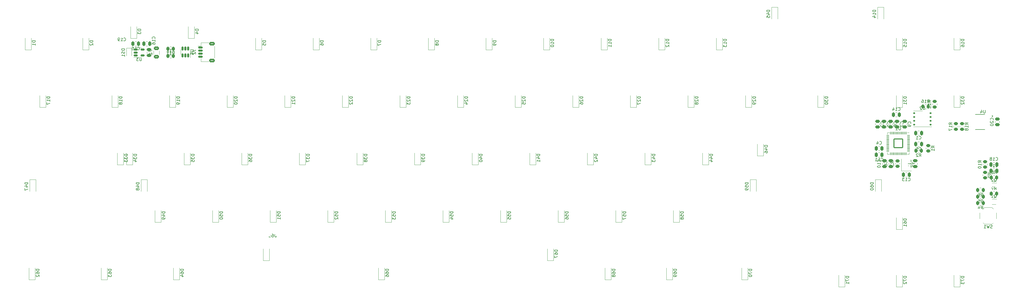
<source format=gbo>
G04 #@! TF.GenerationSoftware,KiCad,Pcbnew,(6.99.0-1912-g359c99991b)*
G04 #@! TF.CreationDate,2022-05-28T20:20:25+07:00*
G04 #@! TF.ProjectId,toxicdog69,746f7869-6364-46f6-9736-392e6b696361,1*
G04 #@! TF.SameCoordinates,Original*
G04 #@! TF.FileFunction,Legend,Bot*
G04 #@! TF.FilePolarity,Positive*
%FSLAX46Y46*%
G04 Gerber Fmt 4.6, Leading zero omitted, Abs format (unit mm)*
G04 Created by KiCad (PCBNEW (6.99.0-1912-g359c99991b)) date 2022-05-28 20:20:25*
%MOMM*%
%LPD*%
G01*
G04 APERTURE LIST*
G04 Aperture macros list*
%AMRoundRect*
0 Rectangle with rounded corners*
0 $1 Rounding radius*
0 $2 $3 $4 $5 $6 $7 $8 $9 X,Y pos of 4 corners*
0 Add a 4 corners polygon primitive as box body*
4,1,4,$2,$3,$4,$5,$6,$7,$8,$9,$2,$3,0*
0 Add four circle primitives for the rounded corners*
1,1,$1+$1,$2,$3*
1,1,$1+$1,$4,$5*
1,1,$1+$1,$6,$7*
1,1,$1+$1,$8,$9*
0 Add four rect primitives between the rounded corners*
20,1,$1+$1,$2,$3,$4,$5,0*
20,1,$1+$1,$4,$5,$6,$7,0*
20,1,$1+$1,$6,$7,$8,$9,0*
20,1,$1+$1,$8,$9,$2,$3,0*%
G04 Aperture macros list end*
%ADD10C,0.150000*%
%ADD11C,0.120000*%
%ADD12C,0.250000*%
%ADD13R,0.700000X0.340000*%
%ADD14C,1.750000*%
%ADD15C,3.000000*%
%ADD16C,3.987800*%
%ADD17R,2.550000X2.500000*%
%ADD18C,3.048000*%
%ADD19R,1.700000X1.700000*%
%ADD20O,1.700000X1.700000*%
%ADD21C,1.700000*%
%ADD22R,1.200000X0.900000*%
%ADD23RoundRect,0.250000X0.475000X-0.250000X0.475000X0.250000X-0.475000X0.250000X-0.475000X-0.250000X0*%
%ADD24RoundRect,0.250000X-0.262500X-0.450000X0.262500X-0.450000X0.262500X0.450000X-0.262500X0.450000X0*%
%ADD25RoundRect,0.250000X0.250000X0.475000X-0.250000X0.475000X-0.250000X-0.475000X0.250000X-0.475000X0*%
%ADD26RoundRect,0.050000X0.387500X0.050000X-0.387500X0.050000X-0.387500X-0.050000X0.387500X-0.050000X0*%
%ADD27RoundRect,0.050000X0.050000X0.387500X-0.050000X0.387500X-0.050000X-0.387500X0.050000X-0.387500X0*%
%ADD28RoundRect,0.144000X1.456000X1.456000X-1.456000X1.456000X-1.456000X-1.456000X1.456000X-1.456000X0*%
%ADD29RoundRect,0.150000X-0.625000X0.150000X-0.625000X-0.150000X0.625000X-0.150000X0.625000X0.150000X0*%
%ADD30RoundRect,0.250000X-0.650000X0.350000X-0.650000X-0.350000X0.650000X-0.350000X0.650000X0.350000X0*%
%ADD31RoundRect,0.250000X-0.450000X0.262500X-0.450000X-0.262500X0.450000X-0.262500X0.450000X0.262500X0*%
%ADD32RoundRect,0.250000X0.262500X0.450000X-0.262500X0.450000X-0.262500X-0.450000X0.262500X-0.450000X0*%
%ADD33RoundRect,0.250000X-0.475000X0.250000X-0.475000X-0.250000X0.475000X-0.250000X0.475000X0.250000X0*%
%ADD34RoundRect,0.250000X-0.250000X-0.475000X0.250000X-0.475000X0.250000X0.475000X-0.250000X0.475000X0*%
%ADD35R,0.450000X0.600000*%
%ADD36R,1.550000X0.600000*%
%ADD37R,1.700000X1.000000*%
%ADD38RoundRect,0.250000X0.450000X-0.262500X0.450000X0.262500X-0.450000X0.262500X-0.450000X-0.262500X0*%
%ADD39RoundRect,0.150000X-0.512500X-0.150000X0.512500X-0.150000X0.512500X0.150000X-0.512500X0.150000X0*%
%ADD40RoundRect,0.150000X0.150000X-0.512500X0.150000X0.512500X-0.150000X0.512500X-0.150000X-0.512500X0*%
%ADD41RoundRect,0.125000X0.250000X0.125000X-0.250000X0.125000X-0.250000X-0.125000X0.250000X-0.125000X0*%
%ADD42R,3.400000X4.300000*%
%ADD43R,1.200000X1.400000*%
%ADD44RoundRect,0.250000X-0.625000X0.375000X-0.625000X-0.375000X0.625000X-0.375000X0.625000X0.375000X0*%
G04 #@! TA.AperFunction,Profile*
%ADD45C,0.100000*%
G04 #@! TD*
G04 APERTURE END LIST*
D10*
X321278238Y-60484619D02*
X321373476Y-60437000D01*
X321373476Y-60437000D02*
X321468714Y-60341761D01*
X321468714Y-60341761D02*
X321611571Y-60198904D01*
X321611571Y-60198904D02*
X321706809Y-60151285D01*
X321706809Y-60151285D02*
X321802047Y-60151285D01*
X321754428Y-60389380D02*
X321849666Y-60341761D01*
X321849666Y-60341761D02*
X321944904Y-60246523D01*
X321944904Y-60246523D02*
X321992523Y-60056047D01*
X321992523Y-60056047D02*
X321992523Y-59722714D01*
X321992523Y-59722714D02*
X321944904Y-59532238D01*
X321944904Y-59532238D02*
X321849666Y-59437000D01*
X321849666Y-59437000D02*
X321754428Y-59389380D01*
X321754428Y-59389380D02*
X321563952Y-59389380D01*
X321563952Y-59389380D02*
X321468714Y-59437000D01*
X321468714Y-59437000D02*
X321373476Y-59532238D01*
X321373476Y-59532238D02*
X321325857Y-59722714D01*
X321325857Y-59722714D02*
X321325857Y-60056047D01*
X321325857Y-60056047D02*
X321373476Y-60246523D01*
X321373476Y-60246523D02*
X321468714Y-60341761D01*
X321468714Y-60341761D02*
X321563952Y-60389380D01*
X321563952Y-60389380D02*
X321754428Y-60389380D01*
X320944904Y-59484619D02*
X320897285Y-59437000D01*
X320897285Y-59437000D02*
X320802047Y-59389380D01*
X320802047Y-59389380D02*
X320563952Y-59389380D01*
X320563952Y-59389380D02*
X320468714Y-59437000D01*
X320468714Y-59437000D02*
X320421095Y-59484619D01*
X320421095Y-59484619D02*
X320373476Y-59579857D01*
X320373476Y-59579857D02*
X320373476Y-59675095D01*
X320373476Y-59675095D02*
X320421095Y-59817952D01*
X320421095Y-59817952D02*
X320992523Y-60389380D01*
X320992523Y-60389380D02*
X320373476Y-60389380D01*
X321278238Y-65818619D02*
X321373476Y-65771000D01*
X321373476Y-65771000D02*
X321468714Y-65675761D01*
X321468714Y-65675761D02*
X321611571Y-65532904D01*
X321611571Y-65532904D02*
X321706809Y-65485285D01*
X321706809Y-65485285D02*
X321802047Y-65485285D01*
X321754428Y-65723380D02*
X321849666Y-65675761D01*
X321849666Y-65675761D02*
X321944904Y-65580523D01*
X321944904Y-65580523D02*
X321992523Y-65390047D01*
X321992523Y-65390047D02*
X321992523Y-65056714D01*
X321992523Y-65056714D02*
X321944904Y-64866238D01*
X321944904Y-64866238D02*
X321849666Y-64771000D01*
X321849666Y-64771000D02*
X321754428Y-64723380D01*
X321754428Y-64723380D02*
X321563952Y-64723380D01*
X321563952Y-64723380D02*
X321468714Y-64771000D01*
X321468714Y-64771000D02*
X321373476Y-64866238D01*
X321373476Y-64866238D02*
X321325857Y-65056714D01*
X321325857Y-65056714D02*
X321325857Y-65390047D01*
X321325857Y-65390047D02*
X321373476Y-65580523D01*
X321373476Y-65580523D02*
X321468714Y-65675761D01*
X321468714Y-65675761D02*
X321563952Y-65723380D01*
X321563952Y-65723380D02*
X321754428Y-65723380D01*
X320373476Y-65723380D02*
X320944904Y-65723380D01*
X320659190Y-65723380D02*
X320659190Y-64723380D01*
X320659190Y-64723380D02*
X320754428Y-64866238D01*
X320754428Y-64866238D02*
X320849666Y-64961476D01*
X320849666Y-64961476D02*
X320944904Y-65009095D01*
X190073380Y-51363714D02*
X189073380Y-51363714D01*
X189073380Y-51363714D02*
X189073380Y-51601809D01*
X189073380Y-51601809D02*
X189121000Y-51744666D01*
X189121000Y-51744666D02*
X189216238Y-51839904D01*
X189216238Y-51839904D02*
X189311476Y-51887523D01*
X189311476Y-51887523D02*
X189501952Y-51935142D01*
X189501952Y-51935142D02*
X189644809Y-51935142D01*
X189644809Y-51935142D02*
X189835285Y-51887523D01*
X189835285Y-51887523D02*
X189930523Y-51839904D01*
X189930523Y-51839904D02*
X190025761Y-51744666D01*
X190025761Y-51744666D02*
X190073380Y-51601809D01*
X190073380Y-51601809D02*
X190073380Y-51363714D01*
X189406714Y-52792285D02*
X190073380Y-52792285D01*
X189025761Y-52554190D02*
X189740047Y-52316095D01*
X189740047Y-52316095D02*
X189740047Y-52935142D01*
X189168619Y-53268476D02*
X189121000Y-53316095D01*
X189121000Y-53316095D02*
X189073380Y-53411333D01*
X189073380Y-53411333D02*
X189073380Y-53649428D01*
X189073380Y-53649428D02*
X189121000Y-53744666D01*
X189121000Y-53744666D02*
X189168619Y-53792285D01*
X189168619Y-53792285D02*
X189263857Y-53839904D01*
X189263857Y-53839904D02*
X189359095Y-53839904D01*
X189359095Y-53839904D02*
X189501952Y-53792285D01*
X189501952Y-53792285D02*
X190073380Y-53220857D01*
X190073380Y-53220857D02*
X190073380Y-53839904D01*
X291131142Y-41235333D02*
X291178761Y-41187714D01*
X291178761Y-41187714D02*
X291226380Y-41044857D01*
X291226380Y-41044857D02*
X291226380Y-40949619D01*
X291226380Y-40949619D02*
X291178761Y-40806762D01*
X291178761Y-40806762D02*
X291083523Y-40711524D01*
X291083523Y-40711524D02*
X290988285Y-40663905D01*
X290988285Y-40663905D02*
X290797809Y-40616286D01*
X290797809Y-40616286D02*
X290654952Y-40616286D01*
X290654952Y-40616286D02*
X290464476Y-40663905D01*
X290464476Y-40663905D02*
X290369238Y-40711524D01*
X290369238Y-40711524D02*
X290274000Y-40806762D01*
X290274000Y-40806762D02*
X290226380Y-40949619D01*
X290226380Y-40949619D02*
X290226380Y-41044857D01*
X290226380Y-41044857D02*
X290274000Y-41187714D01*
X290274000Y-41187714D02*
X290321619Y-41235333D01*
X290226380Y-41568667D02*
X290226380Y-42235333D01*
X290226380Y-42235333D02*
X291226380Y-41806762D01*
X113873380Y-51363714D02*
X112873380Y-51363714D01*
X112873380Y-51363714D02*
X112873380Y-51601809D01*
X112873380Y-51601809D02*
X112921000Y-51744666D01*
X112921000Y-51744666D02*
X113016238Y-51839904D01*
X113016238Y-51839904D02*
X113111476Y-51887523D01*
X113111476Y-51887523D02*
X113301952Y-51935142D01*
X113301952Y-51935142D02*
X113444809Y-51935142D01*
X113444809Y-51935142D02*
X113635285Y-51887523D01*
X113635285Y-51887523D02*
X113730523Y-51839904D01*
X113730523Y-51839904D02*
X113825761Y-51744666D01*
X113825761Y-51744666D02*
X113873380Y-51601809D01*
X113873380Y-51601809D02*
X113873380Y-51363714D01*
X112873380Y-52268476D02*
X112873380Y-52887523D01*
X112873380Y-52887523D02*
X113254333Y-52554190D01*
X113254333Y-52554190D02*
X113254333Y-52697047D01*
X113254333Y-52697047D02*
X113301952Y-52792285D01*
X113301952Y-52792285D02*
X113349571Y-52839904D01*
X113349571Y-52839904D02*
X113444809Y-52887523D01*
X113444809Y-52887523D02*
X113682904Y-52887523D01*
X113682904Y-52887523D02*
X113778142Y-52839904D01*
X113778142Y-52839904D02*
X113825761Y-52792285D01*
X113825761Y-52792285D02*
X113873380Y-52697047D01*
X113873380Y-52697047D02*
X113873380Y-52411333D01*
X113873380Y-52411333D02*
X113825761Y-52316095D01*
X113825761Y-52316095D02*
X113778142Y-52268476D01*
X113301952Y-53458952D02*
X113254333Y-53363714D01*
X113254333Y-53363714D02*
X113206714Y-53316095D01*
X113206714Y-53316095D02*
X113111476Y-53268476D01*
X113111476Y-53268476D02*
X113063857Y-53268476D01*
X113063857Y-53268476D02*
X112968619Y-53316095D01*
X112968619Y-53316095D02*
X112921000Y-53363714D01*
X112921000Y-53363714D02*
X112873380Y-53458952D01*
X112873380Y-53458952D02*
X112873380Y-53649428D01*
X112873380Y-53649428D02*
X112921000Y-53744666D01*
X112921000Y-53744666D02*
X112968619Y-53792285D01*
X112968619Y-53792285D02*
X113063857Y-53839904D01*
X113063857Y-53839904D02*
X113111476Y-53839904D01*
X113111476Y-53839904D02*
X113206714Y-53792285D01*
X113206714Y-53792285D02*
X113254333Y-53744666D01*
X113254333Y-53744666D02*
X113301952Y-53649428D01*
X113301952Y-53649428D02*
X113301952Y-53458952D01*
X113301952Y-53458952D02*
X113349571Y-53363714D01*
X113349571Y-53363714D02*
X113397190Y-53316095D01*
X113397190Y-53316095D02*
X113492428Y-53268476D01*
X113492428Y-53268476D02*
X113682904Y-53268476D01*
X113682904Y-53268476D02*
X113778142Y-53316095D01*
X113778142Y-53316095D02*
X113825761Y-53363714D01*
X113825761Y-53363714D02*
X113873380Y-53458952D01*
X113873380Y-53458952D02*
X113873380Y-53649428D01*
X113873380Y-53649428D02*
X113825761Y-53744666D01*
X113825761Y-53744666D02*
X113778142Y-53792285D01*
X113778142Y-53792285D02*
X113682904Y-53839904D01*
X113682904Y-53839904D02*
X113492428Y-53839904D01*
X113492428Y-53839904D02*
X113397190Y-53792285D01*
X113397190Y-53792285D02*
X113349571Y-53744666D01*
X113349571Y-53744666D02*
X113301952Y-53649428D01*
X156545380Y-13739905D02*
X155545380Y-13739905D01*
X155545380Y-13739905D02*
X155545380Y-13978000D01*
X155545380Y-13978000D02*
X155593000Y-14120857D01*
X155593000Y-14120857D02*
X155688238Y-14216095D01*
X155688238Y-14216095D02*
X155783476Y-14263714D01*
X155783476Y-14263714D02*
X155973952Y-14311333D01*
X155973952Y-14311333D02*
X156116809Y-14311333D01*
X156116809Y-14311333D02*
X156307285Y-14263714D01*
X156307285Y-14263714D02*
X156402523Y-14216095D01*
X156402523Y-14216095D02*
X156497761Y-14120857D01*
X156497761Y-14120857D02*
X156545380Y-13978000D01*
X156545380Y-13978000D02*
X156545380Y-13739905D01*
X156545380Y-14787524D02*
X156545380Y-14978000D01*
X156545380Y-14978000D02*
X156497761Y-15073238D01*
X156497761Y-15073238D02*
X156450142Y-15120857D01*
X156450142Y-15120857D02*
X156307285Y-15216095D01*
X156307285Y-15216095D02*
X156116809Y-15263714D01*
X156116809Y-15263714D02*
X155735857Y-15263714D01*
X155735857Y-15263714D02*
X155640619Y-15216095D01*
X155640619Y-15216095D02*
X155593000Y-15168476D01*
X155593000Y-15168476D02*
X155545380Y-15073238D01*
X155545380Y-15073238D02*
X155545380Y-14882762D01*
X155545380Y-14882762D02*
X155593000Y-14787524D01*
X155593000Y-14787524D02*
X155640619Y-14739905D01*
X155640619Y-14739905D02*
X155735857Y-14692286D01*
X155735857Y-14692286D02*
X155973952Y-14692286D01*
X155973952Y-14692286D02*
X156069190Y-14739905D01*
X156069190Y-14739905D02*
X156116809Y-14787524D01*
X156116809Y-14787524D02*
X156164428Y-14882762D01*
X156164428Y-14882762D02*
X156164428Y-15073238D01*
X156164428Y-15073238D02*
X156116809Y-15168476D01*
X156116809Y-15168476D02*
X156069190Y-15216095D01*
X156069190Y-15216095D02*
X155973952Y-15263714D01*
X209123380Y-51363714D02*
X208123380Y-51363714D01*
X208123380Y-51363714D02*
X208123380Y-51601809D01*
X208123380Y-51601809D02*
X208171000Y-51744666D01*
X208171000Y-51744666D02*
X208266238Y-51839904D01*
X208266238Y-51839904D02*
X208361476Y-51887523D01*
X208361476Y-51887523D02*
X208551952Y-51935142D01*
X208551952Y-51935142D02*
X208694809Y-51935142D01*
X208694809Y-51935142D02*
X208885285Y-51887523D01*
X208885285Y-51887523D02*
X208980523Y-51839904D01*
X208980523Y-51839904D02*
X209075761Y-51744666D01*
X209075761Y-51744666D02*
X209123380Y-51601809D01*
X209123380Y-51601809D02*
X209123380Y-51363714D01*
X208456714Y-52792285D02*
X209123380Y-52792285D01*
X208075761Y-52554190D02*
X208790047Y-52316095D01*
X208790047Y-52316095D02*
X208790047Y-52935142D01*
X208123380Y-53220857D02*
X208123380Y-53839904D01*
X208123380Y-53839904D02*
X208504333Y-53506571D01*
X208504333Y-53506571D02*
X208504333Y-53649428D01*
X208504333Y-53649428D02*
X208551952Y-53744666D01*
X208551952Y-53744666D02*
X208599571Y-53792285D01*
X208599571Y-53792285D02*
X208694809Y-53839904D01*
X208694809Y-53839904D02*
X208932904Y-53839904D01*
X208932904Y-53839904D02*
X209028142Y-53792285D01*
X209028142Y-53792285D02*
X209075761Y-53744666D01*
X209075761Y-53744666D02*
X209123380Y-53649428D01*
X209123380Y-53649428D02*
X209123380Y-53363714D01*
X209123380Y-53363714D02*
X209075761Y-53268476D01*
X209075761Y-53268476D02*
X209028142Y-53220857D01*
X316904666Y-67422380D02*
X317237999Y-66946190D01*
X317476094Y-67422380D02*
X317476094Y-66422380D01*
X317476094Y-66422380D02*
X317095142Y-66422380D01*
X317095142Y-66422380D02*
X316999904Y-66470000D01*
X316999904Y-66470000D02*
X316952285Y-66517619D01*
X316952285Y-66517619D02*
X316904666Y-66612857D01*
X316904666Y-66612857D02*
X316904666Y-66755714D01*
X316904666Y-66755714D02*
X316952285Y-66850952D01*
X316952285Y-66850952D02*
X316999904Y-66898571D01*
X316999904Y-66898571D02*
X317095142Y-66946190D01*
X317095142Y-66946190D02*
X317476094Y-66946190D01*
X315999904Y-66422380D02*
X316476094Y-66422380D01*
X316476094Y-66422380D02*
X316523713Y-66898571D01*
X316523713Y-66898571D02*
X316476094Y-66850952D01*
X316476094Y-66850952D02*
X316380856Y-66803333D01*
X316380856Y-66803333D02*
X316142761Y-66803333D01*
X316142761Y-66803333D02*
X316047523Y-66850952D01*
X316047523Y-66850952D02*
X315999904Y-66898571D01*
X315999904Y-66898571D02*
X315952285Y-66993809D01*
X315952285Y-66993809D02*
X315952285Y-67231904D01*
X315952285Y-67231904D02*
X315999904Y-67327142D01*
X315999904Y-67327142D02*
X316047523Y-67374761D01*
X316047523Y-67374761D02*
X316142761Y-67422380D01*
X316142761Y-67422380D02*
X316380856Y-67422380D01*
X316380856Y-67422380D02*
X316476094Y-67374761D01*
X316476094Y-67374761D02*
X316523713Y-67327142D01*
X23195380Y-13739905D02*
X22195380Y-13739905D01*
X22195380Y-13739905D02*
X22195380Y-13978000D01*
X22195380Y-13978000D02*
X22243000Y-14120857D01*
X22243000Y-14120857D02*
X22338238Y-14216095D01*
X22338238Y-14216095D02*
X22433476Y-14263714D01*
X22433476Y-14263714D02*
X22623952Y-14311333D01*
X22623952Y-14311333D02*
X22766809Y-14311333D01*
X22766809Y-14311333D02*
X22957285Y-14263714D01*
X22957285Y-14263714D02*
X23052523Y-14216095D01*
X23052523Y-14216095D02*
X23147761Y-14120857D01*
X23147761Y-14120857D02*
X23195380Y-13978000D01*
X23195380Y-13978000D02*
X23195380Y-13739905D01*
X22290619Y-14692286D02*
X22243000Y-14739905D01*
X22243000Y-14739905D02*
X22195380Y-14835143D01*
X22195380Y-14835143D02*
X22195380Y-15073238D01*
X22195380Y-15073238D02*
X22243000Y-15168476D01*
X22243000Y-15168476D02*
X22290619Y-15216095D01*
X22290619Y-15216095D02*
X22385857Y-15263714D01*
X22385857Y-15263714D02*
X22481095Y-15263714D01*
X22481095Y-15263714D02*
X22623952Y-15216095D01*
X22623952Y-15216095D02*
X23195380Y-14644667D01*
X23195380Y-14644667D02*
X23195380Y-15263714D01*
X38499380Y-60761714D02*
X37499380Y-60761714D01*
X37499380Y-60761714D02*
X37499380Y-60999809D01*
X37499380Y-60999809D02*
X37547000Y-61142666D01*
X37547000Y-61142666D02*
X37642238Y-61237904D01*
X37642238Y-61237904D02*
X37737476Y-61285523D01*
X37737476Y-61285523D02*
X37927952Y-61333142D01*
X37927952Y-61333142D02*
X38070809Y-61333142D01*
X38070809Y-61333142D02*
X38261285Y-61285523D01*
X38261285Y-61285523D02*
X38356523Y-61237904D01*
X38356523Y-61237904D02*
X38451761Y-61142666D01*
X38451761Y-61142666D02*
X38499380Y-60999809D01*
X38499380Y-60999809D02*
X38499380Y-60761714D01*
X37832714Y-62190285D02*
X38499380Y-62190285D01*
X37451761Y-61952190D02*
X38166047Y-61714095D01*
X38166047Y-61714095D02*
X38166047Y-62333142D01*
X37927952Y-62856952D02*
X37880333Y-62761714D01*
X37880333Y-62761714D02*
X37832714Y-62714095D01*
X37832714Y-62714095D02*
X37737476Y-62666476D01*
X37737476Y-62666476D02*
X37689857Y-62666476D01*
X37689857Y-62666476D02*
X37594619Y-62714095D01*
X37594619Y-62714095D02*
X37547000Y-62761714D01*
X37547000Y-62761714D02*
X37499380Y-62856952D01*
X37499380Y-62856952D02*
X37499380Y-63047428D01*
X37499380Y-63047428D02*
X37547000Y-63142666D01*
X37547000Y-63142666D02*
X37594619Y-63190285D01*
X37594619Y-63190285D02*
X37689857Y-63237904D01*
X37689857Y-63237904D02*
X37737476Y-63237904D01*
X37737476Y-63237904D02*
X37832714Y-63190285D01*
X37832714Y-63190285D02*
X37880333Y-63142666D01*
X37880333Y-63142666D02*
X37927952Y-63047428D01*
X37927952Y-63047428D02*
X37927952Y-62856952D01*
X37927952Y-62856952D02*
X37975571Y-62761714D01*
X37975571Y-62761714D02*
X38023190Y-62714095D01*
X38023190Y-62714095D02*
X38118428Y-62666476D01*
X38118428Y-62666476D02*
X38308904Y-62666476D01*
X38308904Y-62666476D02*
X38404142Y-62714095D01*
X38404142Y-62714095D02*
X38451761Y-62761714D01*
X38451761Y-62761714D02*
X38499380Y-62856952D01*
X38499380Y-62856952D02*
X38499380Y-63047428D01*
X38499380Y-63047428D02*
X38451761Y-63142666D01*
X38451761Y-63142666D02*
X38404142Y-63190285D01*
X38404142Y-63190285D02*
X38308904Y-63237904D01*
X38308904Y-63237904D02*
X38118428Y-63237904D01*
X38118428Y-63237904D02*
X38023190Y-63190285D01*
X38023190Y-63190285D02*
X37975571Y-63142666D01*
X37975571Y-63142666D02*
X37927952Y-63047428D01*
X104221380Y-70413714D02*
X103221380Y-70413714D01*
X103221380Y-70413714D02*
X103221380Y-70651809D01*
X103221380Y-70651809D02*
X103269000Y-70794666D01*
X103269000Y-70794666D02*
X103364238Y-70889904D01*
X103364238Y-70889904D02*
X103459476Y-70937523D01*
X103459476Y-70937523D02*
X103649952Y-70985142D01*
X103649952Y-70985142D02*
X103792809Y-70985142D01*
X103792809Y-70985142D02*
X103983285Y-70937523D01*
X103983285Y-70937523D02*
X104078523Y-70889904D01*
X104078523Y-70889904D02*
X104173761Y-70794666D01*
X104173761Y-70794666D02*
X104221380Y-70651809D01*
X104221380Y-70651809D02*
X104221380Y-70413714D01*
X103221380Y-71889904D02*
X103221380Y-71413714D01*
X103221380Y-71413714D02*
X103697571Y-71366095D01*
X103697571Y-71366095D02*
X103649952Y-71413714D01*
X103649952Y-71413714D02*
X103602333Y-71508952D01*
X103602333Y-71508952D02*
X103602333Y-71747047D01*
X103602333Y-71747047D02*
X103649952Y-71842285D01*
X103649952Y-71842285D02*
X103697571Y-71889904D01*
X103697571Y-71889904D02*
X103792809Y-71937523D01*
X103792809Y-71937523D02*
X104030904Y-71937523D01*
X104030904Y-71937523D02*
X104126142Y-71889904D01*
X104126142Y-71889904D02*
X104173761Y-71842285D01*
X104173761Y-71842285D02*
X104221380Y-71747047D01*
X104221380Y-71747047D02*
X104221380Y-71508952D01*
X104221380Y-71508952D02*
X104173761Y-71413714D01*
X104173761Y-71413714D02*
X104126142Y-71366095D01*
X103316619Y-72318476D02*
X103269000Y-72366095D01*
X103269000Y-72366095D02*
X103221380Y-72461333D01*
X103221380Y-72461333D02*
X103221380Y-72699428D01*
X103221380Y-72699428D02*
X103269000Y-72794666D01*
X103269000Y-72794666D02*
X103316619Y-72842285D01*
X103316619Y-72842285D02*
X103411857Y-72889904D01*
X103411857Y-72889904D02*
X103507095Y-72889904D01*
X103507095Y-72889904D02*
X103649952Y-72842285D01*
X103649952Y-72842285D02*
X104221380Y-72270857D01*
X104221380Y-72270857D02*
X104221380Y-72889904D01*
X118445380Y-13739905D02*
X117445380Y-13739905D01*
X117445380Y-13739905D02*
X117445380Y-13978000D01*
X117445380Y-13978000D02*
X117493000Y-14120857D01*
X117493000Y-14120857D02*
X117588238Y-14216095D01*
X117588238Y-14216095D02*
X117683476Y-14263714D01*
X117683476Y-14263714D02*
X117873952Y-14311333D01*
X117873952Y-14311333D02*
X118016809Y-14311333D01*
X118016809Y-14311333D02*
X118207285Y-14263714D01*
X118207285Y-14263714D02*
X118302523Y-14216095D01*
X118302523Y-14216095D02*
X118397761Y-14120857D01*
X118397761Y-14120857D02*
X118445380Y-13978000D01*
X118445380Y-13978000D02*
X118445380Y-13739905D01*
X117445380Y-14644667D02*
X117445380Y-15311333D01*
X117445380Y-15311333D02*
X118445380Y-14882762D01*
X147147380Y-32313714D02*
X146147380Y-32313714D01*
X146147380Y-32313714D02*
X146147380Y-32551809D01*
X146147380Y-32551809D02*
X146195000Y-32694666D01*
X146195000Y-32694666D02*
X146290238Y-32789904D01*
X146290238Y-32789904D02*
X146385476Y-32837523D01*
X146385476Y-32837523D02*
X146575952Y-32885142D01*
X146575952Y-32885142D02*
X146718809Y-32885142D01*
X146718809Y-32885142D02*
X146909285Y-32837523D01*
X146909285Y-32837523D02*
X147004523Y-32789904D01*
X147004523Y-32789904D02*
X147099761Y-32694666D01*
X147099761Y-32694666D02*
X147147380Y-32551809D01*
X147147380Y-32551809D02*
X147147380Y-32313714D01*
X146242619Y-33266095D02*
X146195000Y-33313714D01*
X146195000Y-33313714D02*
X146147380Y-33408952D01*
X146147380Y-33408952D02*
X146147380Y-33647047D01*
X146147380Y-33647047D02*
X146195000Y-33742285D01*
X146195000Y-33742285D02*
X146242619Y-33789904D01*
X146242619Y-33789904D02*
X146337857Y-33837523D01*
X146337857Y-33837523D02*
X146433095Y-33837523D01*
X146433095Y-33837523D02*
X146575952Y-33789904D01*
X146575952Y-33789904D02*
X147147380Y-33218476D01*
X147147380Y-33218476D02*
X147147380Y-33837523D01*
X146480714Y-34694666D02*
X147147380Y-34694666D01*
X146099761Y-34456571D02*
X146814047Y-34218476D01*
X146814047Y-34218476D02*
X146814047Y-34837523D01*
X292276630Y-91844964D02*
X291276630Y-91844964D01*
X291276630Y-91844964D02*
X291276630Y-92083059D01*
X291276630Y-92083059D02*
X291324250Y-92225916D01*
X291324250Y-92225916D02*
X291419488Y-92321154D01*
X291419488Y-92321154D02*
X291514726Y-92368773D01*
X291514726Y-92368773D02*
X291705202Y-92416392D01*
X291705202Y-92416392D02*
X291848059Y-92416392D01*
X291848059Y-92416392D02*
X292038535Y-92368773D01*
X292038535Y-92368773D02*
X292133773Y-92321154D01*
X292133773Y-92321154D02*
X292229011Y-92225916D01*
X292229011Y-92225916D02*
X292276630Y-92083059D01*
X292276630Y-92083059D02*
X292276630Y-91844964D01*
X291276630Y-92749726D02*
X291276630Y-93416392D01*
X291276630Y-93416392D02*
X292276630Y-92987821D01*
X291371869Y-93749726D02*
X291324250Y-93797345D01*
X291324250Y-93797345D02*
X291276630Y-93892583D01*
X291276630Y-93892583D02*
X291276630Y-94130678D01*
X291276630Y-94130678D02*
X291324250Y-94225916D01*
X291324250Y-94225916D02*
X291371869Y-94273535D01*
X291371869Y-94273535D02*
X291467107Y-94321154D01*
X291467107Y-94321154D02*
X291562345Y-94321154D01*
X291562345Y-94321154D02*
X291705202Y-94273535D01*
X291705202Y-94273535D02*
X292276630Y-93702107D01*
X292276630Y-93702107D02*
X292276630Y-94321154D01*
X293671142Y-41235333D02*
X293718761Y-41187714D01*
X293718761Y-41187714D02*
X293766380Y-41044857D01*
X293766380Y-41044857D02*
X293766380Y-40949619D01*
X293766380Y-40949619D02*
X293718761Y-40806762D01*
X293718761Y-40806762D02*
X293623523Y-40711524D01*
X293623523Y-40711524D02*
X293528285Y-40663905D01*
X293528285Y-40663905D02*
X293337809Y-40616286D01*
X293337809Y-40616286D02*
X293194952Y-40616286D01*
X293194952Y-40616286D02*
X293004476Y-40663905D01*
X293004476Y-40663905D02*
X292909238Y-40711524D01*
X292909238Y-40711524D02*
X292814000Y-40806762D01*
X292814000Y-40806762D02*
X292766380Y-40949619D01*
X292766380Y-40949619D02*
X292766380Y-41044857D01*
X292766380Y-41044857D02*
X292814000Y-41187714D01*
X292814000Y-41187714D02*
X292861619Y-41235333D01*
X293766380Y-41711524D02*
X293766380Y-41902000D01*
X293766380Y-41902000D02*
X293718761Y-41997238D01*
X293718761Y-41997238D02*
X293671142Y-42044857D01*
X293671142Y-42044857D02*
X293528285Y-42140095D01*
X293528285Y-42140095D02*
X293337809Y-42187714D01*
X293337809Y-42187714D02*
X292956857Y-42187714D01*
X292956857Y-42187714D02*
X292861619Y-42140095D01*
X292861619Y-42140095D02*
X292814000Y-42092476D01*
X292814000Y-42092476D02*
X292766380Y-41997238D01*
X292766380Y-41997238D02*
X292766380Y-41806762D01*
X292766380Y-41806762D02*
X292814000Y-41711524D01*
X292814000Y-41711524D02*
X292861619Y-41663905D01*
X292861619Y-41663905D02*
X292956857Y-41616286D01*
X292956857Y-41616286D02*
X293194952Y-41616286D01*
X293194952Y-41616286D02*
X293290190Y-41663905D01*
X293290190Y-41663905D02*
X293337809Y-41711524D01*
X293337809Y-41711524D02*
X293385428Y-41806762D01*
X293385428Y-41806762D02*
X293385428Y-41997238D01*
X293385428Y-41997238D02*
X293337809Y-42092476D01*
X293337809Y-42092476D02*
X293290190Y-42140095D01*
X293290190Y-42140095D02*
X293194952Y-42187714D01*
X109047380Y-32313714D02*
X108047380Y-32313714D01*
X108047380Y-32313714D02*
X108047380Y-32551809D01*
X108047380Y-32551809D02*
X108095000Y-32694666D01*
X108095000Y-32694666D02*
X108190238Y-32789904D01*
X108190238Y-32789904D02*
X108285476Y-32837523D01*
X108285476Y-32837523D02*
X108475952Y-32885142D01*
X108475952Y-32885142D02*
X108618809Y-32885142D01*
X108618809Y-32885142D02*
X108809285Y-32837523D01*
X108809285Y-32837523D02*
X108904523Y-32789904D01*
X108904523Y-32789904D02*
X108999761Y-32694666D01*
X108999761Y-32694666D02*
X109047380Y-32551809D01*
X109047380Y-32551809D02*
X109047380Y-32313714D01*
X108142619Y-33266095D02*
X108095000Y-33313714D01*
X108095000Y-33313714D02*
X108047380Y-33408952D01*
X108047380Y-33408952D02*
X108047380Y-33647047D01*
X108047380Y-33647047D02*
X108095000Y-33742285D01*
X108095000Y-33742285D02*
X108142619Y-33789904D01*
X108142619Y-33789904D02*
X108237857Y-33837523D01*
X108237857Y-33837523D02*
X108333095Y-33837523D01*
X108333095Y-33837523D02*
X108475952Y-33789904D01*
X108475952Y-33789904D02*
X109047380Y-33218476D01*
X109047380Y-33218476D02*
X109047380Y-33837523D01*
X108142619Y-34218476D02*
X108095000Y-34266095D01*
X108095000Y-34266095D02*
X108047380Y-34361333D01*
X108047380Y-34361333D02*
X108047380Y-34599428D01*
X108047380Y-34599428D02*
X108095000Y-34694666D01*
X108095000Y-34694666D02*
X108142619Y-34742285D01*
X108142619Y-34742285D02*
X108237857Y-34789904D01*
X108237857Y-34789904D02*
X108333095Y-34789904D01*
X108333095Y-34789904D02*
X108475952Y-34742285D01*
X108475952Y-34742285D02*
X109047380Y-34170857D01*
X109047380Y-34170857D02*
X109047380Y-34789904D01*
X33408857Y-13705142D02*
X33456476Y-13752761D01*
X33456476Y-13752761D02*
X33599333Y-13800380D01*
X33599333Y-13800380D02*
X33694571Y-13800380D01*
X33694571Y-13800380D02*
X33837428Y-13752761D01*
X33837428Y-13752761D02*
X33932666Y-13657523D01*
X33932666Y-13657523D02*
X33980285Y-13562285D01*
X33980285Y-13562285D02*
X34027904Y-13371809D01*
X34027904Y-13371809D02*
X34027904Y-13228952D01*
X34027904Y-13228952D02*
X33980285Y-13038476D01*
X33980285Y-13038476D02*
X33932666Y-12943238D01*
X33932666Y-12943238D02*
X33837428Y-12848000D01*
X33837428Y-12848000D02*
X33694571Y-12800380D01*
X33694571Y-12800380D02*
X33599333Y-12800380D01*
X33599333Y-12800380D02*
X33456476Y-12848000D01*
X33456476Y-12848000D02*
X33408857Y-12895619D01*
X32456476Y-13800380D02*
X33027904Y-13800380D01*
X32742190Y-13800380D02*
X32742190Y-12800380D01*
X32742190Y-12800380D02*
X32837428Y-12943238D01*
X32837428Y-12943238D02*
X32932666Y-13038476D01*
X32932666Y-13038476D02*
X33027904Y-13086095D01*
X31980285Y-13800380D02*
X31789809Y-13800380D01*
X31789809Y-13800380D02*
X31694571Y-13752761D01*
X31694571Y-13752761D02*
X31646952Y-13705142D01*
X31646952Y-13705142D02*
X31551714Y-13562285D01*
X31551714Y-13562285D02*
X31504095Y-13371809D01*
X31504095Y-13371809D02*
X31504095Y-12990857D01*
X31504095Y-12990857D02*
X31551714Y-12895619D01*
X31551714Y-12895619D02*
X31599333Y-12848000D01*
X31599333Y-12848000D02*
X31694571Y-12800380D01*
X31694571Y-12800380D02*
X31885047Y-12800380D01*
X31885047Y-12800380D02*
X31980285Y-12848000D01*
X31980285Y-12848000D02*
X32027904Y-12895619D01*
X32027904Y-12895619D02*
X32075523Y-12990857D01*
X32075523Y-12990857D02*
X32075523Y-13228952D01*
X32075523Y-13228952D02*
X32027904Y-13324190D01*
X32027904Y-13324190D02*
X31980285Y-13371809D01*
X31980285Y-13371809D02*
X31885047Y-13419428D01*
X31885047Y-13419428D02*
X31694571Y-13419428D01*
X31694571Y-13419428D02*
X31599333Y-13371809D01*
X31599333Y-13371809D02*
X31551714Y-13324190D01*
X31551714Y-13324190D02*
X31504095Y-13228952D01*
X290321904Y-42299380D02*
X290321904Y-43108904D01*
X290321904Y-43108904D02*
X290274285Y-43204142D01*
X290274285Y-43204142D02*
X290226666Y-43251761D01*
X290226666Y-43251761D02*
X290131428Y-43299380D01*
X290131428Y-43299380D02*
X289940952Y-43299380D01*
X289940952Y-43299380D02*
X289845714Y-43251761D01*
X289845714Y-43251761D02*
X289798095Y-43204142D01*
X289798095Y-43204142D02*
X289750476Y-43108904D01*
X289750476Y-43108904D02*
X289750476Y-42299380D01*
X288750476Y-43299380D02*
X289321904Y-43299380D01*
X289036190Y-43299380D02*
X289036190Y-42299380D01*
X289036190Y-42299380D02*
X289131428Y-42442238D01*
X289131428Y-42442238D02*
X289226666Y-42537476D01*
X289226666Y-42537476D02*
X289321904Y-42585095D01*
X247033380Y-3611714D02*
X246033380Y-3611714D01*
X246033380Y-3611714D02*
X246033380Y-3849809D01*
X246033380Y-3849809D02*
X246081000Y-3992666D01*
X246081000Y-3992666D02*
X246176238Y-4087904D01*
X246176238Y-4087904D02*
X246271476Y-4135523D01*
X246271476Y-4135523D02*
X246461952Y-4183142D01*
X246461952Y-4183142D02*
X246604809Y-4183142D01*
X246604809Y-4183142D02*
X246795285Y-4135523D01*
X246795285Y-4135523D02*
X246890523Y-4087904D01*
X246890523Y-4087904D02*
X246985761Y-3992666D01*
X246985761Y-3992666D02*
X247033380Y-3849809D01*
X247033380Y-3849809D02*
X247033380Y-3611714D01*
X246366714Y-5040285D02*
X247033380Y-5040285D01*
X245985761Y-4802190D02*
X246700047Y-4564095D01*
X246700047Y-4564095D02*
X246700047Y-5183142D01*
X246033380Y-6040285D02*
X246033380Y-5564095D01*
X246033380Y-5564095D02*
X246509571Y-5516476D01*
X246509571Y-5516476D02*
X246461952Y-5564095D01*
X246461952Y-5564095D02*
X246414333Y-5659333D01*
X246414333Y-5659333D02*
X246414333Y-5897428D01*
X246414333Y-5897428D02*
X246461952Y-5992666D01*
X246461952Y-5992666D02*
X246509571Y-6040285D01*
X246509571Y-6040285D02*
X246604809Y-6087904D01*
X246604809Y-6087904D02*
X246842904Y-6087904D01*
X246842904Y-6087904D02*
X246938142Y-6040285D01*
X246938142Y-6040285D02*
X246985761Y-5992666D01*
X246985761Y-5992666D02*
X247033380Y-5897428D01*
X247033380Y-5897428D02*
X247033380Y-5659333D01*
X247033380Y-5659333D02*
X246985761Y-5564095D01*
X246985761Y-5564095D02*
X246938142Y-5516476D01*
X56127380Y-17166666D02*
X56841666Y-17166666D01*
X56841666Y-17166666D02*
X56984523Y-17119047D01*
X56984523Y-17119047D02*
X57079761Y-17023809D01*
X57079761Y-17023809D02*
X57127380Y-16880952D01*
X57127380Y-16880952D02*
X57127380Y-16785714D01*
X56222619Y-17595238D02*
X56175000Y-17642857D01*
X56175000Y-17642857D02*
X56127380Y-17738095D01*
X56127380Y-17738095D02*
X56127380Y-17976190D01*
X56127380Y-17976190D02*
X56175000Y-18071428D01*
X56175000Y-18071428D02*
X56222619Y-18119047D01*
X56222619Y-18119047D02*
X56317857Y-18166666D01*
X56317857Y-18166666D02*
X56413095Y-18166666D01*
X56413095Y-18166666D02*
X56555952Y-18119047D01*
X56555952Y-18119047D02*
X57127380Y-17547619D01*
X57127380Y-17547619D02*
X57127380Y-18166666D01*
X8971380Y-32313714D02*
X7971380Y-32313714D01*
X7971380Y-32313714D02*
X7971380Y-32551809D01*
X7971380Y-32551809D02*
X8019000Y-32694666D01*
X8019000Y-32694666D02*
X8114238Y-32789904D01*
X8114238Y-32789904D02*
X8209476Y-32837523D01*
X8209476Y-32837523D02*
X8399952Y-32885142D01*
X8399952Y-32885142D02*
X8542809Y-32885142D01*
X8542809Y-32885142D02*
X8733285Y-32837523D01*
X8733285Y-32837523D02*
X8828523Y-32789904D01*
X8828523Y-32789904D02*
X8923761Y-32694666D01*
X8923761Y-32694666D02*
X8971380Y-32551809D01*
X8971380Y-32551809D02*
X8971380Y-32313714D01*
X8971380Y-33837523D02*
X8971380Y-33266095D01*
X8971380Y-33551809D02*
X7971380Y-33551809D01*
X7971380Y-33551809D02*
X8114238Y-33456571D01*
X8114238Y-33456571D02*
X8209476Y-33361333D01*
X8209476Y-33361333D02*
X8257095Y-33266095D01*
X7971380Y-34170857D02*
X7971380Y-34837523D01*
X7971380Y-34837523D02*
X8971380Y-34408952D01*
X123271380Y-70413714D02*
X122271380Y-70413714D01*
X122271380Y-70413714D02*
X122271380Y-70651809D01*
X122271380Y-70651809D02*
X122319000Y-70794666D01*
X122319000Y-70794666D02*
X122414238Y-70889904D01*
X122414238Y-70889904D02*
X122509476Y-70937523D01*
X122509476Y-70937523D02*
X122699952Y-70985142D01*
X122699952Y-70985142D02*
X122842809Y-70985142D01*
X122842809Y-70985142D02*
X123033285Y-70937523D01*
X123033285Y-70937523D02*
X123128523Y-70889904D01*
X123128523Y-70889904D02*
X123223761Y-70794666D01*
X123223761Y-70794666D02*
X123271380Y-70651809D01*
X123271380Y-70651809D02*
X123271380Y-70413714D01*
X122271380Y-71889904D02*
X122271380Y-71413714D01*
X122271380Y-71413714D02*
X122747571Y-71366095D01*
X122747571Y-71366095D02*
X122699952Y-71413714D01*
X122699952Y-71413714D02*
X122652333Y-71508952D01*
X122652333Y-71508952D02*
X122652333Y-71747047D01*
X122652333Y-71747047D02*
X122699952Y-71842285D01*
X122699952Y-71842285D02*
X122747571Y-71889904D01*
X122747571Y-71889904D02*
X122842809Y-71937523D01*
X122842809Y-71937523D02*
X123080904Y-71937523D01*
X123080904Y-71937523D02*
X123176142Y-71889904D01*
X123176142Y-71889904D02*
X123223761Y-71842285D01*
X123223761Y-71842285D02*
X123271380Y-71747047D01*
X123271380Y-71747047D02*
X123271380Y-71508952D01*
X123271380Y-71508952D02*
X123223761Y-71413714D01*
X123223761Y-71413714D02*
X123176142Y-71366095D01*
X122271380Y-72270857D02*
X122271380Y-72889904D01*
X122271380Y-72889904D02*
X122652333Y-72556571D01*
X122652333Y-72556571D02*
X122652333Y-72699428D01*
X122652333Y-72699428D02*
X122699952Y-72794666D01*
X122699952Y-72794666D02*
X122747571Y-72842285D01*
X122747571Y-72842285D02*
X122842809Y-72889904D01*
X122842809Y-72889904D02*
X123080904Y-72889904D01*
X123080904Y-72889904D02*
X123176142Y-72842285D01*
X123176142Y-72842285D02*
X123223761Y-72794666D01*
X123223761Y-72794666D02*
X123271380Y-72699428D01*
X123271380Y-72699428D02*
X123271380Y-72413714D01*
X123271380Y-72413714D02*
X123223761Y-72318476D01*
X123223761Y-72318476D02*
X123176142Y-72270857D01*
X316979380Y-54094142D02*
X316503190Y-53760809D01*
X316979380Y-53522714D02*
X315979380Y-53522714D01*
X315979380Y-53522714D02*
X315979380Y-53903666D01*
X315979380Y-53903666D02*
X316027000Y-53998904D01*
X316027000Y-53998904D02*
X316074619Y-54046523D01*
X316074619Y-54046523D02*
X316169857Y-54094142D01*
X316169857Y-54094142D02*
X316312714Y-54094142D01*
X316312714Y-54094142D02*
X316407952Y-54046523D01*
X316407952Y-54046523D02*
X316455571Y-53998904D01*
X316455571Y-53998904D02*
X316503190Y-53903666D01*
X316503190Y-53903666D02*
X316503190Y-53522714D01*
X316979380Y-55046523D02*
X316979380Y-54475095D01*
X316979380Y-54760809D02*
X315979380Y-54760809D01*
X315979380Y-54760809D02*
X316122238Y-54665571D01*
X316122238Y-54665571D02*
X316217476Y-54570333D01*
X316217476Y-54570333D02*
X316265095Y-54475095D01*
X315979380Y-55665571D02*
X315979380Y-55760809D01*
X315979380Y-55760809D02*
X316027000Y-55856047D01*
X316027000Y-55856047D02*
X316074619Y-55903666D01*
X316074619Y-55903666D02*
X316169857Y-55951285D01*
X316169857Y-55951285D02*
X316360333Y-55998904D01*
X316360333Y-55998904D02*
X316598428Y-55998904D01*
X316598428Y-55998904D02*
X316788904Y-55951285D01*
X316788904Y-55951285D02*
X316884142Y-55903666D01*
X316884142Y-55903666D02*
X316931761Y-55856047D01*
X316931761Y-55856047D02*
X316979380Y-55760809D01*
X316979380Y-55760809D02*
X316979380Y-55665571D01*
X316979380Y-55665571D02*
X316931761Y-55570333D01*
X316931761Y-55570333D02*
X316884142Y-55522714D01*
X316884142Y-55522714D02*
X316788904Y-55475095D01*
X316788904Y-55475095D02*
X316598428Y-55427476D01*
X316598428Y-55427476D02*
X316360333Y-55427476D01*
X316360333Y-55427476D02*
X316169857Y-55475095D01*
X316169857Y-55475095D02*
X316074619Y-55522714D01*
X316074619Y-55522714D02*
X316027000Y-55570333D01*
X316027000Y-55570333D02*
X315979380Y-55665571D01*
X321349666Y-57772380D02*
X321682999Y-57296190D01*
X321921094Y-57772380D02*
X321921094Y-56772380D01*
X321921094Y-56772380D02*
X321540142Y-56772380D01*
X321540142Y-56772380D02*
X321444904Y-56820000D01*
X321444904Y-56820000D02*
X321397285Y-56867619D01*
X321397285Y-56867619D02*
X321349666Y-56962857D01*
X321349666Y-56962857D02*
X321349666Y-57105714D01*
X321349666Y-57105714D02*
X321397285Y-57200952D01*
X321397285Y-57200952D02*
X321444904Y-57248571D01*
X321444904Y-57248571D02*
X321540142Y-57296190D01*
X321540142Y-57296190D02*
X321921094Y-57296190D01*
X320778237Y-57200952D02*
X320873475Y-57153333D01*
X320873475Y-57153333D02*
X320921094Y-57105714D01*
X320921094Y-57105714D02*
X320968713Y-57010476D01*
X320968713Y-57010476D02*
X320968713Y-56962857D01*
X320968713Y-56962857D02*
X320921094Y-56867619D01*
X320921094Y-56867619D02*
X320873475Y-56820000D01*
X320873475Y-56820000D02*
X320778237Y-56772380D01*
X320778237Y-56772380D02*
X320587761Y-56772380D01*
X320587761Y-56772380D02*
X320492523Y-56820000D01*
X320492523Y-56820000D02*
X320444904Y-56867619D01*
X320444904Y-56867619D02*
X320397285Y-56962857D01*
X320397285Y-56962857D02*
X320397285Y-57010476D01*
X320397285Y-57010476D02*
X320444904Y-57105714D01*
X320444904Y-57105714D02*
X320492523Y-57153333D01*
X320492523Y-57153333D02*
X320587761Y-57200952D01*
X320587761Y-57200952D02*
X320778237Y-57200952D01*
X320778237Y-57200952D02*
X320873475Y-57248571D01*
X320873475Y-57248571D02*
X320921094Y-57296190D01*
X320921094Y-57296190D02*
X320968713Y-57391428D01*
X320968713Y-57391428D02*
X320968713Y-57581904D01*
X320968713Y-57581904D02*
X320921094Y-57677142D01*
X320921094Y-57677142D02*
X320873475Y-57724761D01*
X320873475Y-57724761D02*
X320778237Y-57772380D01*
X320778237Y-57772380D02*
X320587761Y-57772380D01*
X320587761Y-57772380D02*
X320492523Y-57724761D01*
X320492523Y-57724761D02*
X320444904Y-57677142D01*
X320444904Y-57677142D02*
X320397285Y-57581904D01*
X320397285Y-57581904D02*
X320397285Y-57391428D01*
X320397285Y-57391428D02*
X320444904Y-57296190D01*
X320444904Y-57296190D02*
X320492523Y-57248571D01*
X320492523Y-57248571D02*
X320587761Y-57200952D01*
X285739142Y-54316333D02*
X285786761Y-54268714D01*
X285786761Y-54268714D02*
X285834380Y-54125857D01*
X285834380Y-54125857D02*
X285834380Y-54030619D01*
X285834380Y-54030619D02*
X285786761Y-53887762D01*
X285786761Y-53887762D02*
X285691523Y-53792524D01*
X285691523Y-53792524D02*
X285596285Y-53744905D01*
X285596285Y-53744905D02*
X285405809Y-53697286D01*
X285405809Y-53697286D02*
X285262952Y-53697286D01*
X285262952Y-53697286D02*
X285072476Y-53744905D01*
X285072476Y-53744905D02*
X284977238Y-53792524D01*
X284977238Y-53792524D02*
X284882000Y-53887762D01*
X284882000Y-53887762D02*
X284834380Y-54030619D01*
X284834380Y-54030619D02*
X284834380Y-54125857D01*
X284834380Y-54125857D02*
X284882000Y-54268714D01*
X284882000Y-54268714D02*
X284929619Y-54316333D01*
X284834380Y-55173476D02*
X284834380Y-54983000D01*
X284834380Y-54983000D02*
X284882000Y-54887762D01*
X284882000Y-54887762D02*
X284929619Y-54840143D01*
X284929619Y-54840143D02*
X285072476Y-54744905D01*
X285072476Y-54744905D02*
X285262952Y-54697286D01*
X285262952Y-54697286D02*
X285643904Y-54697286D01*
X285643904Y-54697286D02*
X285739142Y-54744905D01*
X285739142Y-54744905D02*
X285786761Y-54792524D01*
X285786761Y-54792524D02*
X285834380Y-54887762D01*
X285834380Y-54887762D02*
X285834380Y-55078238D01*
X285834380Y-55078238D02*
X285786761Y-55173476D01*
X285786761Y-55173476D02*
X285739142Y-55221095D01*
X285739142Y-55221095D02*
X285643904Y-55268714D01*
X285643904Y-55268714D02*
X285405809Y-55268714D01*
X285405809Y-55268714D02*
X285310571Y-55221095D01*
X285310571Y-55221095D02*
X285262952Y-55173476D01*
X285262952Y-55173476D02*
X285215333Y-55078238D01*
X285215333Y-55078238D02*
X285215333Y-54887762D01*
X285215333Y-54887762D02*
X285262952Y-54792524D01*
X285262952Y-54792524D02*
X285310571Y-54744905D01*
X285310571Y-54744905D02*
X285405809Y-54697286D01*
X213695380Y-13263714D02*
X212695380Y-13263714D01*
X212695380Y-13263714D02*
X212695380Y-13501809D01*
X212695380Y-13501809D02*
X212743000Y-13644666D01*
X212743000Y-13644666D02*
X212838238Y-13739904D01*
X212838238Y-13739904D02*
X212933476Y-13787523D01*
X212933476Y-13787523D02*
X213123952Y-13835142D01*
X213123952Y-13835142D02*
X213266809Y-13835142D01*
X213266809Y-13835142D02*
X213457285Y-13787523D01*
X213457285Y-13787523D02*
X213552523Y-13739904D01*
X213552523Y-13739904D02*
X213647761Y-13644666D01*
X213647761Y-13644666D02*
X213695380Y-13501809D01*
X213695380Y-13501809D02*
X213695380Y-13263714D01*
X213695380Y-14787523D02*
X213695380Y-14216095D01*
X213695380Y-14501809D02*
X212695380Y-14501809D01*
X212695380Y-14501809D02*
X212838238Y-14406571D01*
X212838238Y-14406571D02*
X212933476Y-14311333D01*
X212933476Y-14311333D02*
X212981095Y-14216095D01*
X212790619Y-15168476D02*
X212743000Y-15216095D01*
X212743000Y-15216095D02*
X212695380Y-15311333D01*
X212695380Y-15311333D02*
X212695380Y-15549428D01*
X212695380Y-15549428D02*
X212743000Y-15644666D01*
X212743000Y-15644666D02*
X212790619Y-15692285D01*
X212790619Y-15692285D02*
X212885857Y-15739904D01*
X212885857Y-15739904D02*
X212981095Y-15739904D01*
X212981095Y-15739904D02*
X213123952Y-15692285D01*
X213123952Y-15692285D02*
X213695380Y-15120857D01*
X213695380Y-15120857D02*
X213695380Y-15739904D01*
X120985380Y-89463714D02*
X119985380Y-89463714D01*
X119985380Y-89463714D02*
X119985380Y-89701809D01*
X119985380Y-89701809D02*
X120033000Y-89844666D01*
X120033000Y-89844666D02*
X120128238Y-89939904D01*
X120128238Y-89939904D02*
X120223476Y-89987523D01*
X120223476Y-89987523D02*
X120413952Y-90035142D01*
X120413952Y-90035142D02*
X120556809Y-90035142D01*
X120556809Y-90035142D02*
X120747285Y-89987523D01*
X120747285Y-89987523D02*
X120842523Y-89939904D01*
X120842523Y-89939904D02*
X120937761Y-89844666D01*
X120937761Y-89844666D02*
X120985380Y-89701809D01*
X120985380Y-89701809D02*
X120985380Y-89463714D01*
X119985380Y-90892285D02*
X119985380Y-90701809D01*
X119985380Y-90701809D02*
X120033000Y-90606571D01*
X120033000Y-90606571D02*
X120080619Y-90558952D01*
X120080619Y-90558952D02*
X120223476Y-90463714D01*
X120223476Y-90463714D02*
X120413952Y-90416095D01*
X120413952Y-90416095D02*
X120794904Y-90416095D01*
X120794904Y-90416095D02*
X120890142Y-90463714D01*
X120890142Y-90463714D02*
X120937761Y-90511333D01*
X120937761Y-90511333D02*
X120985380Y-90606571D01*
X120985380Y-90606571D02*
X120985380Y-90797047D01*
X120985380Y-90797047D02*
X120937761Y-90892285D01*
X120937761Y-90892285D02*
X120890142Y-90939904D01*
X120890142Y-90939904D02*
X120794904Y-90987523D01*
X120794904Y-90987523D02*
X120556809Y-90987523D01*
X120556809Y-90987523D02*
X120461571Y-90939904D01*
X120461571Y-90939904D02*
X120413952Y-90892285D01*
X120413952Y-90892285D02*
X120366333Y-90797047D01*
X120366333Y-90797047D02*
X120366333Y-90606571D01*
X120366333Y-90606571D02*
X120413952Y-90511333D01*
X120413952Y-90511333D02*
X120461571Y-90463714D01*
X120461571Y-90463714D02*
X120556809Y-90416095D01*
X119985380Y-91844666D02*
X119985380Y-91654190D01*
X119985380Y-91654190D02*
X120033000Y-91558952D01*
X120033000Y-91558952D02*
X120080619Y-91511333D01*
X120080619Y-91511333D02*
X120223476Y-91416095D01*
X120223476Y-91416095D02*
X120413952Y-91368476D01*
X120413952Y-91368476D02*
X120794904Y-91368476D01*
X120794904Y-91368476D02*
X120890142Y-91416095D01*
X120890142Y-91416095D02*
X120937761Y-91463714D01*
X120937761Y-91463714D02*
X120985380Y-91558952D01*
X120985380Y-91558952D02*
X120985380Y-91749428D01*
X120985380Y-91749428D02*
X120937761Y-91844666D01*
X120937761Y-91844666D02*
X120890142Y-91892285D01*
X120890142Y-91892285D02*
X120794904Y-91939904D01*
X120794904Y-91939904D02*
X120556809Y-91939904D01*
X120556809Y-91939904D02*
X120461571Y-91892285D01*
X120461571Y-91892285D02*
X120413952Y-91844666D01*
X120413952Y-91844666D02*
X120366333Y-91749428D01*
X120366333Y-91749428D02*
X120366333Y-91558952D01*
X120366333Y-91558952D02*
X120413952Y-91463714D01*
X120413952Y-91463714D02*
X120461571Y-91416095D01*
X120461571Y-91416095D02*
X120556809Y-91368476D01*
X320918142Y-39997142D02*
X320965761Y-39949523D01*
X320965761Y-39949523D02*
X321013380Y-39806666D01*
X321013380Y-39806666D02*
X321013380Y-39711428D01*
X321013380Y-39711428D02*
X320965761Y-39568571D01*
X320965761Y-39568571D02*
X320870523Y-39473333D01*
X320870523Y-39473333D02*
X320775285Y-39425714D01*
X320775285Y-39425714D02*
X320584809Y-39378095D01*
X320584809Y-39378095D02*
X320441952Y-39378095D01*
X320441952Y-39378095D02*
X320251476Y-39425714D01*
X320251476Y-39425714D02*
X320156238Y-39473333D01*
X320156238Y-39473333D02*
X320061000Y-39568571D01*
X320061000Y-39568571D02*
X320013380Y-39711428D01*
X320013380Y-39711428D02*
X320013380Y-39806666D01*
X320013380Y-39806666D02*
X320061000Y-39949523D01*
X320061000Y-39949523D02*
X320108619Y-39997142D01*
X320108619Y-40378095D02*
X320061000Y-40425714D01*
X320061000Y-40425714D02*
X320013380Y-40520952D01*
X320013380Y-40520952D02*
X320013380Y-40759047D01*
X320013380Y-40759047D02*
X320061000Y-40854285D01*
X320061000Y-40854285D02*
X320108619Y-40901904D01*
X320108619Y-40901904D02*
X320203857Y-40949523D01*
X320203857Y-40949523D02*
X320299095Y-40949523D01*
X320299095Y-40949523D02*
X320441952Y-40901904D01*
X320441952Y-40901904D02*
X321013380Y-40330476D01*
X321013380Y-40330476D02*
X321013380Y-40949523D01*
X320013380Y-41568571D02*
X320013380Y-41663809D01*
X320013380Y-41663809D02*
X320061000Y-41759047D01*
X320061000Y-41759047D02*
X320108619Y-41806666D01*
X320108619Y-41806666D02*
X320203857Y-41854285D01*
X320203857Y-41854285D02*
X320394333Y-41901904D01*
X320394333Y-41901904D02*
X320632428Y-41901904D01*
X320632428Y-41901904D02*
X320822904Y-41854285D01*
X320822904Y-41854285D02*
X320918142Y-41806666D01*
X320918142Y-41806666D02*
X320965761Y-41759047D01*
X320965761Y-41759047D02*
X321013380Y-41663809D01*
X321013380Y-41663809D02*
X321013380Y-41568571D01*
X321013380Y-41568571D02*
X320965761Y-41473333D01*
X320965761Y-41473333D02*
X320918142Y-41425714D01*
X320918142Y-41425714D02*
X320822904Y-41378095D01*
X320822904Y-41378095D02*
X320632428Y-41330476D01*
X320632428Y-41330476D02*
X320394333Y-41330476D01*
X320394333Y-41330476D02*
X320203857Y-41378095D01*
X320203857Y-41378095D02*
X320108619Y-41425714D01*
X320108619Y-41425714D02*
X320061000Y-41473333D01*
X320061000Y-41473333D02*
X320013380Y-41568571D01*
X273226630Y-91844964D02*
X272226630Y-91844964D01*
X272226630Y-91844964D02*
X272226630Y-92083059D01*
X272226630Y-92083059D02*
X272274250Y-92225916D01*
X272274250Y-92225916D02*
X272369488Y-92321154D01*
X272369488Y-92321154D02*
X272464726Y-92368773D01*
X272464726Y-92368773D02*
X272655202Y-92416392D01*
X272655202Y-92416392D02*
X272798059Y-92416392D01*
X272798059Y-92416392D02*
X272988535Y-92368773D01*
X272988535Y-92368773D02*
X273083773Y-92321154D01*
X273083773Y-92321154D02*
X273179011Y-92225916D01*
X273179011Y-92225916D02*
X273226630Y-92083059D01*
X273226630Y-92083059D02*
X273226630Y-91844964D01*
X272226630Y-92749726D02*
X272226630Y-93416392D01*
X272226630Y-93416392D02*
X273226630Y-92987821D01*
X273226630Y-94321154D02*
X273226630Y-93749726D01*
X273226630Y-94035440D02*
X272226630Y-94035440D01*
X272226630Y-94035440D02*
X272369488Y-93940202D01*
X272369488Y-93940202D02*
X272464726Y-93844964D01*
X272464726Y-93844964D02*
X272512345Y-93749726D01*
X199471380Y-70413714D02*
X198471380Y-70413714D01*
X198471380Y-70413714D02*
X198471380Y-70651809D01*
X198471380Y-70651809D02*
X198519000Y-70794666D01*
X198519000Y-70794666D02*
X198614238Y-70889904D01*
X198614238Y-70889904D02*
X198709476Y-70937523D01*
X198709476Y-70937523D02*
X198899952Y-70985142D01*
X198899952Y-70985142D02*
X199042809Y-70985142D01*
X199042809Y-70985142D02*
X199233285Y-70937523D01*
X199233285Y-70937523D02*
X199328523Y-70889904D01*
X199328523Y-70889904D02*
X199423761Y-70794666D01*
X199423761Y-70794666D02*
X199471380Y-70651809D01*
X199471380Y-70651809D02*
X199471380Y-70413714D01*
X198471380Y-71889904D02*
X198471380Y-71413714D01*
X198471380Y-71413714D02*
X198947571Y-71366095D01*
X198947571Y-71366095D02*
X198899952Y-71413714D01*
X198899952Y-71413714D02*
X198852333Y-71508952D01*
X198852333Y-71508952D02*
X198852333Y-71747047D01*
X198852333Y-71747047D02*
X198899952Y-71842285D01*
X198899952Y-71842285D02*
X198947571Y-71889904D01*
X198947571Y-71889904D02*
X199042809Y-71937523D01*
X199042809Y-71937523D02*
X199280904Y-71937523D01*
X199280904Y-71937523D02*
X199376142Y-71889904D01*
X199376142Y-71889904D02*
X199423761Y-71842285D01*
X199423761Y-71842285D02*
X199471380Y-71747047D01*
X199471380Y-71747047D02*
X199471380Y-71508952D01*
X199471380Y-71508952D02*
X199423761Y-71413714D01*
X199423761Y-71413714D02*
X199376142Y-71366095D01*
X198471380Y-72270857D02*
X198471380Y-72937523D01*
X198471380Y-72937523D02*
X199471380Y-72508952D01*
X161371380Y-70413714D02*
X160371380Y-70413714D01*
X160371380Y-70413714D02*
X160371380Y-70651809D01*
X160371380Y-70651809D02*
X160419000Y-70794666D01*
X160419000Y-70794666D02*
X160514238Y-70889904D01*
X160514238Y-70889904D02*
X160609476Y-70937523D01*
X160609476Y-70937523D02*
X160799952Y-70985142D01*
X160799952Y-70985142D02*
X160942809Y-70985142D01*
X160942809Y-70985142D02*
X161133285Y-70937523D01*
X161133285Y-70937523D02*
X161228523Y-70889904D01*
X161228523Y-70889904D02*
X161323761Y-70794666D01*
X161323761Y-70794666D02*
X161371380Y-70651809D01*
X161371380Y-70651809D02*
X161371380Y-70413714D01*
X160371380Y-71889904D02*
X160371380Y-71413714D01*
X160371380Y-71413714D02*
X160847571Y-71366095D01*
X160847571Y-71366095D02*
X160799952Y-71413714D01*
X160799952Y-71413714D02*
X160752333Y-71508952D01*
X160752333Y-71508952D02*
X160752333Y-71747047D01*
X160752333Y-71747047D02*
X160799952Y-71842285D01*
X160799952Y-71842285D02*
X160847571Y-71889904D01*
X160847571Y-71889904D02*
X160942809Y-71937523D01*
X160942809Y-71937523D02*
X161180904Y-71937523D01*
X161180904Y-71937523D02*
X161276142Y-71889904D01*
X161276142Y-71889904D02*
X161323761Y-71842285D01*
X161323761Y-71842285D02*
X161371380Y-71747047D01*
X161371380Y-71747047D02*
X161371380Y-71508952D01*
X161371380Y-71508952D02*
X161323761Y-71413714D01*
X161323761Y-71413714D02*
X161276142Y-71366095D01*
X160371380Y-72842285D02*
X160371380Y-72366095D01*
X160371380Y-72366095D02*
X160847571Y-72318476D01*
X160847571Y-72318476D02*
X160799952Y-72366095D01*
X160799952Y-72366095D02*
X160752333Y-72461333D01*
X160752333Y-72461333D02*
X160752333Y-72699428D01*
X160752333Y-72699428D02*
X160799952Y-72794666D01*
X160799952Y-72794666D02*
X160847571Y-72842285D01*
X160847571Y-72842285D02*
X160942809Y-72889904D01*
X160942809Y-72889904D02*
X161180904Y-72889904D01*
X161180904Y-72889904D02*
X161276142Y-72842285D01*
X161276142Y-72842285D02*
X161323761Y-72794666D01*
X161323761Y-72794666D02*
X161371380Y-72699428D01*
X161371380Y-72699428D02*
X161371380Y-72461333D01*
X161371380Y-72461333D02*
X161323761Y-72366095D01*
X161323761Y-72366095D02*
X161276142Y-72318476D01*
X296457666Y-49958142D02*
X296505285Y-50005761D01*
X296505285Y-50005761D02*
X296648142Y-50053380D01*
X296648142Y-50053380D02*
X296743380Y-50053380D01*
X296743380Y-50053380D02*
X296886237Y-50005761D01*
X296886237Y-50005761D02*
X296981475Y-49910523D01*
X296981475Y-49910523D02*
X297029094Y-49815285D01*
X297029094Y-49815285D02*
X297076713Y-49624809D01*
X297076713Y-49624809D02*
X297076713Y-49481952D01*
X297076713Y-49481952D02*
X297029094Y-49291476D01*
X297029094Y-49291476D02*
X296981475Y-49196238D01*
X296981475Y-49196238D02*
X296886237Y-49101000D01*
X296886237Y-49101000D02*
X296743380Y-49053380D01*
X296743380Y-49053380D02*
X296648142Y-49053380D01*
X296648142Y-49053380D02*
X296505285Y-49101000D01*
X296505285Y-49101000D02*
X296457666Y-49148619D01*
X295552904Y-49053380D02*
X296029094Y-49053380D01*
X296029094Y-49053380D02*
X296076713Y-49529571D01*
X296076713Y-49529571D02*
X296029094Y-49481952D01*
X296029094Y-49481952D02*
X295933856Y-49434333D01*
X295933856Y-49434333D02*
X295695761Y-49434333D01*
X295695761Y-49434333D02*
X295600523Y-49481952D01*
X295600523Y-49481952D02*
X295552904Y-49529571D01*
X295552904Y-49529571D02*
X295505285Y-49624809D01*
X295505285Y-49624809D02*
X295505285Y-49862904D01*
X295505285Y-49862904D02*
X295552904Y-49958142D01*
X295552904Y-49958142D02*
X295600523Y-50005761D01*
X295600523Y-50005761D02*
X295695761Y-50053380D01*
X295695761Y-50053380D02*
X295933856Y-50053380D01*
X295933856Y-50053380D02*
X296029094Y-50005761D01*
X296029094Y-50005761D02*
X296076713Y-49958142D01*
X142321380Y-70413714D02*
X141321380Y-70413714D01*
X141321380Y-70413714D02*
X141321380Y-70651809D01*
X141321380Y-70651809D02*
X141369000Y-70794666D01*
X141369000Y-70794666D02*
X141464238Y-70889904D01*
X141464238Y-70889904D02*
X141559476Y-70937523D01*
X141559476Y-70937523D02*
X141749952Y-70985142D01*
X141749952Y-70985142D02*
X141892809Y-70985142D01*
X141892809Y-70985142D02*
X142083285Y-70937523D01*
X142083285Y-70937523D02*
X142178523Y-70889904D01*
X142178523Y-70889904D02*
X142273761Y-70794666D01*
X142273761Y-70794666D02*
X142321380Y-70651809D01*
X142321380Y-70651809D02*
X142321380Y-70413714D01*
X141321380Y-71889904D02*
X141321380Y-71413714D01*
X141321380Y-71413714D02*
X141797571Y-71366095D01*
X141797571Y-71366095D02*
X141749952Y-71413714D01*
X141749952Y-71413714D02*
X141702333Y-71508952D01*
X141702333Y-71508952D02*
X141702333Y-71747047D01*
X141702333Y-71747047D02*
X141749952Y-71842285D01*
X141749952Y-71842285D02*
X141797571Y-71889904D01*
X141797571Y-71889904D02*
X141892809Y-71937523D01*
X141892809Y-71937523D02*
X142130904Y-71937523D01*
X142130904Y-71937523D02*
X142226142Y-71889904D01*
X142226142Y-71889904D02*
X142273761Y-71842285D01*
X142273761Y-71842285D02*
X142321380Y-71747047D01*
X142321380Y-71747047D02*
X142321380Y-71508952D01*
X142321380Y-71508952D02*
X142273761Y-71413714D01*
X142273761Y-71413714D02*
X142226142Y-71366095D01*
X141654714Y-72794666D02*
X142321380Y-72794666D01*
X141273761Y-72556571D02*
X141988047Y-72318476D01*
X141988047Y-72318476D02*
X141988047Y-72937523D01*
X1669380Y-60761714D02*
X669380Y-60761714D01*
X669380Y-60761714D02*
X669380Y-60999809D01*
X669380Y-60999809D02*
X717000Y-61142666D01*
X717000Y-61142666D02*
X812238Y-61237904D01*
X812238Y-61237904D02*
X907476Y-61285523D01*
X907476Y-61285523D02*
X1097952Y-61333142D01*
X1097952Y-61333142D02*
X1240809Y-61333142D01*
X1240809Y-61333142D02*
X1431285Y-61285523D01*
X1431285Y-61285523D02*
X1526523Y-61237904D01*
X1526523Y-61237904D02*
X1621761Y-61142666D01*
X1621761Y-61142666D02*
X1669380Y-60999809D01*
X1669380Y-60999809D02*
X1669380Y-60761714D01*
X1002714Y-62190285D02*
X1669380Y-62190285D01*
X621761Y-61952190D02*
X1336047Y-61714095D01*
X1336047Y-61714095D02*
X1336047Y-62333142D01*
X669380Y-62618857D02*
X669380Y-63285523D01*
X669380Y-63285523D02*
X1669380Y-62856952D01*
X33696380Y-16438714D02*
X32696380Y-16438714D01*
X32696380Y-16438714D02*
X32696380Y-16676809D01*
X32696380Y-16676809D02*
X32744000Y-16819666D01*
X32744000Y-16819666D02*
X32839238Y-16914904D01*
X32839238Y-16914904D02*
X32934476Y-16962523D01*
X32934476Y-16962523D02*
X33124952Y-17010142D01*
X33124952Y-17010142D02*
X33267809Y-17010142D01*
X33267809Y-17010142D02*
X33458285Y-16962523D01*
X33458285Y-16962523D02*
X33553523Y-16914904D01*
X33553523Y-16914904D02*
X33648761Y-16819666D01*
X33648761Y-16819666D02*
X33696380Y-16676809D01*
X33696380Y-16676809D02*
X33696380Y-16438714D01*
X33648761Y-17391095D02*
X33696380Y-17533952D01*
X33696380Y-17533952D02*
X33696380Y-17772047D01*
X33696380Y-17772047D02*
X33648761Y-17867285D01*
X33648761Y-17867285D02*
X33601142Y-17914904D01*
X33601142Y-17914904D02*
X33505904Y-17962523D01*
X33505904Y-17962523D02*
X33410666Y-17962523D01*
X33410666Y-17962523D02*
X33315428Y-17914904D01*
X33315428Y-17914904D02*
X33267809Y-17867285D01*
X33267809Y-17867285D02*
X33220190Y-17772047D01*
X33220190Y-17772047D02*
X33172571Y-17581571D01*
X33172571Y-17581571D02*
X33124952Y-17486333D01*
X33124952Y-17486333D02*
X33077333Y-17438714D01*
X33077333Y-17438714D02*
X32982095Y-17391095D01*
X32982095Y-17391095D02*
X32886857Y-17391095D01*
X32886857Y-17391095D02*
X32791619Y-17438714D01*
X32791619Y-17438714D02*
X32744000Y-17486333D01*
X32744000Y-17486333D02*
X32696380Y-17581571D01*
X32696380Y-17581571D02*
X32696380Y-17819666D01*
X32696380Y-17819666D02*
X32744000Y-17962523D01*
X33696380Y-18914904D02*
X33696380Y-18343476D01*
X33696380Y-18629190D02*
X32696380Y-18629190D01*
X32696380Y-18629190D02*
X32839238Y-18533952D01*
X32839238Y-18533952D02*
X32934476Y-18438714D01*
X32934476Y-18438714D02*
X32982095Y-18343476D01*
X246334380Y-48442714D02*
X245334380Y-48442714D01*
X245334380Y-48442714D02*
X245334380Y-48680809D01*
X245334380Y-48680809D02*
X245382000Y-48823666D01*
X245382000Y-48823666D02*
X245477238Y-48918904D01*
X245477238Y-48918904D02*
X245572476Y-48966523D01*
X245572476Y-48966523D02*
X245762952Y-49014142D01*
X245762952Y-49014142D02*
X245905809Y-49014142D01*
X245905809Y-49014142D02*
X246096285Y-48966523D01*
X246096285Y-48966523D02*
X246191523Y-48918904D01*
X246191523Y-48918904D02*
X246286761Y-48823666D01*
X246286761Y-48823666D02*
X246334380Y-48680809D01*
X246334380Y-48680809D02*
X246334380Y-48442714D01*
X245667714Y-49871285D02*
X246334380Y-49871285D01*
X245286761Y-49633190D02*
X246001047Y-49395095D01*
X246001047Y-49395095D02*
X246001047Y-50014142D01*
X245334380Y-50823666D02*
X245334380Y-50633190D01*
X245334380Y-50633190D02*
X245382000Y-50537952D01*
X245382000Y-50537952D02*
X245429619Y-50490333D01*
X245429619Y-50490333D02*
X245572476Y-50395095D01*
X245572476Y-50395095D02*
X245762952Y-50347476D01*
X245762952Y-50347476D02*
X246143904Y-50347476D01*
X246143904Y-50347476D02*
X246239142Y-50395095D01*
X246239142Y-50395095D02*
X246286761Y-50442714D01*
X246286761Y-50442714D02*
X246334380Y-50537952D01*
X246334380Y-50537952D02*
X246334380Y-50728428D01*
X246334380Y-50728428D02*
X246286761Y-50823666D01*
X246286761Y-50823666D02*
X246239142Y-50871285D01*
X246239142Y-50871285D02*
X246143904Y-50918904D01*
X246143904Y-50918904D02*
X245905809Y-50918904D01*
X245905809Y-50918904D02*
X245810571Y-50871285D01*
X245810571Y-50871285D02*
X245762952Y-50823666D01*
X245762952Y-50823666D02*
X245715333Y-50728428D01*
X245715333Y-50728428D02*
X245715333Y-50537952D01*
X245715333Y-50537952D02*
X245762952Y-50442714D01*
X245762952Y-50442714D02*
X245810571Y-50395095D01*
X245810571Y-50395095D02*
X245905809Y-50347476D01*
X132923380Y-51363714D02*
X131923380Y-51363714D01*
X131923380Y-51363714D02*
X131923380Y-51601809D01*
X131923380Y-51601809D02*
X131971000Y-51744666D01*
X131971000Y-51744666D02*
X132066238Y-51839904D01*
X132066238Y-51839904D02*
X132161476Y-51887523D01*
X132161476Y-51887523D02*
X132351952Y-51935142D01*
X132351952Y-51935142D02*
X132494809Y-51935142D01*
X132494809Y-51935142D02*
X132685285Y-51887523D01*
X132685285Y-51887523D02*
X132780523Y-51839904D01*
X132780523Y-51839904D02*
X132875761Y-51744666D01*
X132875761Y-51744666D02*
X132923380Y-51601809D01*
X132923380Y-51601809D02*
X132923380Y-51363714D01*
X131923380Y-52268476D02*
X131923380Y-52887523D01*
X131923380Y-52887523D02*
X132304333Y-52554190D01*
X132304333Y-52554190D02*
X132304333Y-52697047D01*
X132304333Y-52697047D02*
X132351952Y-52792285D01*
X132351952Y-52792285D02*
X132399571Y-52839904D01*
X132399571Y-52839904D02*
X132494809Y-52887523D01*
X132494809Y-52887523D02*
X132732904Y-52887523D01*
X132732904Y-52887523D02*
X132828142Y-52839904D01*
X132828142Y-52839904D02*
X132875761Y-52792285D01*
X132875761Y-52792285D02*
X132923380Y-52697047D01*
X132923380Y-52697047D02*
X132923380Y-52411333D01*
X132923380Y-52411333D02*
X132875761Y-52316095D01*
X132875761Y-52316095D02*
X132828142Y-52268476D01*
X132923380Y-53363714D02*
X132923380Y-53554190D01*
X132923380Y-53554190D02*
X132875761Y-53649428D01*
X132875761Y-53649428D02*
X132828142Y-53697047D01*
X132828142Y-53697047D02*
X132685285Y-53792285D01*
X132685285Y-53792285D02*
X132494809Y-53839904D01*
X132494809Y-53839904D02*
X132113857Y-53839904D01*
X132113857Y-53839904D02*
X132018619Y-53792285D01*
X132018619Y-53792285D02*
X131971000Y-53744666D01*
X131971000Y-53744666D02*
X131923380Y-53649428D01*
X131923380Y-53649428D02*
X131923380Y-53458952D01*
X131923380Y-53458952D02*
X131971000Y-53363714D01*
X131971000Y-53363714D02*
X132018619Y-53316095D01*
X132018619Y-53316095D02*
X132113857Y-53268476D01*
X132113857Y-53268476D02*
X132351952Y-53268476D01*
X132351952Y-53268476D02*
X132447190Y-53316095D01*
X132447190Y-53316095D02*
X132494809Y-53363714D01*
X132494809Y-53363714D02*
X132542428Y-53458952D01*
X132542428Y-53458952D02*
X132542428Y-53649428D01*
X132542428Y-53649428D02*
X132494809Y-53744666D01*
X132494809Y-53744666D02*
X132447190Y-53792285D01*
X132447190Y-53792285D02*
X132351952Y-53839904D01*
X292276630Y-13263714D02*
X291276630Y-13263714D01*
X291276630Y-13263714D02*
X291276630Y-13501809D01*
X291276630Y-13501809D02*
X291324250Y-13644666D01*
X291324250Y-13644666D02*
X291419488Y-13739904D01*
X291419488Y-13739904D02*
X291514726Y-13787523D01*
X291514726Y-13787523D02*
X291705202Y-13835142D01*
X291705202Y-13835142D02*
X291848059Y-13835142D01*
X291848059Y-13835142D02*
X292038535Y-13787523D01*
X292038535Y-13787523D02*
X292133773Y-13739904D01*
X292133773Y-13739904D02*
X292229011Y-13644666D01*
X292229011Y-13644666D02*
X292276630Y-13501809D01*
X292276630Y-13501809D02*
X292276630Y-13263714D01*
X292276630Y-14787523D02*
X292276630Y-14216095D01*
X292276630Y-14501809D02*
X291276630Y-14501809D01*
X291276630Y-14501809D02*
X291419488Y-14406571D01*
X291419488Y-14406571D02*
X291514726Y-14311333D01*
X291514726Y-14311333D02*
X291562345Y-14216095D01*
X291276630Y-15692285D02*
X291276630Y-15216095D01*
X291276630Y-15216095D02*
X291752821Y-15168476D01*
X291752821Y-15168476D02*
X291705202Y-15216095D01*
X291705202Y-15216095D02*
X291657583Y-15311333D01*
X291657583Y-15311333D02*
X291657583Y-15549428D01*
X291657583Y-15549428D02*
X291705202Y-15644666D01*
X291705202Y-15644666D02*
X291752821Y-15692285D01*
X291752821Y-15692285D02*
X291848059Y-15739904D01*
X291848059Y-15739904D02*
X292086154Y-15739904D01*
X292086154Y-15739904D02*
X292181392Y-15692285D01*
X292181392Y-15692285D02*
X292229011Y-15644666D01*
X292229011Y-15644666D02*
X292276630Y-15549428D01*
X292276630Y-15549428D02*
X292276630Y-15311333D01*
X292276630Y-15311333D02*
X292229011Y-15216095D01*
X292229011Y-15216095D02*
X292181392Y-15168476D01*
X281323380Y-60761714D02*
X280323380Y-60761714D01*
X280323380Y-60761714D02*
X280323380Y-60999809D01*
X280323380Y-60999809D02*
X280371000Y-61142666D01*
X280371000Y-61142666D02*
X280466238Y-61237904D01*
X280466238Y-61237904D02*
X280561476Y-61285523D01*
X280561476Y-61285523D02*
X280751952Y-61333142D01*
X280751952Y-61333142D02*
X280894809Y-61333142D01*
X280894809Y-61333142D02*
X281085285Y-61285523D01*
X281085285Y-61285523D02*
X281180523Y-61237904D01*
X281180523Y-61237904D02*
X281275761Y-61142666D01*
X281275761Y-61142666D02*
X281323380Y-60999809D01*
X281323380Y-60999809D02*
X281323380Y-60761714D01*
X280323380Y-62190285D02*
X280323380Y-61999809D01*
X280323380Y-61999809D02*
X280371000Y-61904571D01*
X280371000Y-61904571D02*
X280418619Y-61856952D01*
X280418619Y-61856952D02*
X280561476Y-61761714D01*
X280561476Y-61761714D02*
X280751952Y-61714095D01*
X280751952Y-61714095D02*
X281132904Y-61714095D01*
X281132904Y-61714095D02*
X281228142Y-61761714D01*
X281228142Y-61761714D02*
X281275761Y-61809333D01*
X281275761Y-61809333D02*
X281323380Y-61904571D01*
X281323380Y-61904571D02*
X281323380Y-62095047D01*
X281323380Y-62095047D02*
X281275761Y-62190285D01*
X281275761Y-62190285D02*
X281228142Y-62237904D01*
X281228142Y-62237904D02*
X281132904Y-62285523D01*
X281132904Y-62285523D02*
X280894809Y-62285523D01*
X280894809Y-62285523D02*
X280799571Y-62237904D01*
X280799571Y-62237904D02*
X280751952Y-62190285D01*
X280751952Y-62190285D02*
X280704333Y-62095047D01*
X280704333Y-62095047D02*
X280704333Y-61904571D01*
X280704333Y-61904571D02*
X280751952Y-61809333D01*
X280751952Y-61809333D02*
X280799571Y-61761714D01*
X280799571Y-61761714D02*
X280894809Y-61714095D01*
X280323380Y-62904571D02*
X280323380Y-62999809D01*
X280323380Y-62999809D02*
X280371000Y-63095047D01*
X280371000Y-63095047D02*
X280418619Y-63142666D01*
X280418619Y-63142666D02*
X280513857Y-63190285D01*
X280513857Y-63190285D02*
X280704333Y-63237904D01*
X280704333Y-63237904D02*
X280942428Y-63237904D01*
X280942428Y-63237904D02*
X281132904Y-63190285D01*
X281132904Y-63190285D02*
X281228142Y-63142666D01*
X281228142Y-63142666D02*
X281275761Y-63095047D01*
X281275761Y-63095047D02*
X281323380Y-62999809D01*
X281323380Y-62999809D02*
X281323380Y-62904571D01*
X281323380Y-62904571D02*
X281275761Y-62809333D01*
X281275761Y-62809333D02*
X281228142Y-62761714D01*
X281228142Y-62761714D02*
X281132904Y-62714095D01*
X281132904Y-62714095D02*
X280942428Y-62666476D01*
X280942428Y-62666476D02*
X280704333Y-62666476D01*
X280704333Y-62666476D02*
X280513857Y-62714095D01*
X280513857Y-62714095D02*
X280418619Y-62761714D01*
X280418619Y-62761714D02*
X280371000Y-62809333D01*
X280371000Y-62809333D02*
X280323380Y-62904571D01*
X318341404Y-36707380D02*
X318341404Y-37516904D01*
X318341404Y-37516904D02*
X318293785Y-37612142D01*
X318293785Y-37612142D02*
X318246166Y-37659761D01*
X318246166Y-37659761D02*
X318150928Y-37707380D01*
X318150928Y-37707380D02*
X317960452Y-37707380D01*
X317960452Y-37707380D02*
X317865214Y-37659761D01*
X317865214Y-37659761D02*
X317817595Y-37612142D01*
X317817595Y-37612142D02*
X317769976Y-37516904D01*
X317769976Y-37516904D02*
X317769976Y-36707380D01*
X316865214Y-37040714D02*
X316865214Y-37707380D01*
X317103309Y-36659761D02*
X317341404Y-37374047D01*
X317341404Y-37374047D02*
X316722357Y-37374047D01*
X296457666Y-46275142D02*
X296505285Y-46322761D01*
X296505285Y-46322761D02*
X296648142Y-46370380D01*
X296648142Y-46370380D02*
X296743380Y-46370380D01*
X296743380Y-46370380D02*
X296886237Y-46322761D01*
X296886237Y-46322761D02*
X296981475Y-46227523D01*
X296981475Y-46227523D02*
X297029094Y-46132285D01*
X297029094Y-46132285D02*
X297076713Y-45941809D01*
X297076713Y-45941809D02*
X297076713Y-45798952D01*
X297076713Y-45798952D02*
X297029094Y-45608476D01*
X297029094Y-45608476D02*
X296981475Y-45513238D01*
X296981475Y-45513238D02*
X296886237Y-45418000D01*
X296886237Y-45418000D02*
X296743380Y-45370380D01*
X296743380Y-45370380D02*
X296648142Y-45370380D01*
X296648142Y-45370380D02*
X296505285Y-45418000D01*
X296505285Y-45418000D02*
X296457666Y-45465619D01*
X295505285Y-46370380D02*
X296076713Y-46370380D01*
X295790999Y-46370380D02*
X295790999Y-45370380D01*
X295790999Y-45370380D02*
X295886237Y-45513238D01*
X295886237Y-45513238D02*
X295981475Y-45608476D01*
X295981475Y-45608476D02*
X296076713Y-45656095D01*
X166197380Y-32313714D02*
X165197380Y-32313714D01*
X165197380Y-32313714D02*
X165197380Y-32551809D01*
X165197380Y-32551809D02*
X165245000Y-32694666D01*
X165245000Y-32694666D02*
X165340238Y-32789904D01*
X165340238Y-32789904D02*
X165435476Y-32837523D01*
X165435476Y-32837523D02*
X165625952Y-32885142D01*
X165625952Y-32885142D02*
X165768809Y-32885142D01*
X165768809Y-32885142D02*
X165959285Y-32837523D01*
X165959285Y-32837523D02*
X166054523Y-32789904D01*
X166054523Y-32789904D02*
X166149761Y-32694666D01*
X166149761Y-32694666D02*
X166197380Y-32551809D01*
X166197380Y-32551809D02*
X166197380Y-32313714D01*
X165292619Y-33266095D02*
X165245000Y-33313714D01*
X165245000Y-33313714D02*
X165197380Y-33408952D01*
X165197380Y-33408952D02*
X165197380Y-33647047D01*
X165197380Y-33647047D02*
X165245000Y-33742285D01*
X165245000Y-33742285D02*
X165292619Y-33789904D01*
X165292619Y-33789904D02*
X165387857Y-33837523D01*
X165387857Y-33837523D02*
X165483095Y-33837523D01*
X165483095Y-33837523D02*
X165625952Y-33789904D01*
X165625952Y-33789904D02*
X166197380Y-33218476D01*
X166197380Y-33218476D02*
X166197380Y-33837523D01*
X165197380Y-34742285D02*
X165197380Y-34266095D01*
X165197380Y-34266095D02*
X165673571Y-34218476D01*
X165673571Y-34218476D02*
X165625952Y-34266095D01*
X165625952Y-34266095D02*
X165578333Y-34361333D01*
X165578333Y-34361333D02*
X165578333Y-34599428D01*
X165578333Y-34599428D02*
X165625952Y-34694666D01*
X165625952Y-34694666D02*
X165673571Y-34742285D01*
X165673571Y-34742285D02*
X165768809Y-34789904D01*
X165768809Y-34789904D02*
X166006904Y-34789904D01*
X166006904Y-34789904D02*
X166102142Y-34742285D01*
X166102142Y-34742285D02*
X166149761Y-34694666D01*
X166149761Y-34694666D02*
X166197380Y-34599428D01*
X166197380Y-34599428D02*
X166197380Y-34361333D01*
X166197380Y-34361333D02*
X166149761Y-34266095D01*
X166149761Y-34266095D02*
X166102142Y-34218476D01*
X321825857Y-53329142D02*
X321873476Y-53376761D01*
X321873476Y-53376761D02*
X322016333Y-53424380D01*
X322016333Y-53424380D02*
X322111571Y-53424380D01*
X322111571Y-53424380D02*
X322254428Y-53376761D01*
X322254428Y-53376761D02*
X322349666Y-53281523D01*
X322349666Y-53281523D02*
X322397285Y-53186285D01*
X322397285Y-53186285D02*
X322444904Y-52995809D01*
X322444904Y-52995809D02*
X322444904Y-52852952D01*
X322444904Y-52852952D02*
X322397285Y-52662476D01*
X322397285Y-52662476D02*
X322349666Y-52567238D01*
X322349666Y-52567238D02*
X322254428Y-52472000D01*
X322254428Y-52472000D02*
X322111571Y-52424380D01*
X322111571Y-52424380D02*
X322016333Y-52424380D01*
X322016333Y-52424380D02*
X321873476Y-52472000D01*
X321873476Y-52472000D02*
X321825857Y-52519619D01*
X320873476Y-53424380D02*
X321444904Y-53424380D01*
X321159190Y-53424380D02*
X321159190Y-52424380D01*
X321159190Y-52424380D02*
X321254428Y-52567238D01*
X321254428Y-52567238D02*
X321349666Y-52662476D01*
X321349666Y-52662476D02*
X321444904Y-52710095D01*
X320302047Y-52852952D02*
X320397285Y-52805333D01*
X320397285Y-52805333D02*
X320444904Y-52757714D01*
X320444904Y-52757714D02*
X320492523Y-52662476D01*
X320492523Y-52662476D02*
X320492523Y-52614857D01*
X320492523Y-52614857D02*
X320444904Y-52519619D01*
X320444904Y-52519619D02*
X320397285Y-52472000D01*
X320397285Y-52472000D02*
X320302047Y-52424380D01*
X320302047Y-52424380D02*
X320111571Y-52424380D01*
X320111571Y-52424380D02*
X320016333Y-52472000D01*
X320016333Y-52472000D02*
X319968714Y-52519619D01*
X319968714Y-52519619D02*
X319921095Y-52614857D01*
X319921095Y-52614857D02*
X319921095Y-52662476D01*
X319921095Y-52662476D02*
X319968714Y-52757714D01*
X319968714Y-52757714D02*
X320016333Y-52805333D01*
X320016333Y-52805333D02*
X320111571Y-52852952D01*
X320111571Y-52852952D02*
X320302047Y-52852952D01*
X320302047Y-52852952D02*
X320397285Y-52900571D01*
X320397285Y-52900571D02*
X320444904Y-52948190D01*
X320444904Y-52948190D02*
X320492523Y-53043428D01*
X320492523Y-53043428D02*
X320492523Y-53233904D01*
X320492523Y-53233904D02*
X320444904Y-53329142D01*
X320444904Y-53329142D02*
X320397285Y-53376761D01*
X320397285Y-53376761D02*
X320302047Y-53424380D01*
X320302047Y-53424380D02*
X320111571Y-53424380D01*
X320111571Y-53424380D02*
X320016333Y-53376761D01*
X320016333Y-53376761D02*
X319968714Y-53329142D01*
X319968714Y-53329142D02*
X319921095Y-53233904D01*
X319921095Y-53233904D02*
X319921095Y-53043428D01*
X319921095Y-53043428D02*
X319968714Y-52948190D01*
X319968714Y-52948190D02*
X320016333Y-52900571D01*
X320016333Y-52900571D02*
X320111571Y-52852952D01*
X292869857Y-60118142D02*
X292917476Y-60165761D01*
X292917476Y-60165761D02*
X293060333Y-60213380D01*
X293060333Y-60213380D02*
X293155571Y-60213380D01*
X293155571Y-60213380D02*
X293298428Y-60165761D01*
X293298428Y-60165761D02*
X293393666Y-60070523D01*
X293393666Y-60070523D02*
X293441285Y-59975285D01*
X293441285Y-59975285D02*
X293488904Y-59784809D01*
X293488904Y-59784809D02*
X293488904Y-59641952D01*
X293488904Y-59641952D02*
X293441285Y-59451476D01*
X293441285Y-59451476D02*
X293393666Y-59356238D01*
X293393666Y-59356238D02*
X293298428Y-59261000D01*
X293298428Y-59261000D02*
X293155571Y-59213380D01*
X293155571Y-59213380D02*
X293060333Y-59213380D01*
X293060333Y-59213380D02*
X292917476Y-59261000D01*
X292917476Y-59261000D02*
X292869857Y-59308619D01*
X291917476Y-60213380D02*
X292488904Y-60213380D01*
X292203190Y-60213380D02*
X292203190Y-59213380D01*
X292203190Y-59213380D02*
X292298428Y-59356238D01*
X292298428Y-59356238D02*
X292393666Y-59451476D01*
X292393666Y-59451476D02*
X292488904Y-59499095D01*
X291584142Y-59213380D02*
X290965095Y-59213380D01*
X290965095Y-59213380D02*
X291298428Y-59594333D01*
X291298428Y-59594333D02*
X291155571Y-59594333D01*
X291155571Y-59594333D02*
X291060333Y-59641952D01*
X291060333Y-59641952D02*
X291012714Y-59689571D01*
X291012714Y-59689571D02*
X290965095Y-59784809D01*
X290965095Y-59784809D02*
X290965095Y-60022904D01*
X290965095Y-60022904D02*
X291012714Y-60118142D01*
X291012714Y-60118142D02*
X291060333Y-60165761D01*
X291060333Y-60165761D02*
X291155571Y-60213380D01*
X291155571Y-60213380D02*
X291441285Y-60213380D01*
X291441285Y-60213380D02*
X291536523Y-60165761D01*
X291536523Y-60165761D02*
X291584142Y-60118142D01*
X288972142Y-41235333D02*
X289019761Y-41187714D01*
X289019761Y-41187714D02*
X289067380Y-41044857D01*
X289067380Y-41044857D02*
X289067380Y-40949619D01*
X289067380Y-40949619D02*
X289019761Y-40806762D01*
X289019761Y-40806762D02*
X288924523Y-40711524D01*
X288924523Y-40711524D02*
X288829285Y-40663905D01*
X288829285Y-40663905D02*
X288638809Y-40616286D01*
X288638809Y-40616286D02*
X288495952Y-40616286D01*
X288495952Y-40616286D02*
X288305476Y-40663905D01*
X288305476Y-40663905D02*
X288210238Y-40711524D01*
X288210238Y-40711524D02*
X288115000Y-40806762D01*
X288115000Y-40806762D02*
X288067380Y-40949619D01*
X288067380Y-40949619D02*
X288067380Y-41044857D01*
X288067380Y-41044857D02*
X288115000Y-41187714D01*
X288115000Y-41187714D02*
X288162619Y-41235333D01*
X288495952Y-41806762D02*
X288448333Y-41711524D01*
X288448333Y-41711524D02*
X288400714Y-41663905D01*
X288400714Y-41663905D02*
X288305476Y-41616286D01*
X288305476Y-41616286D02*
X288257857Y-41616286D01*
X288257857Y-41616286D02*
X288162619Y-41663905D01*
X288162619Y-41663905D02*
X288115000Y-41711524D01*
X288115000Y-41711524D02*
X288067380Y-41806762D01*
X288067380Y-41806762D02*
X288067380Y-41997238D01*
X288067380Y-41997238D02*
X288115000Y-42092476D01*
X288115000Y-42092476D02*
X288162619Y-42140095D01*
X288162619Y-42140095D02*
X288257857Y-42187714D01*
X288257857Y-42187714D02*
X288305476Y-42187714D01*
X288305476Y-42187714D02*
X288400714Y-42140095D01*
X288400714Y-42140095D02*
X288448333Y-42092476D01*
X288448333Y-42092476D02*
X288495952Y-41997238D01*
X288495952Y-41997238D02*
X288495952Y-41806762D01*
X288495952Y-41806762D02*
X288543571Y-41711524D01*
X288543571Y-41711524D02*
X288591190Y-41663905D01*
X288591190Y-41663905D02*
X288686428Y-41616286D01*
X288686428Y-41616286D02*
X288876904Y-41616286D01*
X288876904Y-41616286D02*
X288972142Y-41663905D01*
X288972142Y-41663905D02*
X289019761Y-41711524D01*
X289019761Y-41711524D02*
X289067380Y-41806762D01*
X289067380Y-41806762D02*
X289067380Y-41997238D01*
X289067380Y-41997238D02*
X289019761Y-42092476D01*
X289019761Y-42092476D02*
X288972142Y-42140095D01*
X288972142Y-42140095D02*
X288876904Y-42187714D01*
X288876904Y-42187714D02*
X288686428Y-42187714D01*
X288686428Y-42187714D02*
X288591190Y-42140095D01*
X288591190Y-42140095D02*
X288543571Y-42092476D01*
X288543571Y-42092476D02*
X288495952Y-41997238D01*
X320611332Y-75824761D02*
X320468475Y-75872380D01*
X320468475Y-75872380D02*
X320230380Y-75872380D01*
X320230380Y-75872380D02*
X320135142Y-75824761D01*
X320135142Y-75824761D02*
X320087523Y-75777142D01*
X320087523Y-75777142D02*
X320039904Y-75681904D01*
X320039904Y-75681904D02*
X320039904Y-75586666D01*
X320039904Y-75586666D02*
X320087523Y-75491428D01*
X320087523Y-75491428D02*
X320135142Y-75443809D01*
X320135142Y-75443809D02*
X320230380Y-75396190D01*
X320230380Y-75396190D02*
X320420856Y-75348571D01*
X320420856Y-75348571D02*
X320516094Y-75300952D01*
X320516094Y-75300952D02*
X320563713Y-75253333D01*
X320563713Y-75253333D02*
X320611332Y-75158095D01*
X320611332Y-75158095D02*
X320611332Y-75062857D01*
X320611332Y-75062857D02*
X320563713Y-74967619D01*
X320563713Y-74967619D02*
X320516094Y-74920000D01*
X320516094Y-74920000D02*
X320420856Y-74872380D01*
X320420856Y-74872380D02*
X320182761Y-74872380D01*
X320182761Y-74872380D02*
X320039904Y-74920000D01*
X319706570Y-74872380D02*
X319468475Y-75872380D01*
X319468475Y-75872380D02*
X319277999Y-75158095D01*
X319277999Y-75158095D02*
X319087523Y-75872380D01*
X319087523Y-75872380D02*
X318849428Y-74872380D01*
X317944666Y-75872380D02*
X318516094Y-75872380D01*
X318230380Y-75872380D02*
X318230380Y-74872380D01*
X318230380Y-74872380D02*
X318325618Y-75015238D01*
X318325618Y-75015238D02*
X318420856Y-75110476D01*
X318420856Y-75110476D02*
X318516094Y-75158095D01*
X301483380Y-49236333D02*
X301007190Y-48903000D01*
X301483380Y-48664905D02*
X300483380Y-48664905D01*
X300483380Y-48664905D02*
X300483380Y-49045857D01*
X300483380Y-49045857D02*
X300531000Y-49141095D01*
X300531000Y-49141095D02*
X300578619Y-49188714D01*
X300578619Y-49188714D02*
X300673857Y-49236333D01*
X300673857Y-49236333D02*
X300816714Y-49236333D01*
X300816714Y-49236333D02*
X300911952Y-49188714D01*
X300911952Y-49188714D02*
X300959571Y-49141095D01*
X300959571Y-49141095D02*
X301007190Y-49045857D01*
X301007190Y-49045857D02*
X301007190Y-48664905D01*
X301483380Y-50188714D02*
X301483380Y-49617286D01*
X301483380Y-49903000D02*
X300483380Y-49903000D01*
X300483380Y-49903000D02*
X300626238Y-49807762D01*
X300626238Y-49807762D02*
X300721476Y-49712524D01*
X300721476Y-49712524D02*
X300769095Y-49617286D01*
X316904666Y-69581380D02*
X317237999Y-69105190D01*
X317476094Y-69581380D02*
X317476094Y-68581380D01*
X317476094Y-68581380D02*
X317095142Y-68581380D01*
X317095142Y-68581380D02*
X316999904Y-68629000D01*
X316999904Y-68629000D02*
X316952285Y-68676619D01*
X316952285Y-68676619D02*
X316904666Y-68771857D01*
X316904666Y-68771857D02*
X316904666Y-68914714D01*
X316904666Y-68914714D02*
X316952285Y-69009952D01*
X316952285Y-69009952D02*
X316999904Y-69057571D01*
X316999904Y-69057571D02*
X317095142Y-69105190D01*
X317095142Y-69105190D02*
X317476094Y-69105190D01*
X316047523Y-68914714D02*
X316047523Y-69581380D01*
X316285618Y-68533761D02*
X316523713Y-69248047D01*
X316523713Y-69248047D02*
X315904666Y-69248047D01*
X289567857Y-36819142D02*
X289615476Y-36866761D01*
X289615476Y-36866761D02*
X289758333Y-36914380D01*
X289758333Y-36914380D02*
X289853571Y-36914380D01*
X289853571Y-36914380D02*
X289996428Y-36866761D01*
X289996428Y-36866761D02*
X290091666Y-36771523D01*
X290091666Y-36771523D02*
X290139285Y-36676285D01*
X290139285Y-36676285D02*
X290186904Y-36485809D01*
X290186904Y-36485809D02*
X290186904Y-36342952D01*
X290186904Y-36342952D02*
X290139285Y-36152476D01*
X290139285Y-36152476D02*
X290091666Y-36057238D01*
X290091666Y-36057238D02*
X289996428Y-35962000D01*
X289996428Y-35962000D02*
X289853571Y-35914380D01*
X289853571Y-35914380D02*
X289758333Y-35914380D01*
X289758333Y-35914380D02*
X289615476Y-35962000D01*
X289615476Y-35962000D02*
X289567857Y-36009619D01*
X288615476Y-36914380D02*
X289186904Y-36914380D01*
X288901190Y-36914380D02*
X288901190Y-35914380D01*
X288901190Y-35914380D02*
X288996428Y-36057238D01*
X288996428Y-36057238D02*
X289091666Y-36152476D01*
X289091666Y-36152476D02*
X289186904Y-36200095D01*
X287758333Y-36247714D02*
X287758333Y-36914380D01*
X287996428Y-35866761D02*
X288234523Y-36581047D01*
X288234523Y-36581047D02*
X287615476Y-36581047D01*
X282085380Y-3611714D02*
X281085380Y-3611714D01*
X281085380Y-3611714D02*
X281085380Y-3849809D01*
X281085380Y-3849809D02*
X281133000Y-3992666D01*
X281133000Y-3992666D02*
X281228238Y-4087904D01*
X281228238Y-4087904D02*
X281323476Y-4135523D01*
X281323476Y-4135523D02*
X281513952Y-4183142D01*
X281513952Y-4183142D02*
X281656809Y-4183142D01*
X281656809Y-4183142D02*
X281847285Y-4135523D01*
X281847285Y-4135523D02*
X281942523Y-4087904D01*
X281942523Y-4087904D02*
X282037761Y-3992666D01*
X282037761Y-3992666D02*
X282085380Y-3849809D01*
X282085380Y-3849809D02*
X282085380Y-3611714D01*
X282085380Y-5135523D02*
X282085380Y-4564095D01*
X282085380Y-4849809D02*
X281085380Y-4849809D01*
X281085380Y-4849809D02*
X281228238Y-4754571D01*
X281228238Y-4754571D02*
X281323476Y-4659333D01*
X281323476Y-4659333D02*
X281371095Y-4564095D01*
X281418714Y-5992666D02*
X282085380Y-5992666D01*
X281037761Y-5754571D02*
X281752047Y-5516476D01*
X281752047Y-5516476D02*
X281752047Y-6135523D01*
X83873737Y-78816832D02*
X83873737Y-77816832D01*
X83873737Y-77816832D02*
X83635642Y-77816832D01*
X83635642Y-77816832D02*
X83492785Y-77864452D01*
X83492785Y-77864452D02*
X83397547Y-77959690D01*
X83397547Y-77959690D02*
X83349928Y-78054928D01*
X83349928Y-78054928D02*
X83302309Y-78245404D01*
X83302309Y-78245404D02*
X83302309Y-78388261D01*
X83302309Y-78388261D02*
X83349928Y-78578737D01*
X83349928Y-78578737D02*
X83397547Y-78673975D01*
X83397547Y-78673975D02*
X83492785Y-78769213D01*
X83492785Y-78769213D02*
X83635642Y-78816832D01*
X83635642Y-78816832D02*
X83873737Y-78816832D01*
X82445166Y-77816832D02*
X82635642Y-77816832D01*
X82635642Y-77816832D02*
X82730880Y-77864452D01*
X82730880Y-77864452D02*
X82778499Y-77912071D01*
X82778499Y-77912071D02*
X82873737Y-78054928D01*
X82873737Y-78054928D02*
X82921356Y-78245404D01*
X82921356Y-78245404D02*
X82921356Y-78626356D01*
X82921356Y-78626356D02*
X82873737Y-78721594D01*
X82873737Y-78721594D02*
X82826118Y-78769213D01*
X82826118Y-78769213D02*
X82730880Y-78816832D01*
X82730880Y-78816832D02*
X82540404Y-78816832D01*
X82540404Y-78816832D02*
X82445166Y-78769213D01*
X82445166Y-78769213D02*
X82397547Y-78721594D01*
X82397547Y-78721594D02*
X82349928Y-78626356D01*
X82349928Y-78626356D02*
X82349928Y-78388261D01*
X82349928Y-78388261D02*
X82397547Y-78293023D01*
X82397547Y-78293023D02*
X82445166Y-78245404D01*
X82445166Y-78245404D02*
X82540404Y-78197785D01*
X82540404Y-78197785D02*
X82730880Y-78197785D01*
X82730880Y-78197785D02*
X82826118Y-78245404D01*
X82826118Y-78245404D02*
X82873737Y-78293023D01*
X82873737Y-78293023D02*
X82921356Y-78388261D01*
X81445166Y-77816832D02*
X81921356Y-77816832D01*
X81921356Y-77816832D02*
X81968975Y-78293023D01*
X81968975Y-78293023D02*
X81921356Y-78245404D01*
X81921356Y-78245404D02*
X81826118Y-78197785D01*
X81826118Y-78197785D02*
X81588023Y-78197785D01*
X81588023Y-78197785D02*
X81492785Y-78245404D01*
X81492785Y-78245404D02*
X81445166Y-78293023D01*
X81445166Y-78293023D02*
X81397547Y-78388261D01*
X81397547Y-78388261D02*
X81397547Y-78626356D01*
X81397547Y-78626356D02*
X81445166Y-78721594D01*
X81445166Y-78721594D02*
X81492785Y-78769213D01*
X81492785Y-78769213D02*
X81588023Y-78816832D01*
X81588023Y-78816832D02*
X81826118Y-78816832D01*
X81826118Y-78816832D02*
X81921356Y-78769213D01*
X81921356Y-78769213D02*
X81968975Y-78721594D01*
X29291380Y-89463714D02*
X28291380Y-89463714D01*
X28291380Y-89463714D02*
X28291380Y-89701809D01*
X28291380Y-89701809D02*
X28339000Y-89844666D01*
X28339000Y-89844666D02*
X28434238Y-89939904D01*
X28434238Y-89939904D02*
X28529476Y-89987523D01*
X28529476Y-89987523D02*
X28719952Y-90035142D01*
X28719952Y-90035142D02*
X28862809Y-90035142D01*
X28862809Y-90035142D02*
X29053285Y-89987523D01*
X29053285Y-89987523D02*
X29148523Y-89939904D01*
X29148523Y-89939904D02*
X29243761Y-89844666D01*
X29243761Y-89844666D02*
X29291380Y-89701809D01*
X29291380Y-89701809D02*
X29291380Y-89463714D01*
X28291380Y-90892285D02*
X28291380Y-90701809D01*
X28291380Y-90701809D02*
X28339000Y-90606571D01*
X28339000Y-90606571D02*
X28386619Y-90558952D01*
X28386619Y-90558952D02*
X28529476Y-90463714D01*
X28529476Y-90463714D02*
X28719952Y-90416095D01*
X28719952Y-90416095D02*
X29100904Y-90416095D01*
X29100904Y-90416095D02*
X29196142Y-90463714D01*
X29196142Y-90463714D02*
X29243761Y-90511333D01*
X29243761Y-90511333D02*
X29291380Y-90606571D01*
X29291380Y-90606571D02*
X29291380Y-90797047D01*
X29291380Y-90797047D02*
X29243761Y-90892285D01*
X29243761Y-90892285D02*
X29196142Y-90939904D01*
X29196142Y-90939904D02*
X29100904Y-90987523D01*
X29100904Y-90987523D02*
X28862809Y-90987523D01*
X28862809Y-90987523D02*
X28767571Y-90939904D01*
X28767571Y-90939904D02*
X28719952Y-90892285D01*
X28719952Y-90892285D02*
X28672333Y-90797047D01*
X28672333Y-90797047D02*
X28672333Y-90606571D01*
X28672333Y-90606571D02*
X28719952Y-90511333D01*
X28719952Y-90511333D02*
X28767571Y-90463714D01*
X28767571Y-90463714D02*
X28862809Y-90416095D01*
X28291380Y-91320857D02*
X28291380Y-91939904D01*
X28291380Y-91939904D02*
X28672333Y-91606571D01*
X28672333Y-91606571D02*
X28672333Y-91749428D01*
X28672333Y-91749428D02*
X28719952Y-91844666D01*
X28719952Y-91844666D02*
X28767571Y-91892285D01*
X28767571Y-91892285D02*
X28862809Y-91939904D01*
X28862809Y-91939904D02*
X29100904Y-91939904D01*
X29100904Y-91939904D02*
X29196142Y-91892285D01*
X29196142Y-91892285D02*
X29243761Y-91844666D01*
X29243761Y-91844666D02*
X29291380Y-91749428D01*
X29291380Y-91749428D02*
X29291380Y-91463714D01*
X29291380Y-91463714D02*
X29243761Y-91368476D01*
X29243761Y-91368476D02*
X29196142Y-91320857D01*
X312659380Y-41521142D02*
X312183190Y-41187809D01*
X312659380Y-40949714D02*
X311659380Y-40949714D01*
X311659380Y-40949714D02*
X311659380Y-41330666D01*
X311659380Y-41330666D02*
X311707000Y-41425904D01*
X311707000Y-41425904D02*
X311754619Y-41473523D01*
X311754619Y-41473523D02*
X311849857Y-41521142D01*
X311849857Y-41521142D02*
X311992714Y-41521142D01*
X311992714Y-41521142D02*
X312087952Y-41473523D01*
X312087952Y-41473523D02*
X312135571Y-41425904D01*
X312135571Y-41425904D02*
X312183190Y-41330666D01*
X312183190Y-41330666D02*
X312183190Y-40949714D01*
X312659380Y-42473523D02*
X312659380Y-41902095D01*
X312659380Y-42187809D02*
X311659380Y-42187809D01*
X311659380Y-42187809D02*
X311802238Y-42092571D01*
X311802238Y-42092571D02*
X311897476Y-41997333D01*
X311897476Y-41997333D02*
X311945095Y-41902095D01*
X312087952Y-43044952D02*
X312040333Y-42949714D01*
X312040333Y-42949714D02*
X311992714Y-42902095D01*
X311992714Y-42902095D02*
X311897476Y-42854476D01*
X311897476Y-42854476D02*
X311849857Y-42854476D01*
X311849857Y-42854476D02*
X311754619Y-42902095D01*
X311754619Y-42902095D02*
X311707000Y-42949714D01*
X311707000Y-42949714D02*
X311659380Y-43044952D01*
X311659380Y-43044952D02*
X311659380Y-43235428D01*
X311659380Y-43235428D02*
X311707000Y-43330666D01*
X311707000Y-43330666D02*
X311754619Y-43378285D01*
X311754619Y-43378285D02*
X311849857Y-43425904D01*
X311849857Y-43425904D02*
X311897476Y-43425904D01*
X311897476Y-43425904D02*
X311992714Y-43378285D01*
X311992714Y-43378285D02*
X312040333Y-43330666D01*
X312040333Y-43330666D02*
X312087952Y-43235428D01*
X312087952Y-43235428D02*
X312087952Y-43044952D01*
X312087952Y-43044952D02*
X312135571Y-42949714D01*
X312135571Y-42949714D02*
X312183190Y-42902095D01*
X312183190Y-42902095D02*
X312278428Y-42854476D01*
X312278428Y-42854476D02*
X312468904Y-42854476D01*
X312468904Y-42854476D02*
X312564142Y-42902095D01*
X312564142Y-42902095D02*
X312611761Y-42949714D01*
X312611761Y-42949714D02*
X312659380Y-43044952D01*
X312659380Y-43044952D02*
X312659380Y-43235428D01*
X312659380Y-43235428D02*
X312611761Y-43330666D01*
X312611761Y-43330666D02*
X312564142Y-43378285D01*
X312564142Y-43378285D02*
X312468904Y-43425904D01*
X312468904Y-43425904D02*
X312278428Y-43425904D01*
X312278428Y-43425904D02*
X312183190Y-43378285D01*
X312183190Y-43378285D02*
X312135571Y-43330666D01*
X312135571Y-43330666D02*
X312087952Y-43235428D01*
X56723380Y-51363714D02*
X55723380Y-51363714D01*
X55723380Y-51363714D02*
X55723380Y-51601809D01*
X55723380Y-51601809D02*
X55771000Y-51744666D01*
X55771000Y-51744666D02*
X55866238Y-51839904D01*
X55866238Y-51839904D02*
X55961476Y-51887523D01*
X55961476Y-51887523D02*
X56151952Y-51935142D01*
X56151952Y-51935142D02*
X56294809Y-51935142D01*
X56294809Y-51935142D02*
X56485285Y-51887523D01*
X56485285Y-51887523D02*
X56580523Y-51839904D01*
X56580523Y-51839904D02*
X56675761Y-51744666D01*
X56675761Y-51744666D02*
X56723380Y-51601809D01*
X56723380Y-51601809D02*
X56723380Y-51363714D01*
X55723380Y-52268476D02*
X55723380Y-52887523D01*
X55723380Y-52887523D02*
X56104333Y-52554190D01*
X56104333Y-52554190D02*
X56104333Y-52697047D01*
X56104333Y-52697047D02*
X56151952Y-52792285D01*
X56151952Y-52792285D02*
X56199571Y-52839904D01*
X56199571Y-52839904D02*
X56294809Y-52887523D01*
X56294809Y-52887523D02*
X56532904Y-52887523D01*
X56532904Y-52887523D02*
X56628142Y-52839904D01*
X56628142Y-52839904D02*
X56675761Y-52792285D01*
X56675761Y-52792285D02*
X56723380Y-52697047D01*
X56723380Y-52697047D02*
X56723380Y-52411333D01*
X56723380Y-52411333D02*
X56675761Y-52316095D01*
X56675761Y-52316095D02*
X56628142Y-52268476D01*
X55723380Y-53792285D02*
X55723380Y-53316095D01*
X55723380Y-53316095D02*
X56199571Y-53268476D01*
X56199571Y-53268476D02*
X56151952Y-53316095D01*
X56151952Y-53316095D02*
X56104333Y-53411333D01*
X56104333Y-53411333D02*
X56104333Y-53649428D01*
X56104333Y-53649428D02*
X56151952Y-53744666D01*
X56151952Y-53744666D02*
X56199571Y-53792285D01*
X56199571Y-53792285D02*
X56294809Y-53839904D01*
X56294809Y-53839904D02*
X56532904Y-53839904D01*
X56532904Y-53839904D02*
X56628142Y-53792285D01*
X56628142Y-53792285D02*
X56675761Y-53744666D01*
X56675761Y-53744666D02*
X56723380Y-53649428D01*
X56723380Y-53649428D02*
X56723380Y-53411333D01*
X56723380Y-53411333D02*
X56675761Y-53316095D01*
X56675761Y-53316095D02*
X56628142Y-53268476D01*
X51897380Y-32313714D02*
X50897380Y-32313714D01*
X50897380Y-32313714D02*
X50897380Y-32551809D01*
X50897380Y-32551809D02*
X50945000Y-32694666D01*
X50945000Y-32694666D02*
X51040238Y-32789904D01*
X51040238Y-32789904D02*
X51135476Y-32837523D01*
X51135476Y-32837523D02*
X51325952Y-32885142D01*
X51325952Y-32885142D02*
X51468809Y-32885142D01*
X51468809Y-32885142D02*
X51659285Y-32837523D01*
X51659285Y-32837523D02*
X51754523Y-32789904D01*
X51754523Y-32789904D02*
X51849761Y-32694666D01*
X51849761Y-32694666D02*
X51897380Y-32551809D01*
X51897380Y-32551809D02*
X51897380Y-32313714D01*
X51897380Y-33837523D02*
X51897380Y-33266095D01*
X51897380Y-33551809D02*
X50897380Y-33551809D01*
X50897380Y-33551809D02*
X51040238Y-33456571D01*
X51040238Y-33456571D02*
X51135476Y-33361333D01*
X51135476Y-33361333D02*
X51183095Y-33266095D01*
X51897380Y-34313714D02*
X51897380Y-34504190D01*
X51897380Y-34504190D02*
X51849761Y-34599428D01*
X51849761Y-34599428D02*
X51802142Y-34647047D01*
X51802142Y-34647047D02*
X51659285Y-34742285D01*
X51659285Y-34742285D02*
X51468809Y-34789904D01*
X51468809Y-34789904D02*
X51087857Y-34789904D01*
X51087857Y-34789904D02*
X50992619Y-34742285D01*
X50992619Y-34742285D02*
X50945000Y-34694666D01*
X50945000Y-34694666D02*
X50897380Y-34599428D01*
X50897380Y-34599428D02*
X50897380Y-34408952D01*
X50897380Y-34408952D02*
X50945000Y-34313714D01*
X50945000Y-34313714D02*
X50992619Y-34266095D01*
X50992619Y-34266095D02*
X51087857Y-34218476D01*
X51087857Y-34218476D02*
X51325952Y-34218476D01*
X51325952Y-34218476D02*
X51421190Y-34266095D01*
X51421190Y-34266095D02*
X51468809Y-34313714D01*
X51468809Y-34313714D02*
X51516428Y-34408952D01*
X51516428Y-34408952D02*
X51516428Y-34599428D01*
X51516428Y-34599428D02*
X51468809Y-34694666D01*
X51468809Y-34694666D02*
X51421190Y-34742285D01*
X51421190Y-34742285D02*
X51325952Y-34789904D01*
X58120380Y-9929905D02*
X57120380Y-9929905D01*
X57120380Y-9929905D02*
X57120380Y-10168000D01*
X57120380Y-10168000D02*
X57168000Y-10310857D01*
X57168000Y-10310857D02*
X57263238Y-10406095D01*
X57263238Y-10406095D02*
X57358476Y-10453714D01*
X57358476Y-10453714D02*
X57548952Y-10501333D01*
X57548952Y-10501333D02*
X57691809Y-10501333D01*
X57691809Y-10501333D02*
X57882285Y-10453714D01*
X57882285Y-10453714D02*
X57977523Y-10406095D01*
X57977523Y-10406095D02*
X58072761Y-10310857D01*
X58072761Y-10310857D02*
X58120380Y-10168000D01*
X58120380Y-10168000D02*
X58120380Y-9929905D01*
X57453714Y-11358476D02*
X58120380Y-11358476D01*
X57072761Y-11120381D02*
X57787047Y-10882286D01*
X57787047Y-10882286D02*
X57787047Y-11501333D01*
X311326630Y-91844964D02*
X310326630Y-91844964D01*
X310326630Y-91844964D02*
X310326630Y-92083059D01*
X310326630Y-92083059D02*
X310374250Y-92225916D01*
X310374250Y-92225916D02*
X310469488Y-92321154D01*
X310469488Y-92321154D02*
X310564726Y-92368773D01*
X310564726Y-92368773D02*
X310755202Y-92416392D01*
X310755202Y-92416392D02*
X310898059Y-92416392D01*
X310898059Y-92416392D02*
X311088535Y-92368773D01*
X311088535Y-92368773D02*
X311183773Y-92321154D01*
X311183773Y-92321154D02*
X311279011Y-92225916D01*
X311279011Y-92225916D02*
X311326630Y-92083059D01*
X311326630Y-92083059D02*
X311326630Y-91844964D01*
X310326630Y-92749726D02*
X310326630Y-93416392D01*
X310326630Y-93416392D02*
X311326630Y-92987821D01*
X310326630Y-93702107D02*
X310326630Y-94321154D01*
X310326630Y-94321154D02*
X310707583Y-93987821D01*
X310707583Y-93987821D02*
X310707583Y-94130678D01*
X310707583Y-94130678D02*
X310755202Y-94225916D01*
X310755202Y-94225916D02*
X310802821Y-94273535D01*
X310802821Y-94273535D02*
X310898059Y-94321154D01*
X310898059Y-94321154D02*
X311136154Y-94321154D01*
X311136154Y-94321154D02*
X311231392Y-94273535D01*
X311231392Y-94273535D02*
X311279011Y-94225916D01*
X311279011Y-94225916D02*
X311326630Y-94130678D01*
X311326630Y-94130678D02*
X311326630Y-93844964D01*
X311326630Y-93844964D02*
X311279011Y-93749726D01*
X311279011Y-93749726D02*
X311231392Y-93702107D01*
X321825857Y-55488142D02*
X321873476Y-55535761D01*
X321873476Y-55535761D02*
X322016333Y-55583380D01*
X322016333Y-55583380D02*
X322111571Y-55583380D01*
X322111571Y-55583380D02*
X322254428Y-55535761D01*
X322254428Y-55535761D02*
X322349666Y-55440523D01*
X322349666Y-55440523D02*
X322397285Y-55345285D01*
X322397285Y-55345285D02*
X322444904Y-55154809D01*
X322444904Y-55154809D02*
X322444904Y-55011952D01*
X322444904Y-55011952D02*
X322397285Y-54821476D01*
X322397285Y-54821476D02*
X322349666Y-54726238D01*
X322349666Y-54726238D02*
X322254428Y-54631000D01*
X322254428Y-54631000D02*
X322111571Y-54583380D01*
X322111571Y-54583380D02*
X322016333Y-54583380D01*
X322016333Y-54583380D02*
X321873476Y-54631000D01*
X321873476Y-54631000D02*
X321825857Y-54678619D01*
X320873476Y-55583380D02*
X321444904Y-55583380D01*
X321159190Y-55583380D02*
X321159190Y-54583380D01*
X321159190Y-54583380D02*
X321254428Y-54726238D01*
X321254428Y-54726238D02*
X321349666Y-54821476D01*
X321349666Y-54821476D02*
X321444904Y-54869095D01*
X320540142Y-54583380D02*
X319873476Y-54583380D01*
X319873476Y-54583380D02*
X320302047Y-55583380D01*
X293740142Y-53840142D02*
X293787761Y-53792523D01*
X293787761Y-53792523D02*
X293835380Y-53649666D01*
X293835380Y-53649666D02*
X293835380Y-53554428D01*
X293835380Y-53554428D02*
X293787761Y-53411571D01*
X293787761Y-53411571D02*
X293692523Y-53316333D01*
X293692523Y-53316333D02*
X293597285Y-53268714D01*
X293597285Y-53268714D02*
X293406809Y-53221095D01*
X293406809Y-53221095D02*
X293263952Y-53221095D01*
X293263952Y-53221095D02*
X293073476Y-53268714D01*
X293073476Y-53268714D02*
X292978238Y-53316333D01*
X292978238Y-53316333D02*
X292883000Y-53411571D01*
X292883000Y-53411571D02*
X292835380Y-53554428D01*
X292835380Y-53554428D02*
X292835380Y-53649666D01*
X292835380Y-53649666D02*
X292883000Y-53792523D01*
X292883000Y-53792523D02*
X292930619Y-53840142D01*
X293835380Y-54792523D02*
X293835380Y-54221095D01*
X293835380Y-54506809D02*
X292835380Y-54506809D01*
X292835380Y-54506809D02*
X292978238Y-54411571D01*
X292978238Y-54411571D02*
X293073476Y-54316333D01*
X293073476Y-54316333D02*
X293121095Y-54221095D01*
X292930619Y-55173476D02*
X292883000Y-55221095D01*
X292883000Y-55221095D02*
X292835380Y-55316333D01*
X292835380Y-55316333D02*
X292835380Y-55554428D01*
X292835380Y-55554428D02*
X292883000Y-55649666D01*
X292883000Y-55649666D02*
X292930619Y-55697285D01*
X292930619Y-55697285D02*
X293025857Y-55744904D01*
X293025857Y-55744904D02*
X293121095Y-55744904D01*
X293121095Y-55744904D02*
X293263952Y-55697285D01*
X293263952Y-55697285D02*
X293835380Y-55125857D01*
X293835380Y-55125857D02*
X293835380Y-55744904D01*
X94823380Y-51363714D02*
X93823380Y-51363714D01*
X93823380Y-51363714D02*
X93823380Y-51601809D01*
X93823380Y-51601809D02*
X93871000Y-51744666D01*
X93871000Y-51744666D02*
X93966238Y-51839904D01*
X93966238Y-51839904D02*
X94061476Y-51887523D01*
X94061476Y-51887523D02*
X94251952Y-51935142D01*
X94251952Y-51935142D02*
X94394809Y-51935142D01*
X94394809Y-51935142D02*
X94585285Y-51887523D01*
X94585285Y-51887523D02*
X94680523Y-51839904D01*
X94680523Y-51839904D02*
X94775761Y-51744666D01*
X94775761Y-51744666D02*
X94823380Y-51601809D01*
X94823380Y-51601809D02*
X94823380Y-51363714D01*
X93823380Y-52268476D02*
X93823380Y-52887523D01*
X93823380Y-52887523D02*
X94204333Y-52554190D01*
X94204333Y-52554190D02*
X94204333Y-52697047D01*
X94204333Y-52697047D02*
X94251952Y-52792285D01*
X94251952Y-52792285D02*
X94299571Y-52839904D01*
X94299571Y-52839904D02*
X94394809Y-52887523D01*
X94394809Y-52887523D02*
X94632904Y-52887523D01*
X94632904Y-52887523D02*
X94728142Y-52839904D01*
X94728142Y-52839904D02*
X94775761Y-52792285D01*
X94775761Y-52792285D02*
X94823380Y-52697047D01*
X94823380Y-52697047D02*
X94823380Y-52411333D01*
X94823380Y-52411333D02*
X94775761Y-52316095D01*
X94775761Y-52316095D02*
X94728142Y-52268476D01*
X93823380Y-53220857D02*
X93823380Y-53887523D01*
X93823380Y-53887523D02*
X94823380Y-53458952D01*
X99395380Y-13739905D02*
X98395380Y-13739905D01*
X98395380Y-13739905D02*
X98395380Y-13978000D01*
X98395380Y-13978000D02*
X98443000Y-14120857D01*
X98443000Y-14120857D02*
X98538238Y-14216095D01*
X98538238Y-14216095D02*
X98633476Y-14263714D01*
X98633476Y-14263714D02*
X98823952Y-14311333D01*
X98823952Y-14311333D02*
X98966809Y-14311333D01*
X98966809Y-14311333D02*
X99157285Y-14263714D01*
X99157285Y-14263714D02*
X99252523Y-14216095D01*
X99252523Y-14216095D02*
X99347761Y-14120857D01*
X99347761Y-14120857D02*
X99395380Y-13978000D01*
X99395380Y-13978000D02*
X99395380Y-13739905D01*
X98395380Y-15168476D02*
X98395380Y-14978000D01*
X98395380Y-14978000D02*
X98443000Y-14882762D01*
X98443000Y-14882762D02*
X98490619Y-14835143D01*
X98490619Y-14835143D02*
X98633476Y-14739905D01*
X98633476Y-14739905D02*
X98823952Y-14692286D01*
X98823952Y-14692286D02*
X99204904Y-14692286D01*
X99204904Y-14692286D02*
X99300142Y-14739905D01*
X99300142Y-14739905D02*
X99347761Y-14787524D01*
X99347761Y-14787524D02*
X99395380Y-14882762D01*
X99395380Y-14882762D02*
X99395380Y-15073238D01*
X99395380Y-15073238D02*
X99347761Y-15168476D01*
X99347761Y-15168476D02*
X99300142Y-15216095D01*
X99300142Y-15216095D02*
X99204904Y-15263714D01*
X99204904Y-15263714D02*
X98966809Y-15263714D01*
X98966809Y-15263714D02*
X98871571Y-15216095D01*
X98871571Y-15216095D02*
X98823952Y-15168476D01*
X98823952Y-15168476D02*
X98776333Y-15073238D01*
X98776333Y-15073238D02*
X98776333Y-14882762D01*
X98776333Y-14882762D02*
X98823952Y-14787524D01*
X98823952Y-14787524D02*
X98871571Y-14739905D01*
X98871571Y-14739905D02*
X98966809Y-14692286D01*
X283852857Y-53514142D02*
X283900476Y-53561761D01*
X283900476Y-53561761D02*
X284043333Y-53609380D01*
X284043333Y-53609380D02*
X284138571Y-53609380D01*
X284138571Y-53609380D02*
X284281428Y-53561761D01*
X284281428Y-53561761D02*
X284376666Y-53466523D01*
X284376666Y-53466523D02*
X284424285Y-53371285D01*
X284424285Y-53371285D02*
X284471904Y-53180809D01*
X284471904Y-53180809D02*
X284471904Y-53037952D01*
X284471904Y-53037952D02*
X284424285Y-52847476D01*
X284424285Y-52847476D02*
X284376666Y-52752238D01*
X284376666Y-52752238D02*
X284281428Y-52657000D01*
X284281428Y-52657000D02*
X284138571Y-52609380D01*
X284138571Y-52609380D02*
X284043333Y-52609380D01*
X284043333Y-52609380D02*
X283900476Y-52657000D01*
X283900476Y-52657000D02*
X283852857Y-52704619D01*
X282900476Y-53609380D02*
X283471904Y-53609380D01*
X283186190Y-53609380D02*
X283186190Y-52609380D01*
X283186190Y-52609380D02*
X283281428Y-52752238D01*
X283281428Y-52752238D02*
X283376666Y-52847476D01*
X283376666Y-52847476D02*
X283471904Y-52895095D01*
X281948095Y-53609380D02*
X282519523Y-53609380D01*
X282233809Y-53609380D02*
X282233809Y-52609380D01*
X282233809Y-52609380D02*
X282329047Y-52752238D01*
X282329047Y-52752238D02*
X282424285Y-52847476D01*
X282424285Y-52847476D02*
X282519523Y-52895095D01*
X288023380Y-54316333D02*
X287547190Y-53983000D01*
X288023380Y-53744905D02*
X287023380Y-53744905D01*
X287023380Y-53744905D02*
X287023380Y-54125857D01*
X287023380Y-54125857D02*
X287071000Y-54221095D01*
X287071000Y-54221095D02*
X287118619Y-54268714D01*
X287118619Y-54268714D02*
X287213857Y-54316333D01*
X287213857Y-54316333D02*
X287356714Y-54316333D01*
X287356714Y-54316333D02*
X287451952Y-54268714D01*
X287451952Y-54268714D02*
X287499571Y-54221095D01*
X287499571Y-54221095D02*
X287547190Y-54125857D01*
X287547190Y-54125857D02*
X287547190Y-53744905D01*
X287023380Y-54649667D02*
X287023380Y-55268714D01*
X287023380Y-55268714D02*
X287404333Y-54935381D01*
X287404333Y-54935381D02*
X287404333Y-55078238D01*
X287404333Y-55078238D02*
X287451952Y-55173476D01*
X287451952Y-55173476D02*
X287499571Y-55221095D01*
X287499571Y-55221095D02*
X287594809Y-55268714D01*
X287594809Y-55268714D02*
X287832904Y-55268714D01*
X287832904Y-55268714D02*
X287928142Y-55221095D01*
X287928142Y-55221095D02*
X287975761Y-55173476D01*
X287975761Y-55173476D02*
X288023380Y-55078238D01*
X288023380Y-55078238D02*
X288023380Y-54792524D01*
X288023380Y-54792524D02*
X287975761Y-54697286D01*
X287975761Y-54697286D02*
X287928142Y-54649667D01*
X194645380Y-13263714D02*
X193645380Y-13263714D01*
X193645380Y-13263714D02*
X193645380Y-13501809D01*
X193645380Y-13501809D02*
X193693000Y-13644666D01*
X193693000Y-13644666D02*
X193788238Y-13739904D01*
X193788238Y-13739904D02*
X193883476Y-13787523D01*
X193883476Y-13787523D02*
X194073952Y-13835142D01*
X194073952Y-13835142D02*
X194216809Y-13835142D01*
X194216809Y-13835142D02*
X194407285Y-13787523D01*
X194407285Y-13787523D02*
X194502523Y-13739904D01*
X194502523Y-13739904D02*
X194597761Y-13644666D01*
X194597761Y-13644666D02*
X194645380Y-13501809D01*
X194645380Y-13501809D02*
X194645380Y-13263714D01*
X194645380Y-14787523D02*
X194645380Y-14216095D01*
X194645380Y-14501809D02*
X193645380Y-14501809D01*
X193645380Y-14501809D02*
X193788238Y-14406571D01*
X193788238Y-14406571D02*
X193883476Y-14311333D01*
X193883476Y-14311333D02*
X193931095Y-14216095D01*
X194645380Y-15739904D02*
X194645380Y-15168476D01*
X194645380Y-15454190D02*
X193645380Y-15454190D01*
X193645380Y-15454190D02*
X193788238Y-15358952D01*
X193788238Y-15358952D02*
X193883476Y-15263714D01*
X193883476Y-15263714D02*
X193931095Y-15168476D01*
X218521380Y-70413714D02*
X217521380Y-70413714D01*
X217521380Y-70413714D02*
X217521380Y-70651809D01*
X217521380Y-70651809D02*
X217569000Y-70794666D01*
X217569000Y-70794666D02*
X217664238Y-70889904D01*
X217664238Y-70889904D02*
X217759476Y-70937523D01*
X217759476Y-70937523D02*
X217949952Y-70985142D01*
X217949952Y-70985142D02*
X218092809Y-70985142D01*
X218092809Y-70985142D02*
X218283285Y-70937523D01*
X218283285Y-70937523D02*
X218378523Y-70889904D01*
X218378523Y-70889904D02*
X218473761Y-70794666D01*
X218473761Y-70794666D02*
X218521380Y-70651809D01*
X218521380Y-70651809D02*
X218521380Y-70413714D01*
X217521380Y-71889904D02*
X217521380Y-71413714D01*
X217521380Y-71413714D02*
X217997571Y-71366095D01*
X217997571Y-71366095D02*
X217949952Y-71413714D01*
X217949952Y-71413714D02*
X217902333Y-71508952D01*
X217902333Y-71508952D02*
X217902333Y-71747047D01*
X217902333Y-71747047D02*
X217949952Y-71842285D01*
X217949952Y-71842285D02*
X217997571Y-71889904D01*
X217997571Y-71889904D02*
X218092809Y-71937523D01*
X218092809Y-71937523D02*
X218330904Y-71937523D01*
X218330904Y-71937523D02*
X218426142Y-71889904D01*
X218426142Y-71889904D02*
X218473761Y-71842285D01*
X218473761Y-71842285D02*
X218521380Y-71747047D01*
X218521380Y-71747047D02*
X218521380Y-71508952D01*
X218521380Y-71508952D02*
X218473761Y-71413714D01*
X218473761Y-71413714D02*
X218426142Y-71366095D01*
X217949952Y-72508952D02*
X217902333Y-72413714D01*
X217902333Y-72413714D02*
X217854714Y-72366095D01*
X217854714Y-72366095D02*
X217759476Y-72318476D01*
X217759476Y-72318476D02*
X217711857Y-72318476D01*
X217711857Y-72318476D02*
X217616619Y-72366095D01*
X217616619Y-72366095D02*
X217569000Y-72413714D01*
X217569000Y-72413714D02*
X217521380Y-72508952D01*
X217521380Y-72508952D02*
X217521380Y-72699428D01*
X217521380Y-72699428D02*
X217569000Y-72794666D01*
X217569000Y-72794666D02*
X217616619Y-72842285D01*
X217616619Y-72842285D02*
X217711857Y-72889904D01*
X217711857Y-72889904D02*
X217759476Y-72889904D01*
X217759476Y-72889904D02*
X217854714Y-72842285D01*
X217854714Y-72842285D02*
X217902333Y-72794666D01*
X217902333Y-72794666D02*
X217949952Y-72699428D01*
X217949952Y-72699428D02*
X217949952Y-72508952D01*
X217949952Y-72508952D02*
X217997571Y-72413714D01*
X217997571Y-72413714D02*
X218045190Y-72366095D01*
X218045190Y-72366095D02*
X218140428Y-72318476D01*
X218140428Y-72318476D02*
X218330904Y-72318476D01*
X218330904Y-72318476D02*
X218426142Y-72366095D01*
X218426142Y-72366095D02*
X218473761Y-72413714D01*
X218473761Y-72413714D02*
X218521380Y-72508952D01*
X218521380Y-72508952D02*
X218521380Y-72699428D01*
X218521380Y-72699428D02*
X218473761Y-72794666D01*
X218473761Y-72794666D02*
X218426142Y-72842285D01*
X218426142Y-72842285D02*
X218330904Y-72889904D01*
X218330904Y-72889904D02*
X218140428Y-72889904D01*
X218140428Y-72889904D02*
X218045190Y-72842285D01*
X218045190Y-72842285D02*
X217997571Y-72794666D01*
X217997571Y-72794666D02*
X217949952Y-72699428D01*
X316904666Y-65263380D02*
X317237999Y-64787190D01*
X317476094Y-65263380D02*
X317476094Y-64263380D01*
X317476094Y-64263380D02*
X317095142Y-64263380D01*
X317095142Y-64263380D02*
X316999904Y-64311000D01*
X316999904Y-64311000D02*
X316952285Y-64358619D01*
X316952285Y-64358619D02*
X316904666Y-64453857D01*
X316904666Y-64453857D02*
X316904666Y-64596714D01*
X316904666Y-64596714D02*
X316952285Y-64691952D01*
X316952285Y-64691952D02*
X316999904Y-64739571D01*
X316999904Y-64739571D02*
X317095142Y-64787190D01*
X317095142Y-64787190D02*
X317476094Y-64787190D01*
X316047523Y-64263380D02*
X316237999Y-64263380D01*
X316237999Y-64263380D02*
X316333237Y-64311000D01*
X316333237Y-64311000D02*
X316380856Y-64358619D01*
X316380856Y-64358619D02*
X316476094Y-64501476D01*
X316476094Y-64501476D02*
X316523713Y-64691952D01*
X316523713Y-64691952D02*
X316523713Y-65072904D01*
X316523713Y-65072904D02*
X316476094Y-65168142D01*
X316476094Y-65168142D02*
X316428475Y-65215761D01*
X316428475Y-65215761D02*
X316333237Y-65263380D01*
X316333237Y-65263380D02*
X316142761Y-65263380D01*
X316142761Y-65263380D02*
X316047523Y-65215761D01*
X316047523Y-65215761D02*
X315999904Y-65168142D01*
X315999904Y-65168142D02*
X315952285Y-65072904D01*
X315952285Y-65072904D02*
X315952285Y-64834809D01*
X315952285Y-64834809D02*
X315999904Y-64739571D01*
X315999904Y-64739571D02*
X316047523Y-64691952D01*
X316047523Y-64691952D02*
X316142761Y-64644333D01*
X316142761Y-64644333D02*
X316333237Y-64644333D01*
X316333237Y-64644333D02*
X316428475Y-64691952D01*
X316428475Y-64691952D02*
X316476094Y-64739571D01*
X316476094Y-64739571D02*
X316523713Y-64834809D01*
X311326630Y-32313714D02*
X310326630Y-32313714D01*
X310326630Y-32313714D02*
X310326630Y-32551809D01*
X310326630Y-32551809D02*
X310374250Y-32694666D01*
X310374250Y-32694666D02*
X310469488Y-32789904D01*
X310469488Y-32789904D02*
X310564726Y-32837523D01*
X310564726Y-32837523D02*
X310755202Y-32885142D01*
X310755202Y-32885142D02*
X310898059Y-32885142D01*
X310898059Y-32885142D02*
X311088535Y-32837523D01*
X311088535Y-32837523D02*
X311183773Y-32789904D01*
X311183773Y-32789904D02*
X311279011Y-32694666D01*
X311279011Y-32694666D02*
X311326630Y-32551809D01*
X311326630Y-32551809D02*
X311326630Y-32313714D01*
X310326630Y-33218476D02*
X310326630Y-33837523D01*
X310326630Y-33837523D02*
X310707583Y-33504190D01*
X310707583Y-33504190D02*
X310707583Y-33647047D01*
X310707583Y-33647047D02*
X310755202Y-33742285D01*
X310755202Y-33742285D02*
X310802821Y-33789904D01*
X310802821Y-33789904D02*
X310898059Y-33837523D01*
X310898059Y-33837523D02*
X311136154Y-33837523D01*
X311136154Y-33837523D02*
X311231392Y-33789904D01*
X311231392Y-33789904D02*
X311279011Y-33742285D01*
X311279011Y-33742285D02*
X311326630Y-33647047D01*
X311326630Y-33647047D02*
X311326630Y-33361333D01*
X311326630Y-33361333D02*
X311279011Y-33266095D01*
X311279011Y-33266095D02*
X311231392Y-33218476D01*
X310421869Y-34218476D02*
X310374250Y-34266095D01*
X310374250Y-34266095D02*
X310326630Y-34361333D01*
X310326630Y-34361333D02*
X310326630Y-34599428D01*
X310326630Y-34599428D02*
X310374250Y-34694666D01*
X310374250Y-34694666D02*
X310421869Y-34742285D01*
X310421869Y-34742285D02*
X310517107Y-34789904D01*
X310517107Y-34789904D02*
X310612345Y-34789904D01*
X310612345Y-34789904D02*
X310755202Y-34742285D01*
X310755202Y-34742285D02*
X311326630Y-34170857D01*
X311326630Y-34170857D02*
X311326630Y-34789904D01*
X85171380Y-70413714D02*
X84171380Y-70413714D01*
X84171380Y-70413714D02*
X84171380Y-70651809D01*
X84171380Y-70651809D02*
X84219000Y-70794666D01*
X84219000Y-70794666D02*
X84314238Y-70889904D01*
X84314238Y-70889904D02*
X84409476Y-70937523D01*
X84409476Y-70937523D02*
X84599952Y-70985142D01*
X84599952Y-70985142D02*
X84742809Y-70985142D01*
X84742809Y-70985142D02*
X84933285Y-70937523D01*
X84933285Y-70937523D02*
X85028523Y-70889904D01*
X85028523Y-70889904D02*
X85123761Y-70794666D01*
X85123761Y-70794666D02*
X85171380Y-70651809D01*
X85171380Y-70651809D02*
X85171380Y-70413714D01*
X84171380Y-71889904D02*
X84171380Y-71413714D01*
X84171380Y-71413714D02*
X84647571Y-71366095D01*
X84647571Y-71366095D02*
X84599952Y-71413714D01*
X84599952Y-71413714D02*
X84552333Y-71508952D01*
X84552333Y-71508952D02*
X84552333Y-71747047D01*
X84552333Y-71747047D02*
X84599952Y-71842285D01*
X84599952Y-71842285D02*
X84647571Y-71889904D01*
X84647571Y-71889904D02*
X84742809Y-71937523D01*
X84742809Y-71937523D02*
X84980904Y-71937523D01*
X84980904Y-71937523D02*
X85076142Y-71889904D01*
X85076142Y-71889904D02*
X85123761Y-71842285D01*
X85123761Y-71842285D02*
X85171380Y-71747047D01*
X85171380Y-71747047D02*
X85171380Y-71508952D01*
X85171380Y-71508952D02*
X85123761Y-71413714D01*
X85123761Y-71413714D02*
X85076142Y-71366095D01*
X85171380Y-72889904D02*
X85171380Y-72318476D01*
X85171380Y-72604190D02*
X84171380Y-72604190D01*
X84171380Y-72604190D02*
X84314238Y-72508952D01*
X84314238Y-72508952D02*
X84409476Y-72413714D01*
X84409476Y-72413714D02*
X84457095Y-72318476D01*
X49537857Y-17463331D02*
X49871190Y-16987141D01*
X50109285Y-17463331D02*
X50109285Y-16463331D01*
X50109285Y-16463331D02*
X49728333Y-16463331D01*
X49728333Y-16463331D02*
X49633095Y-16510951D01*
X49633095Y-16510951D02*
X49585476Y-16558570D01*
X49585476Y-16558570D02*
X49537857Y-16653808D01*
X49537857Y-16653808D02*
X49537857Y-16796665D01*
X49537857Y-16796665D02*
X49585476Y-16891903D01*
X49585476Y-16891903D02*
X49633095Y-16939522D01*
X49633095Y-16939522D02*
X49728333Y-16987141D01*
X49728333Y-16987141D02*
X50109285Y-16987141D01*
X48585476Y-17463331D02*
X49156904Y-17463331D01*
X48871190Y-17463331D02*
X48871190Y-16463331D01*
X48871190Y-16463331D02*
X48966428Y-16606189D01*
X48966428Y-16606189D02*
X49061666Y-16701427D01*
X49061666Y-16701427D02*
X49156904Y-16749046D01*
X48204523Y-16558570D02*
X48156904Y-16510951D01*
X48156904Y-16510951D02*
X48061666Y-16463331D01*
X48061666Y-16463331D02*
X47823571Y-16463331D01*
X47823571Y-16463331D02*
X47728333Y-16510951D01*
X47728333Y-16510951D02*
X47680714Y-16558570D01*
X47680714Y-16558570D02*
X47633095Y-16653808D01*
X47633095Y-16653808D02*
X47633095Y-16749046D01*
X47633095Y-16749046D02*
X47680714Y-16891903D01*
X47680714Y-16891903D02*
X48252142Y-17463331D01*
X48252142Y-17463331D02*
X47633095Y-17463331D01*
X284654142Y-41235333D02*
X284701761Y-41187714D01*
X284701761Y-41187714D02*
X284749380Y-41044857D01*
X284749380Y-41044857D02*
X284749380Y-40949619D01*
X284749380Y-40949619D02*
X284701761Y-40806762D01*
X284701761Y-40806762D02*
X284606523Y-40711524D01*
X284606523Y-40711524D02*
X284511285Y-40663905D01*
X284511285Y-40663905D02*
X284320809Y-40616286D01*
X284320809Y-40616286D02*
X284177952Y-40616286D01*
X284177952Y-40616286D02*
X283987476Y-40663905D01*
X283987476Y-40663905D02*
X283892238Y-40711524D01*
X283892238Y-40711524D02*
X283797000Y-40806762D01*
X283797000Y-40806762D02*
X283749380Y-40949619D01*
X283749380Y-40949619D02*
X283749380Y-41044857D01*
X283749380Y-41044857D02*
X283797000Y-41187714D01*
X283797000Y-41187714D02*
X283844619Y-41235333D01*
X283844619Y-41616286D02*
X283797000Y-41663905D01*
X283797000Y-41663905D02*
X283749380Y-41759143D01*
X283749380Y-41759143D02*
X283749380Y-41997238D01*
X283749380Y-41997238D02*
X283797000Y-42092476D01*
X283797000Y-42092476D02*
X283844619Y-42140095D01*
X283844619Y-42140095D02*
X283939857Y-42187714D01*
X283939857Y-42187714D02*
X284035095Y-42187714D01*
X284035095Y-42187714D02*
X284177952Y-42140095D01*
X284177952Y-42140095D02*
X284749380Y-41568667D01*
X284749380Y-41568667D02*
X284749380Y-42187714D01*
X321349666Y-63106380D02*
X321682999Y-62630190D01*
X321921094Y-63106380D02*
X321921094Y-62106380D01*
X321921094Y-62106380D02*
X321540142Y-62106380D01*
X321540142Y-62106380D02*
X321444904Y-62154000D01*
X321444904Y-62154000D02*
X321397285Y-62201619D01*
X321397285Y-62201619D02*
X321349666Y-62296857D01*
X321349666Y-62296857D02*
X321349666Y-62439714D01*
X321349666Y-62439714D02*
X321397285Y-62534952D01*
X321397285Y-62534952D02*
X321444904Y-62582571D01*
X321444904Y-62582571D02*
X321540142Y-62630190D01*
X321540142Y-62630190D02*
X321921094Y-62630190D01*
X321016332Y-62106380D02*
X320349666Y-62106380D01*
X320349666Y-62106380D02*
X320778237Y-63106380D01*
X307327380Y-41521142D02*
X306851190Y-41187809D01*
X307327380Y-40949714D02*
X306327380Y-40949714D01*
X306327380Y-40949714D02*
X306327380Y-41330666D01*
X306327380Y-41330666D02*
X306375000Y-41425904D01*
X306375000Y-41425904D02*
X306422619Y-41473523D01*
X306422619Y-41473523D02*
X306517857Y-41521142D01*
X306517857Y-41521142D02*
X306660714Y-41521142D01*
X306660714Y-41521142D02*
X306755952Y-41473523D01*
X306755952Y-41473523D02*
X306803571Y-41425904D01*
X306803571Y-41425904D02*
X306851190Y-41330666D01*
X306851190Y-41330666D02*
X306851190Y-40949714D01*
X307327380Y-42473523D02*
X307327380Y-41902095D01*
X307327380Y-42187809D02*
X306327380Y-42187809D01*
X306327380Y-42187809D02*
X306470238Y-42092571D01*
X306470238Y-42092571D02*
X306565476Y-41997333D01*
X306565476Y-41997333D02*
X306613095Y-41902095D01*
X306327380Y-42806857D02*
X306327380Y-43473523D01*
X306327380Y-43473523D02*
X307327380Y-43044952D01*
X4145380Y-13739905D02*
X3145380Y-13739905D01*
X3145380Y-13739905D02*
X3145380Y-13978000D01*
X3145380Y-13978000D02*
X3193000Y-14120857D01*
X3193000Y-14120857D02*
X3288238Y-14216095D01*
X3288238Y-14216095D02*
X3383476Y-14263714D01*
X3383476Y-14263714D02*
X3573952Y-14311333D01*
X3573952Y-14311333D02*
X3716809Y-14311333D01*
X3716809Y-14311333D02*
X3907285Y-14263714D01*
X3907285Y-14263714D02*
X4002523Y-14216095D01*
X4002523Y-14216095D02*
X4097761Y-14120857D01*
X4097761Y-14120857D02*
X4145380Y-13978000D01*
X4145380Y-13978000D02*
X4145380Y-13739905D01*
X4145380Y-15263714D02*
X4145380Y-14692286D01*
X4145380Y-14978000D02*
X3145380Y-14978000D01*
X3145380Y-14978000D02*
X3288238Y-14882762D01*
X3288238Y-14882762D02*
X3383476Y-14787524D01*
X3383476Y-14787524D02*
X3431095Y-14692286D01*
X39242904Y-19420380D02*
X39242904Y-20229904D01*
X39242904Y-20229904D02*
X39195285Y-20325142D01*
X39195285Y-20325142D02*
X39147666Y-20372761D01*
X39147666Y-20372761D02*
X39052428Y-20420380D01*
X39052428Y-20420380D02*
X38861952Y-20420380D01*
X38861952Y-20420380D02*
X38766714Y-20372761D01*
X38766714Y-20372761D02*
X38719095Y-20325142D01*
X38719095Y-20325142D02*
X38671476Y-20229904D01*
X38671476Y-20229904D02*
X38671476Y-19420380D01*
X38290523Y-19420380D02*
X37671476Y-19420380D01*
X37671476Y-19420380D02*
X38004809Y-19801333D01*
X38004809Y-19801333D02*
X37861952Y-19801333D01*
X37861952Y-19801333D02*
X37766714Y-19848952D01*
X37766714Y-19848952D02*
X37719095Y-19896571D01*
X37719095Y-19896571D02*
X37671476Y-19991809D01*
X37671476Y-19991809D02*
X37671476Y-20229904D01*
X37671476Y-20229904D02*
X37719095Y-20325142D01*
X37719095Y-20325142D02*
X37766714Y-20372761D01*
X37766714Y-20372761D02*
X37861952Y-20420380D01*
X37861952Y-20420380D02*
X38147666Y-20420380D01*
X38147666Y-20420380D02*
X38242904Y-20372761D01*
X38242904Y-20372761D02*
X38290523Y-20325142D01*
X39070380Y-9929905D02*
X38070380Y-9929905D01*
X38070380Y-9929905D02*
X38070380Y-10168000D01*
X38070380Y-10168000D02*
X38118000Y-10310857D01*
X38118000Y-10310857D02*
X38213238Y-10406095D01*
X38213238Y-10406095D02*
X38308476Y-10453714D01*
X38308476Y-10453714D02*
X38498952Y-10501333D01*
X38498952Y-10501333D02*
X38641809Y-10501333D01*
X38641809Y-10501333D02*
X38832285Y-10453714D01*
X38832285Y-10453714D02*
X38927523Y-10406095D01*
X38927523Y-10406095D02*
X39022761Y-10310857D01*
X39022761Y-10310857D02*
X39070380Y-10168000D01*
X39070380Y-10168000D02*
X39070380Y-9929905D01*
X38070380Y-10834667D02*
X38070380Y-11453714D01*
X38070380Y-11453714D02*
X38451333Y-11120381D01*
X38451333Y-11120381D02*
X38451333Y-11263238D01*
X38451333Y-11263238D02*
X38498952Y-11358476D01*
X38498952Y-11358476D02*
X38546571Y-11406095D01*
X38546571Y-11406095D02*
X38641809Y-11453714D01*
X38641809Y-11453714D02*
X38879904Y-11453714D01*
X38879904Y-11453714D02*
X38975142Y-11406095D01*
X38975142Y-11406095D02*
X39022761Y-11358476D01*
X39022761Y-11358476D02*
X39070380Y-11263238D01*
X39070380Y-11263238D02*
X39070380Y-10977524D01*
X39070380Y-10977524D02*
X39022761Y-10882286D01*
X39022761Y-10882286D02*
X38975142Y-10834667D01*
X89997380Y-32313714D02*
X88997380Y-32313714D01*
X88997380Y-32313714D02*
X88997380Y-32551809D01*
X88997380Y-32551809D02*
X89045000Y-32694666D01*
X89045000Y-32694666D02*
X89140238Y-32789904D01*
X89140238Y-32789904D02*
X89235476Y-32837523D01*
X89235476Y-32837523D02*
X89425952Y-32885142D01*
X89425952Y-32885142D02*
X89568809Y-32885142D01*
X89568809Y-32885142D02*
X89759285Y-32837523D01*
X89759285Y-32837523D02*
X89854523Y-32789904D01*
X89854523Y-32789904D02*
X89949761Y-32694666D01*
X89949761Y-32694666D02*
X89997380Y-32551809D01*
X89997380Y-32551809D02*
X89997380Y-32313714D01*
X89092619Y-33266095D02*
X89045000Y-33313714D01*
X89045000Y-33313714D02*
X88997380Y-33408952D01*
X88997380Y-33408952D02*
X88997380Y-33647047D01*
X88997380Y-33647047D02*
X89045000Y-33742285D01*
X89045000Y-33742285D02*
X89092619Y-33789904D01*
X89092619Y-33789904D02*
X89187857Y-33837523D01*
X89187857Y-33837523D02*
X89283095Y-33837523D01*
X89283095Y-33837523D02*
X89425952Y-33789904D01*
X89425952Y-33789904D02*
X89997380Y-33218476D01*
X89997380Y-33218476D02*
X89997380Y-33837523D01*
X89997380Y-34789904D02*
X89997380Y-34218476D01*
X89997380Y-34504190D02*
X88997380Y-34504190D01*
X88997380Y-34504190D02*
X89140238Y-34408952D01*
X89140238Y-34408952D02*
X89235476Y-34313714D01*
X89235476Y-34313714D02*
X89283095Y-34218476D01*
X66121380Y-70413714D02*
X65121380Y-70413714D01*
X65121380Y-70413714D02*
X65121380Y-70651809D01*
X65121380Y-70651809D02*
X65169000Y-70794666D01*
X65169000Y-70794666D02*
X65264238Y-70889904D01*
X65264238Y-70889904D02*
X65359476Y-70937523D01*
X65359476Y-70937523D02*
X65549952Y-70985142D01*
X65549952Y-70985142D02*
X65692809Y-70985142D01*
X65692809Y-70985142D02*
X65883285Y-70937523D01*
X65883285Y-70937523D02*
X65978523Y-70889904D01*
X65978523Y-70889904D02*
X66073761Y-70794666D01*
X66073761Y-70794666D02*
X66121380Y-70651809D01*
X66121380Y-70651809D02*
X66121380Y-70413714D01*
X65121380Y-71889904D02*
X65121380Y-71413714D01*
X65121380Y-71413714D02*
X65597571Y-71366095D01*
X65597571Y-71366095D02*
X65549952Y-71413714D01*
X65549952Y-71413714D02*
X65502333Y-71508952D01*
X65502333Y-71508952D02*
X65502333Y-71747047D01*
X65502333Y-71747047D02*
X65549952Y-71842285D01*
X65549952Y-71842285D02*
X65597571Y-71889904D01*
X65597571Y-71889904D02*
X65692809Y-71937523D01*
X65692809Y-71937523D02*
X65930904Y-71937523D01*
X65930904Y-71937523D02*
X66026142Y-71889904D01*
X66026142Y-71889904D02*
X66073761Y-71842285D01*
X66073761Y-71842285D02*
X66121380Y-71747047D01*
X66121380Y-71747047D02*
X66121380Y-71508952D01*
X66121380Y-71508952D02*
X66073761Y-71413714D01*
X66073761Y-71413714D02*
X66026142Y-71366095D01*
X65121380Y-72556571D02*
X65121380Y-72651809D01*
X65121380Y-72651809D02*
X65169000Y-72747047D01*
X65169000Y-72747047D02*
X65216619Y-72794666D01*
X65216619Y-72794666D02*
X65311857Y-72842285D01*
X65311857Y-72842285D02*
X65502333Y-72889904D01*
X65502333Y-72889904D02*
X65740428Y-72889904D01*
X65740428Y-72889904D02*
X65930904Y-72842285D01*
X65930904Y-72842285D02*
X66026142Y-72794666D01*
X66026142Y-72794666D02*
X66073761Y-72747047D01*
X66073761Y-72747047D02*
X66121380Y-72651809D01*
X66121380Y-72651809D02*
X66121380Y-72556571D01*
X66121380Y-72556571D02*
X66073761Y-72461333D01*
X66073761Y-72461333D02*
X66026142Y-72413714D01*
X66026142Y-72413714D02*
X65930904Y-72366095D01*
X65930904Y-72366095D02*
X65740428Y-72318476D01*
X65740428Y-72318476D02*
X65502333Y-72318476D01*
X65502333Y-72318476D02*
X65311857Y-72366095D01*
X65311857Y-72366095D02*
X65216619Y-72413714D01*
X65216619Y-72413714D02*
X65169000Y-72461333D01*
X65169000Y-72461333D02*
X65121380Y-72556571D01*
X32847380Y-32313714D02*
X31847380Y-32313714D01*
X31847380Y-32313714D02*
X31847380Y-32551809D01*
X31847380Y-32551809D02*
X31895000Y-32694666D01*
X31895000Y-32694666D02*
X31990238Y-32789904D01*
X31990238Y-32789904D02*
X32085476Y-32837523D01*
X32085476Y-32837523D02*
X32275952Y-32885142D01*
X32275952Y-32885142D02*
X32418809Y-32885142D01*
X32418809Y-32885142D02*
X32609285Y-32837523D01*
X32609285Y-32837523D02*
X32704523Y-32789904D01*
X32704523Y-32789904D02*
X32799761Y-32694666D01*
X32799761Y-32694666D02*
X32847380Y-32551809D01*
X32847380Y-32551809D02*
X32847380Y-32313714D01*
X32847380Y-33837523D02*
X32847380Y-33266095D01*
X32847380Y-33551809D02*
X31847380Y-33551809D01*
X31847380Y-33551809D02*
X31990238Y-33456571D01*
X31990238Y-33456571D02*
X32085476Y-33361333D01*
X32085476Y-33361333D02*
X32133095Y-33266095D01*
X32275952Y-34408952D02*
X32228333Y-34313714D01*
X32228333Y-34313714D02*
X32180714Y-34266095D01*
X32180714Y-34266095D02*
X32085476Y-34218476D01*
X32085476Y-34218476D02*
X32037857Y-34218476D01*
X32037857Y-34218476D02*
X31942619Y-34266095D01*
X31942619Y-34266095D02*
X31895000Y-34313714D01*
X31895000Y-34313714D02*
X31847380Y-34408952D01*
X31847380Y-34408952D02*
X31847380Y-34599428D01*
X31847380Y-34599428D02*
X31895000Y-34694666D01*
X31895000Y-34694666D02*
X31942619Y-34742285D01*
X31942619Y-34742285D02*
X32037857Y-34789904D01*
X32037857Y-34789904D02*
X32085476Y-34789904D01*
X32085476Y-34789904D02*
X32180714Y-34742285D01*
X32180714Y-34742285D02*
X32228333Y-34694666D01*
X32228333Y-34694666D02*
X32275952Y-34599428D01*
X32275952Y-34599428D02*
X32275952Y-34408952D01*
X32275952Y-34408952D02*
X32323571Y-34313714D01*
X32323571Y-34313714D02*
X32371190Y-34266095D01*
X32371190Y-34266095D02*
X32466428Y-34218476D01*
X32466428Y-34218476D02*
X32656904Y-34218476D01*
X32656904Y-34218476D02*
X32752142Y-34266095D01*
X32752142Y-34266095D02*
X32799761Y-34313714D01*
X32799761Y-34313714D02*
X32847380Y-34408952D01*
X32847380Y-34408952D02*
X32847380Y-34599428D01*
X32847380Y-34599428D02*
X32799761Y-34694666D01*
X32799761Y-34694666D02*
X32752142Y-34742285D01*
X32752142Y-34742285D02*
X32656904Y-34789904D01*
X32656904Y-34789904D02*
X32466428Y-34789904D01*
X32466428Y-34789904D02*
X32371190Y-34742285D01*
X32371190Y-34742285D02*
X32323571Y-34694666D01*
X32323571Y-34694666D02*
X32275952Y-34599428D01*
X43674142Y-13067642D02*
X43721761Y-13020023D01*
X43721761Y-13020023D02*
X43769380Y-12877166D01*
X43769380Y-12877166D02*
X43769380Y-12781928D01*
X43769380Y-12781928D02*
X43721761Y-12639071D01*
X43721761Y-12639071D02*
X43626523Y-12543833D01*
X43626523Y-12543833D02*
X43531285Y-12496214D01*
X43531285Y-12496214D02*
X43340809Y-12448595D01*
X43340809Y-12448595D02*
X43197952Y-12448595D01*
X43197952Y-12448595D02*
X43007476Y-12496214D01*
X43007476Y-12496214D02*
X42912238Y-12543833D01*
X42912238Y-12543833D02*
X42817000Y-12639071D01*
X42817000Y-12639071D02*
X42769380Y-12781928D01*
X42769380Y-12781928D02*
X42769380Y-12877166D01*
X42769380Y-12877166D02*
X42817000Y-13020023D01*
X42817000Y-13020023D02*
X42864619Y-13067642D01*
X43769380Y-14020023D02*
X43769380Y-13448595D01*
X43769380Y-13734309D02*
X42769380Y-13734309D01*
X42769380Y-13734309D02*
X42912238Y-13639071D01*
X42912238Y-13639071D02*
X43007476Y-13543833D01*
X43007476Y-13543833D02*
X43055095Y-13448595D01*
X42769380Y-14877166D02*
X42769380Y-14686690D01*
X42769380Y-14686690D02*
X42817000Y-14591452D01*
X42817000Y-14591452D02*
X42864619Y-14543833D01*
X42864619Y-14543833D02*
X43007476Y-14448595D01*
X43007476Y-14448595D02*
X43197952Y-14400976D01*
X43197952Y-14400976D02*
X43578904Y-14400976D01*
X43578904Y-14400976D02*
X43674142Y-14448595D01*
X43674142Y-14448595D02*
X43721761Y-14496214D01*
X43721761Y-14496214D02*
X43769380Y-14591452D01*
X43769380Y-14591452D02*
X43769380Y-14781928D01*
X43769380Y-14781928D02*
X43721761Y-14877166D01*
X43721761Y-14877166D02*
X43674142Y-14924785D01*
X43674142Y-14924785D02*
X43578904Y-14972404D01*
X43578904Y-14972404D02*
X43340809Y-14972404D01*
X43340809Y-14972404D02*
X43245571Y-14924785D01*
X43245571Y-14924785D02*
X43197952Y-14877166D01*
X43197952Y-14877166D02*
X43150333Y-14781928D01*
X43150333Y-14781928D02*
X43150333Y-14591452D01*
X43150333Y-14591452D02*
X43197952Y-14496214D01*
X43197952Y-14496214D02*
X43245571Y-14448595D01*
X43245571Y-14448595D02*
X43340809Y-14400976D01*
X283376666Y-47995142D02*
X283424285Y-48042761D01*
X283424285Y-48042761D02*
X283567142Y-48090380D01*
X283567142Y-48090380D02*
X283662380Y-48090380D01*
X283662380Y-48090380D02*
X283805237Y-48042761D01*
X283805237Y-48042761D02*
X283900475Y-47947523D01*
X283900475Y-47947523D02*
X283948094Y-47852285D01*
X283948094Y-47852285D02*
X283995713Y-47661809D01*
X283995713Y-47661809D02*
X283995713Y-47518952D01*
X283995713Y-47518952D02*
X283948094Y-47328476D01*
X283948094Y-47328476D02*
X283900475Y-47233238D01*
X283900475Y-47233238D02*
X283805237Y-47138000D01*
X283805237Y-47138000D02*
X283662380Y-47090380D01*
X283662380Y-47090380D02*
X283567142Y-47090380D01*
X283567142Y-47090380D02*
X283424285Y-47138000D01*
X283424285Y-47138000D02*
X283376666Y-47185619D01*
X282519523Y-47423714D02*
X282519523Y-48090380D01*
X282757618Y-47042761D02*
X282995713Y-47757047D01*
X282995713Y-47757047D02*
X282376666Y-47757047D01*
X180421380Y-70413714D02*
X179421380Y-70413714D01*
X179421380Y-70413714D02*
X179421380Y-70651809D01*
X179421380Y-70651809D02*
X179469000Y-70794666D01*
X179469000Y-70794666D02*
X179564238Y-70889904D01*
X179564238Y-70889904D02*
X179659476Y-70937523D01*
X179659476Y-70937523D02*
X179849952Y-70985142D01*
X179849952Y-70985142D02*
X179992809Y-70985142D01*
X179992809Y-70985142D02*
X180183285Y-70937523D01*
X180183285Y-70937523D02*
X180278523Y-70889904D01*
X180278523Y-70889904D02*
X180373761Y-70794666D01*
X180373761Y-70794666D02*
X180421380Y-70651809D01*
X180421380Y-70651809D02*
X180421380Y-70413714D01*
X179421380Y-71889904D02*
X179421380Y-71413714D01*
X179421380Y-71413714D02*
X179897571Y-71366095D01*
X179897571Y-71366095D02*
X179849952Y-71413714D01*
X179849952Y-71413714D02*
X179802333Y-71508952D01*
X179802333Y-71508952D02*
X179802333Y-71747047D01*
X179802333Y-71747047D02*
X179849952Y-71842285D01*
X179849952Y-71842285D02*
X179897571Y-71889904D01*
X179897571Y-71889904D02*
X179992809Y-71937523D01*
X179992809Y-71937523D02*
X180230904Y-71937523D01*
X180230904Y-71937523D02*
X180326142Y-71889904D01*
X180326142Y-71889904D02*
X180373761Y-71842285D01*
X180373761Y-71842285D02*
X180421380Y-71747047D01*
X180421380Y-71747047D02*
X180421380Y-71508952D01*
X180421380Y-71508952D02*
X180373761Y-71413714D01*
X180373761Y-71413714D02*
X180326142Y-71366095D01*
X179421380Y-72794666D02*
X179421380Y-72604190D01*
X179421380Y-72604190D02*
X179469000Y-72508952D01*
X179469000Y-72508952D02*
X179516619Y-72461333D01*
X179516619Y-72461333D02*
X179659476Y-72366095D01*
X179659476Y-72366095D02*
X179849952Y-72318476D01*
X179849952Y-72318476D02*
X180230904Y-72318476D01*
X180230904Y-72318476D02*
X180326142Y-72366095D01*
X180326142Y-72366095D02*
X180373761Y-72413714D01*
X180373761Y-72413714D02*
X180421380Y-72508952D01*
X180421380Y-72508952D02*
X180421380Y-72699428D01*
X180421380Y-72699428D02*
X180373761Y-72794666D01*
X180373761Y-72794666D02*
X180326142Y-72842285D01*
X180326142Y-72842285D02*
X180230904Y-72889904D01*
X180230904Y-72889904D02*
X179992809Y-72889904D01*
X179992809Y-72889904D02*
X179897571Y-72842285D01*
X179897571Y-72842285D02*
X179849952Y-72794666D01*
X179849952Y-72794666D02*
X179802333Y-72699428D01*
X179802333Y-72699428D02*
X179802333Y-72508952D01*
X179802333Y-72508952D02*
X179849952Y-72413714D01*
X179849952Y-72413714D02*
X179897571Y-72366095D01*
X179897571Y-72366095D02*
X179992809Y-72318476D01*
X232745380Y-13263714D02*
X231745380Y-13263714D01*
X231745380Y-13263714D02*
X231745380Y-13501809D01*
X231745380Y-13501809D02*
X231793000Y-13644666D01*
X231793000Y-13644666D02*
X231888238Y-13739904D01*
X231888238Y-13739904D02*
X231983476Y-13787523D01*
X231983476Y-13787523D02*
X232173952Y-13835142D01*
X232173952Y-13835142D02*
X232316809Y-13835142D01*
X232316809Y-13835142D02*
X232507285Y-13787523D01*
X232507285Y-13787523D02*
X232602523Y-13739904D01*
X232602523Y-13739904D02*
X232697761Y-13644666D01*
X232697761Y-13644666D02*
X232745380Y-13501809D01*
X232745380Y-13501809D02*
X232745380Y-13263714D01*
X232745380Y-14787523D02*
X232745380Y-14216095D01*
X232745380Y-14501809D02*
X231745380Y-14501809D01*
X231745380Y-14501809D02*
X231888238Y-14406571D01*
X231888238Y-14406571D02*
X231983476Y-14311333D01*
X231983476Y-14311333D02*
X232031095Y-14216095D01*
X231745380Y-15120857D02*
X231745380Y-15739904D01*
X231745380Y-15739904D02*
X232126333Y-15406571D01*
X232126333Y-15406571D02*
X232126333Y-15549428D01*
X232126333Y-15549428D02*
X232173952Y-15644666D01*
X232173952Y-15644666D02*
X232221571Y-15692285D01*
X232221571Y-15692285D02*
X232316809Y-15739904D01*
X232316809Y-15739904D02*
X232554904Y-15739904D01*
X232554904Y-15739904D02*
X232650142Y-15692285D01*
X232650142Y-15692285D02*
X232697761Y-15644666D01*
X232697761Y-15644666D02*
X232745380Y-15549428D01*
X232745380Y-15549428D02*
X232745380Y-15263714D01*
X232745380Y-15263714D02*
X232697761Y-15168476D01*
X232697761Y-15168476D02*
X232650142Y-15120857D01*
X37673380Y-51363714D02*
X36673380Y-51363714D01*
X36673380Y-51363714D02*
X36673380Y-51601809D01*
X36673380Y-51601809D02*
X36721000Y-51744666D01*
X36721000Y-51744666D02*
X36816238Y-51839904D01*
X36816238Y-51839904D02*
X36911476Y-51887523D01*
X36911476Y-51887523D02*
X37101952Y-51935142D01*
X37101952Y-51935142D02*
X37244809Y-51935142D01*
X37244809Y-51935142D02*
X37435285Y-51887523D01*
X37435285Y-51887523D02*
X37530523Y-51839904D01*
X37530523Y-51839904D02*
X37625761Y-51744666D01*
X37625761Y-51744666D02*
X37673380Y-51601809D01*
X37673380Y-51601809D02*
X37673380Y-51363714D01*
X36673380Y-52268476D02*
X36673380Y-52887523D01*
X36673380Y-52887523D02*
X37054333Y-52554190D01*
X37054333Y-52554190D02*
X37054333Y-52697047D01*
X37054333Y-52697047D02*
X37101952Y-52792285D01*
X37101952Y-52792285D02*
X37149571Y-52839904D01*
X37149571Y-52839904D02*
X37244809Y-52887523D01*
X37244809Y-52887523D02*
X37482904Y-52887523D01*
X37482904Y-52887523D02*
X37578142Y-52839904D01*
X37578142Y-52839904D02*
X37625761Y-52792285D01*
X37625761Y-52792285D02*
X37673380Y-52697047D01*
X37673380Y-52697047D02*
X37673380Y-52411333D01*
X37673380Y-52411333D02*
X37625761Y-52316095D01*
X37625761Y-52316095D02*
X37578142Y-52268476D01*
X37006714Y-53744666D02*
X37673380Y-53744666D01*
X36625761Y-53506571D02*
X37340047Y-53268476D01*
X37340047Y-53268476D02*
X37340047Y-53887523D01*
X49537857Y-18427774D02*
X49871190Y-17951584D01*
X50109285Y-18427774D02*
X50109285Y-17427774D01*
X50109285Y-17427774D02*
X49728333Y-17427774D01*
X49728333Y-17427774D02*
X49633095Y-17475394D01*
X49633095Y-17475394D02*
X49585476Y-17523013D01*
X49585476Y-17523013D02*
X49537857Y-17618251D01*
X49537857Y-17618251D02*
X49537857Y-17761108D01*
X49537857Y-17761108D02*
X49585476Y-17856346D01*
X49585476Y-17856346D02*
X49633095Y-17903965D01*
X49633095Y-17903965D02*
X49728333Y-17951584D01*
X49728333Y-17951584D02*
X50109285Y-17951584D01*
X48585476Y-18427774D02*
X49156904Y-18427774D01*
X48871190Y-18427774D02*
X48871190Y-17427774D01*
X48871190Y-17427774D02*
X48966428Y-17570632D01*
X48966428Y-17570632D02*
X49061666Y-17665870D01*
X49061666Y-17665870D02*
X49156904Y-17713489D01*
X47633095Y-18427774D02*
X48204523Y-18427774D01*
X47918809Y-18427774D02*
X47918809Y-17427774D01*
X47918809Y-17427774D02*
X48014047Y-17570632D01*
X48014047Y-17570632D02*
X48109285Y-17665870D01*
X48109285Y-17665870D02*
X48204523Y-17713489D01*
X55559160Y-16732887D02*
X56368684Y-16732887D01*
X56368684Y-16732887D02*
X56463922Y-16780506D01*
X56463922Y-16780506D02*
X56511541Y-16828125D01*
X56511541Y-16828125D02*
X56559160Y-16923363D01*
X56559160Y-16923363D02*
X56559160Y-17113839D01*
X56559160Y-17113839D02*
X56511541Y-17209077D01*
X56511541Y-17209077D02*
X56463922Y-17256696D01*
X56463922Y-17256696D02*
X56368684Y-17304315D01*
X56368684Y-17304315D02*
X55559160Y-17304315D01*
X55559160Y-18256696D02*
X55559160Y-17780506D01*
X55559160Y-17780506D02*
X56035351Y-17732887D01*
X56035351Y-17732887D02*
X55987732Y-17780506D01*
X55987732Y-17780506D02*
X55940113Y-17875744D01*
X55940113Y-17875744D02*
X55940113Y-18113839D01*
X55940113Y-18113839D02*
X55987732Y-18209077D01*
X55987732Y-18209077D02*
X56035351Y-18256696D01*
X56035351Y-18256696D02*
X56130589Y-18304315D01*
X56130589Y-18304315D02*
X56368684Y-18304315D01*
X56368684Y-18304315D02*
X56463922Y-18256696D01*
X56463922Y-18256696D02*
X56511541Y-18209077D01*
X56511541Y-18209077D02*
X56559160Y-18113839D01*
X56559160Y-18113839D02*
X56559160Y-17875744D01*
X56559160Y-17875744D02*
X56511541Y-17780506D01*
X56511541Y-17780506D02*
X56463922Y-17732887D01*
X137495380Y-13739905D02*
X136495380Y-13739905D01*
X136495380Y-13739905D02*
X136495380Y-13978000D01*
X136495380Y-13978000D02*
X136543000Y-14120857D01*
X136543000Y-14120857D02*
X136638238Y-14216095D01*
X136638238Y-14216095D02*
X136733476Y-14263714D01*
X136733476Y-14263714D02*
X136923952Y-14311333D01*
X136923952Y-14311333D02*
X137066809Y-14311333D01*
X137066809Y-14311333D02*
X137257285Y-14263714D01*
X137257285Y-14263714D02*
X137352523Y-14216095D01*
X137352523Y-14216095D02*
X137447761Y-14120857D01*
X137447761Y-14120857D02*
X137495380Y-13978000D01*
X137495380Y-13978000D02*
X137495380Y-13739905D01*
X136923952Y-14882762D02*
X136876333Y-14787524D01*
X136876333Y-14787524D02*
X136828714Y-14739905D01*
X136828714Y-14739905D02*
X136733476Y-14692286D01*
X136733476Y-14692286D02*
X136685857Y-14692286D01*
X136685857Y-14692286D02*
X136590619Y-14739905D01*
X136590619Y-14739905D02*
X136543000Y-14787524D01*
X136543000Y-14787524D02*
X136495380Y-14882762D01*
X136495380Y-14882762D02*
X136495380Y-15073238D01*
X136495380Y-15073238D02*
X136543000Y-15168476D01*
X136543000Y-15168476D02*
X136590619Y-15216095D01*
X136590619Y-15216095D02*
X136685857Y-15263714D01*
X136685857Y-15263714D02*
X136733476Y-15263714D01*
X136733476Y-15263714D02*
X136828714Y-15216095D01*
X136828714Y-15216095D02*
X136876333Y-15168476D01*
X136876333Y-15168476D02*
X136923952Y-15073238D01*
X136923952Y-15073238D02*
X136923952Y-14882762D01*
X136923952Y-14882762D02*
X136971571Y-14787524D01*
X136971571Y-14787524D02*
X137019190Y-14739905D01*
X137019190Y-14739905D02*
X137114428Y-14692286D01*
X137114428Y-14692286D02*
X137304904Y-14692286D01*
X137304904Y-14692286D02*
X137400142Y-14739905D01*
X137400142Y-14739905D02*
X137447761Y-14787524D01*
X137447761Y-14787524D02*
X137495380Y-14882762D01*
X137495380Y-14882762D02*
X137495380Y-15073238D01*
X137495380Y-15073238D02*
X137447761Y-15168476D01*
X137447761Y-15168476D02*
X137400142Y-15216095D01*
X137400142Y-15216095D02*
X137304904Y-15263714D01*
X137304904Y-15263714D02*
X137114428Y-15263714D01*
X137114428Y-15263714D02*
X137019190Y-15216095D01*
X137019190Y-15216095D02*
X136971571Y-15168476D01*
X136971571Y-15168476D02*
X136923952Y-15073238D01*
X296457666Y-52182380D02*
X296790999Y-51706190D01*
X297029094Y-52182380D02*
X297029094Y-51182380D01*
X297029094Y-51182380D02*
X296648142Y-51182380D01*
X296648142Y-51182380D02*
X296552904Y-51230000D01*
X296552904Y-51230000D02*
X296505285Y-51277619D01*
X296505285Y-51277619D02*
X296457666Y-51372857D01*
X296457666Y-51372857D02*
X296457666Y-51515714D01*
X296457666Y-51515714D02*
X296505285Y-51610952D01*
X296505285Y-51610952D02*
X296552904Y-51658571D01*
X296552904Y-51658571D02*
X296648142Y-51706190D01*
X296648142Y-51706190D02*
X297029094Y-51706190D01*
X296076713Y-51277619D02*
X296029094Y-51230000D01*
X296029094Y-51230000D02*
X295933856Y-51182380D01*
X295933856Y-51182380D02*
X295695761Y-51182380D01*
X295695761Y-51182380D02*
X295600523Y-51230000D01*
X295600523Y-51230000D02*
X295552904Y-51277619D01*
X295552904Y-51277619D02*
X295505285Y-51372857D01*
X295505285Y-51372857D02*
X295505285Y-51468095D01*
X295505285Y-51468095D02*
X295552904Y-51610952D01*
X295552904Y-51610952D02*
X296124332Y-52182380D01*
X296124332Y-52182380D02*
X295505285Y-52182380D01*
X37980857Y-16684142D02*
X38028476Y-16731761D01*
X38028476Y-16731761D02*
X38171333Y-16779380D01*
X38171333Y-16779380D02*
X38266571Y-16779380D01*
X38266571Y-16779380D02*
X38409428Y-16731761D01*
X38409428Y-16731761D02*
X38504666Y-16636523D01*
X38504666Y-16636523D02*
X38552285Y-16541285D01*
X38552285Y-16541285D02*
X38599904Y-16350809D01*
X38599904Y-16350809D02*
X38599904Y-16207952D01*
X38599904Y-16207952D02*
X38552285Y-16017476D01*
X38552285Y-16017476D02*
X38504666Y-15922238D01*
X38504666Y-15922238D02*
X38409428Y-15827000D01*
X38409428Y-15827000D02*
X38266571Y-15779380D01*
X38266571Y-15779380D02*
X38171333Y-15779380D01*
X38171333Y-15779380D02*
X38028476Y-15827000D01*
X38028476Y-15827000D02*
X37980857Y-15874619D01*
X37028476Y-16779380D02*
X37599904Y-16779380D01*
X37314190Y-16779380D02*
X37314190Y-15779380D01*
X37314190Y-15779380D02*
X37409428Y-15922238D01*
X37409428Y-15922238D02*
X37504666Y-16017476D01*
X37504666Y-16017476D02*
X37599904Y-16065095D01*
X36123714Y-15779380D02*
X36599904Y-15779380D01*
X36599904Y-15779380D02*
X36647523Y-16255571D01*
X36647523Y-16255571D02*
X36599904Y-16207952D01*
X36599904Y-16207952D02*
X36504666Y-16160333D01*
X36504666Y-16160333D02*
X36266571Y-16160333D01*
X36266571Y-16160333D02*
X36171333Y-16207952D01*
X36171333Y-16207952D02*
X36123714Y-16255571D01*
X36123714Y-16255571D02*
X36076095Y-16350809D01*
X36076095Y-16350809D02*
X36076095Y-16588904D01*
X36076095Y-16588904D02*
X36123714Y-16684142D01*
X36123714Y-16684142D02*
X36171333Y-16731761D01*
X36171333Y-16731761D02*
X36266571Y-16779380D01*
X36266571Y-16779380D02*
X36504666Y-16779380D01*
X36504666Y-16779380D02*
X36599904Y-16731761D01*
X36599904Y-16731761D02*
X36647523Y-16684142D01*
X239921380Y-60761714D02*
X238921380Y-60761714D01*
X238921380Y-60761714D02*
X238921380Y-60999809D01*
X238921380Y-60999809D02*
X238969000Y-61142666D01*
X238969000Y-61142666D02*
X239064238Y-61237904D01*
X239064238Y-61237904D02*
X239159476Y-61285523D01*
X239159476Y-61285523D02*
X239349952Y-61333142D01*
X239349952Y-61333142D02*
X239492809Y-61333142D01*
X239492809Y-61333142D02*
X239683285Y-61285523D01*
X239683285Y-61285523D02*
X239778523Y-61237904D01*
X239778523Y-61237904D02*
X239873761Y-61142666D01*
X239873761Y-61142666D02*
X239921380Y-60999809D01*
X239921380Y-60999809D02*
X239921380Y-60761714D01*
X238921380Y-62237904D02*
X238921380Y-61761714D01*
X238921380Y-61761714D02*
X239397571Y-61714095D01*
X239397571Y-61714095D02*
X239349952Y-61761714D01*
X239349952Y-61761714D02*
X239302333Y-61856952D01*
X239302333Y-61856952D02*
X239302333Y-62095047D01*
X239302333Y-62095047D02*
X239349952Y-62190285D01*
X239349952Y-62190285D02*
X239397571Y-62237904D01*
X239397571Y-62237904D02*
X239492809Y-62285523D01*
X239492809Y-62285523D02*
X239730904Y-62285523D01*
X239730904Y-62285523D02*
X239826142Y-62237904D01*
X239826142Y-62237904D02*
X239873761Y-62190285D01*
X239873761Y-62190285D02*
X239921380Y-62095047D01*
X239921380Y-62095047D02*
X239921380Y-61856952D01*
X239921380Y-61856952D02*
X239873761Y-61761714D01*
X239873761Y-61761714D02*
X239826142Y-61714095D01*
X239921380Y-62761714D02*
X239921380Y-62952190D01*
X239921380Y-62952190D02*
X239873761Y-63047428D01*
X239873761Y-63047428D02*
X239826142Y-63095047D01*
X239826142Y-63095047D02*
X239683285Y-63190285D01*
X239683285Y-63190285D02*
X239492809Y-63237904D01*
X239492809Y-63237904D02*
X239111857Y-63237904D01*
X239111857Y-63237904D02*
X239016619Y-63190285D01*
X239016619Y-63190285D02*
X238969000Y-63142666D01*
X238969000Y-63142666D02*
X238921380Y-63047428D01*
X238921380Y-63047428D02*
X238921380Y-62856952D01*
X238921380Y-62856952D02*
X238969000Y-62761714D01*
X238969000Y-62761714D02*
X239016619Y-62714095D01*
X239016619Y-62714095D02*
X239111857Y-62666476D01*
X239111857Y-62666476D02*
X239349952Y-62666476D01*
X239349952Y-62666476D02*
X239445190Y-62714095D01*
X239445190Y-62714095D02*
X239492809Y-62761714D01*
X239492809Y-62761714D02*
X239540428Y-62856952D01*
X239540428Y-62856952D02*
X239540428Y-63047428D01*
X239540428Y-63047428D02*
X239492809Y-63142666D01*
X239492809Y-63142666D02*
X239445190Y-63190285D01*
X239445190Y-63190285D02*
X239349952Y-63237904D01*
X216235380Y-89463714D02*
X215235380Y-89463714D01*
X215235380Y-89463714D02*
X215235380Y-89701809D01*
X215235380Y-89701809D02*
X215283000Y-89844666D01*
X215283000Y-89844666D02*
X215378238Y-89939904D01*
X215378238Y-89939904D02*
X215473476Y-89987523D01*
X215473476Y-89987523D02*
X215663952Y-90035142D01*
X215663952Y-90035142D02*
X215806809Y-90035142D01*
X215806809Y-90035142D02*
X215997285Y-89987523D01*
X215997285Y-89987523D02*
X216092523Y-89939904D01*
X216092523Y-89939904D02*
X216187761Y-89844666D01*
X216187761Y-89844666D02*
X216235380Y-89701809D01*
X216235380Y-89701809D02*
X216235380Y-89463714D01*
X215235380Y-90892285D02*
X215235380Y-90701809D01*
X215235380Y-90701809D02*
X215283000Y-90606571D01*
X215283000Y-90606571D02*
X215330619Y-90558952D01*
X215330619Y-90558952D02*
X215473476Y-90463714D01*
X215473476Y-90463714D02*
X215663952Y-90416095D01*
X215663952Y-90416095D02*
X216044904Y-90416095D01*
X216044904Y-90416095D02*
X216140142Y-90463714D01*
X216140142Y-90463714D02*
X216187761Y-90511333D01*
X216187761Y-90511333D02*
X216235380Y-90606571D01*
X216235380Y-90606571D02*
X216235380Y-90797047D01*
X216235380Y-90797047D02*
X216187761Y-90892285D01*
X216187761Y-90892285D02*
X216140142Y-90939904D01*
X216140142Y-90939904D02*
X216044904Y-90987523D01*
X216044904Y-90987523D02*
X215806809Y-90987523D01*
X215806809Y-90987523D02*
X215711571Y-90939904D01*
X215711571Y-90939904D02*
X215663952Y-90892285D01*
X215663952Y-90892285D02*
X215616333Y-90797047D01*
X215616333Y-90797047D02*
X215616333Y-90606571D01*
X215616333Y-90606571D02*
X215663952Y-90511333D01*
X215663952Y-90511333D02*
X215711571Y-90463714D01*
X215711571Y-90463714D02*
X215806809Y-90416095D01*
X216235380Y-91463714D02*
X216235380Y-91654190D01*
X216235380Y-91654190D02*
X216187761Y-91749428D01*
X216187761Y-91749428D02*
X216140142Y-91797047D01*
X216140142Y-91797047D02*
X215997285Y-91892285D01*
X215997285Y-91892285D02*
X215806809Y-91939904D01*
X215806809Y-91939904D02*
X215425857Y-91939904D01*
X215425857Y-91939904D02*
X215330619Y-91892285D01*
X215330619Y-91892285D02*
X215283000Y-91844666D01*
X215283000Y-91844666D02*
X215235380Y-91749428D01*
X215235380Y-91749428D02*
X215235380Y-91558952D01*
X215235380Y-91558952D02*
X215283000Y-91463714D01*
X215283000Y-91463714D02*
X215330619Y-91416095D01*
X215330619Y-91416095D02*
X215425857Y-91368476D01*
X215425857Y-91368476D02*
X215663952Y-91368476D01*
X215663952Y-91368476D02*
X215759190Y-91416095D01*
X215759190Y-91416095D02*
X215806809Y-91463714D01*
X215806809Y-91463714D02*
X215854428Y-91558952D01*
X215854428Y-91558952D02*
X215854428Y-91749428D01*
X215854428Y-91749428D02*
X215806809Y-91844666D01*
X215806809Y-91844666D02*
X215759190Y-91892285D01*
X215759190Y-91892285D02*
X215663952Y-91939904D01*
X223347380Y-32313714D02*
X222347380Y-32313714D01*
X222347380Y-32313714D02*
X222347380Y-32551809D01*
X222347380Y-32551809D02*
X222395000Y-32694666D01*
X222395000Y-32694666D02*
X222490238Y-32789904D01*
X222490238Y-32789904D02*
X222585476Y-32837523D01*
X222585476Y-32837523D02*
X222775952Y-32885142D01*
X222775952Y-32885142D02*
X222918809Y-32885142D01*
X222918809Y-32885142D02*
X223109285Y-32837523D01*
X223109285Y-32837523D02*
X223204523Y-32789904D01*
X223204523Y-32789904D02*
X223299761Y-32694666D01*
X223299761Y-32694666D02*
X223347380Y-32551809D01*
X223347380Y-32551809D02*
X223347380Y-32313714D01*
X222442619Y-33266095D02*
X222395000Y-33313714D01*
X222395000Y-33313714D02*
X222347380Y-33408952D01*
X222347380Y-33408952D02*
X222347380Y-33647047D01*
X222347380Y-33647047D02*
X222395000Y-33742285D01*
X222395000Y-33742285D02*
X222442619Y-33789904D01*
X222442619Y-33789904D02*
X222537857Y-33837523D01*
X222537857Y-33837523D02*
X222633095Y-33837523D01*
X222633095Y-33837523D02*
X222775952Y-33789904D01*
X222775952Y-33789904D02*
X223347380Y-33218476D01*
X223347380Y-33218476D02*
X223347380Y-33837523D01*
X222775952Y-34408952D02*
X222728333Y-34313714D01*
X222728333Y-34313714D02*
X222680714Y-34266095D01*
X222680714Y-34266095D02*
X222585476Y-34218476D01*
X222585476Y-34218476D02*
X222537857Y-34218476D01*
X222537857Y-34218476D02*
X222442619Y-34266095D01*
X222442619Y-34266095D02*
X222395000Y-34313714D01*
X222395000Y-34313714D02*
X222347380Y-34408952D01*
X222347380Y-34408952D02*
X222347380Y-34599428D01*
X222347380Y-34599428D02*
X222395000Y-34694666D01*
X222395000Y-34694666D02*
X222442619Y-34742285D01*
X222442619Y-34742285D02*
X222537857Y-34789904D01*
X222537857Y-34789904D02*
X222585476Y-34789904D01*
X222585476Y-34789904D02*
X222680714Y-34742285D01*
X222680714Y-34742285D02*
X222728333Y-34694666D01*
X222728333Y-34694666D02*
X222775952Y-34599428D01*
X222775952Y-34599428D02*
X222775952Y-34408952D01*
X222775952Y-34408952D02*
X222823571Y-34313714D01*
X222823571Y-34313714D02*
X222871190Y-34266095D01*
X222871190Y-34266095D02*
X222966428Y-34218476D01*
X222966428Y-34218476D02*
X223156904Y-34218476D01*
X223156904Y-34218476D02*
X223252142Y-34266095D01*
X223252142Y-34266095D02*
X223299761Y-34313714D01*
X223299761Y-34313714D02*
X223347380Y-34408952D01*
X223347380Y-34408952D02*
X223347380Y-34599428D01*
X223347380Y-34599428D02*
X223299761Y-34694666D01*
X223299761Y-34694666D02*
X223252142Y-34742285D01*
X223252142Y-34742285D02*
X223156904Y-34789904D01*
X223156904Y-34789904D02*
X222966428Y-34789904D01*
X222966428Y-34789904D02*
X222871190Y-34742285D01*
X222871190Y-34742285D02*
X222823571Y-34694666D01*
X222823571Y-34694666D02*
X222775952Y-34599428D01*
X5415380Y-89463714D02*
X4415380Y-89463714D01*
X4415380Y-89463714D02*
X4415380Y-89701809D01*
X4415380Y-89701809D02*
X4463000Y-89844666D01*
X4463000Y-89844666D02*
X4558238Y-89939904D01*
X4558238Y-89939904D02*
X4653476Y-89987523D01*
X4653476Y-89987523D02*
X4843952Y-90035142D01*
X4843952Y-90035142D02*
X4986809Y-90035142D01*
X4986809Y-90035142D02*
X5177285Y-89987523D01*
X5177285Y-89987523D02*
X5272523Y-89939904D01*
X5272523Y-89939904D02*
X5367761Y-89844666D01*
X5367761Y-89844666D02*
X5415380Y-89701809D01*
X5415380Y-89701809D02*
X5415380Y-89463714D01*
X4415380Y-90892285D02*
X4415380Y-90701809D01*
X4415380Y-90701809D02*
X4463000Y-90606571D01*
X4463000Y-90606571D02*
X4510619Y-90558952D01*
X4510619Y-90558952D02*
X4653476Y-90463714D01*
X4653476Y-90463714D02*
X4843952Y-90416095D01*
X4843952Y-90416095D02*
X5224904Y-90416095D01*
X5224904Y-90416095D02*
X5320142Y-90463714D01*
X5320142Y-90463714D02*
X5367761Y-90511333D01*
X5367761Y-90511333D02*
X5415380Y-90606571D01*
X5415380Y-90606571D02*
X5415380Y-90797047D01*
X5415380Y-90797047D02*
X5367761Y-90892285D01*
X5367761Y-90892285D02*
X5320142Y-90939904D01*
X5320142Y-90939904D02*
X5224904Y-90987523D01*
X5224904Y-90987523D02*
X4986809Y-90987523D01*
X4986809Y-90987523D02*
X4891571Y-90939904D01*
X4891571Y-90939904D02*
X4843952Y-90892285D01*
X4843952Y-90892285D02*
X4796333Y-90797047D01*
X4796333Y-90797047D02*
X4796333Y-90606571D01*
X4796333Y-90606571D02*
X4843952Y-90511333D01*
X4843952Y-90511333D02*
X4891571Y-90463714D01*
X4891571Y-90463714D02*
X4986809Y-90416095D01*
X4510619Y-91368476D02*
X4463000Y-91416095D01*
X4463000Y-91416095D02*
X4415380Y-91511333D01*
X4415380Y-91511333D02*
X4415380Y-91749428D01*
X4415380Y-91749428D02*
X4463000Y-91844666D01*
X4463000Y-91844666D02*
X4510619Y-91892285D01*
X4510619Y-91892285D02*
X4605857Y-91939904D01*
X4605857Y-91939904D02*
X4701095Y-91939904D01*
X4701095Y-91939904D02*
X4843952Y-91892285D01*
X4843952Y-91892285D02*
X5415380Y-91320857D01*
X5415380Y-91320857D02*
X5415380Y-91939904D01*
X300342380Y-34155142D02*
X299866190Y-33821809D01*
X300342380Y-33583714D02*
X299342380Y-33583714D01*
X299342380Y-33583714D02*
X299342380Y-33964666D01*
X299342380Y-33964666D02*
X299390000Y-34059904D01*
X299390000Y-34059904D02*
X299437619Y-34107523D01*
X299437619Y-34107523D02*
X299532857Y-34155142D01*
X299532857Y-34155142D02*
X299675714Y-34155142D01*
X299675714Y-34155142D02*
X299770952Y-34107523D01*
X299770952Y-34107523D02*
X299818571Y-34059904D01*
X299818571Y-34059904D02*
X299866190Y-33964666D01*
X299866190Y-33964666D02*
X299866190Y-33583714D01*
X300342380Y-35107523D02*
X300342380Y-34536095D01*
X300342380Y-34821809D02*
X299342380Y-34821809D01*
X299342380Y-34821809D02*
X299485238Y-34726571D01*
X299485238Y-34726571D02*
X299580476Y-34631333D01*
X299580476Y-34631333D02*
X299628095Y-34536095D01*
X299342380Y-36012285D02*
X299342380Y-35536095D01*
X299342380Y-35536095D02*
X299818571Y-35488476D01*
X299818571Y-35488476D02*
X299770952Y-35536095D01*
X299770952Y-35536095D02*
X299723333Y-35631333D01*
X299723333Y-35631333D02*
X299723333Y-35869428D01*
X299723333Y-35869428D02*
X299770952Y-35964666D01*
X299770952Y-35964666D02*
X299818571Y-36012285D01*
X299818571Y-36012285D02*
X299913809Y-36059904D01*
X299913809Y-36059904D02*
X300151904Y-36059904D01*
X300151904Y-36059904D02*
X300247142Y-36012285D01*
X300247142Y-36012285D02*
X300294761Y-35964666D01*
X300294761Y-35964666D02*
X300342380Y-35869428D01*
X300342380Y-35869428D02*
X300342380Y-35631333D01*
X300342380Y-35631333D02*
X300294761Y-35536095D01*
X300294761Y-35536095D02*
X300247142Y-35488476D01*
X75773380Y-51363714D02*
X74773380Y-51363714D01*
X74773380Y-51363714D02*
X74773380Y-51601809D01*
X74773380Y-51601809D02*
X74821000Y-51744666D01*
X74821000Y-51744666D02*
X74916238Y-51839904D01*
X74916238Y-51839904D02*
X75011476Y-51887523D01*
X75011476Y-51887523D02*
X75201952Y-51935142D01*
X75201952Y-51935142D02*
X75344809Y-51935142D01*
X75344809Y-51935142D02*
X75535285Y-51887523D01*
X75535285Y-51887523D02*
X75630523Y-51839904D01*
X75630523Y-51839904D02*
X75725761Y-51744666D01*
X75725761Y-51744666D02*
X75773380Y-51601809D01*
X75773380Y-51601809D02*
X75773380Y-51363714D01*
X74773380Y-52268476D02*
X74773380Y-52887523D01*
X74773380Y-52887523D02*
X75154333Y-52554190D01*
X75154333Y-52554190D02*
X75154333Y-52697047D01*
X75154333Y-52697047D02*
X75201952Y-52792285D01*
X75201952Y-52792285D02*
X75249571Y-52839904D01*
X75249571Y-52839904D02*
X75344809Y-52887523D01*
X75344809Y-52887523D02*
X75582904Y-52887523D01*
X75582904Y-52887523D02*
X75678142Y-52839904D01*
X75678142Y-52839904D02*
X75725761Y-52792285D01*
X75725761Y-52792285D02*
X75773380Y-52697047D01*
X75773380Y-52697047D02*
X75773380Y-52411333D01*
X75773380Y-52411333D02*
X75725761Y-52316095D01*
X75725761Y-52316095D02*
X75678142Y-52268476D01*
X74773380Y-53744666D02*
X74773380Y-53554190D01*
X74773380Y-53554190D02*
X74821000Y-53458952D01*
X74821000Y-53458952D02*
X74868619Y-53411333D01*
X74868619Y-53411333D02*
X75011476Y-53316095D01*
X75011476Y-53316095D02*
X75201952Y-53268476D01*
X75201952Y-53268476D02*
X75582904Y-53268476D01*
X75582904Y-53268476D02*
X75678142Y-53316095D01*
X75678142Y-53316095D02*
X75725761Y-53363714D01*
X75725761Y-53363714D02*
X75773380Y-53458952D01*
X75773380Y-53458952D02*
X75773380Y-53649428D01*
X75773380Y-53649428D02*
X75725761Y-53744666D01*
X75725761Y-53744666D02*
X75678142Y-53792285D01*
X75678142Y-53792285D02*
X75582904Y-53839904D01*
X75582904Y-53839904D02*
X75344809Y-53839904D01*
X75344809Y-53839904D02*
X75249571Y-53792285D01*
X75249571Y-53792285D02*
X75201952Y-53744666D01*
X75201952Y-53744666D02*
X75154333Y-53649428D01*
X75154333Y-53649428D02*
X75154333Y-53458952D01*
X75154333Y-53458952D02*
X75201952Y-53363714D01*
X75201952Y-53363714D02*
X75249571Y-53316095D01*
X75249571Y-53316095D02*
X75344809Y-53268476D01*
X176865380Y-83113714D02*
X175865380Y-83113714D01*
X175865380Y-83113714D02*
X175865380Y-83351809D01*
X175865380Y-83351809D02*
X175913000Y-83494666D01*
X175913000Y-83494666D02*
X176008238Y-83589904D01*
X176008238Y-83589904D02*
X176103476Y-83637523D01*
X176103476Y-83637523D02*
X176293952Y-83685142D01*
X176293952Y-83685142D02*
X176436809Y-83685142D01*
X176436809Y-83685142D02*
X176627285Y-83637523D01*
X176627285Y-83637523D02*
X176722523Y-83589904D01*
X176722523Y-83589904D02*
X176817761Y-83494666D01*
X176817761Y-83494666D02*
X176865380Y-83351809D01*
X176865380Y-83351809D02*
X176865380Y-83113714D01*
X175865380Y-84542285D02*
X175865380Y-84351809D01*
X175865380Y-84351809D02*
X175913000Y-84256571D01*
X175913000Y-84256571D02*
X175960619Y-84208952D01*
X175960619Y-84208952D02*
X176103476Y-84113714D01*
X176103476Y-84113714D02*
X176293952Y-84066095D01*
X176293952Y-84066095D02*
X176674904Y-84066095D01*
X176674904Y-84066095D02*
X176770142Y-84113714D01*
X176770142Y-84113714D02*
X176817761Y-84161333D01*
X176817761Y-84161333D02*
X176865380Y-84256571D01*
X176865380Y-84256571D02*
X176865380Y-84447047D01*
X176865380Y-84447047D02*
X176817761Y-84542285D01*
X176817761Y-84542285D02*
X176770142Y-84589904D01*
X176770142Y-84589904D02*
X176674904Y-84637523D01*
X176674904Y-84637523D02*
X176436809Y-84637523D01*
X176436809Y-84637523D02*
X176341571Y-84589904D01*
X176341571Y-84589904D02*
X176293952Y-84542285D01*
X176293952Y-84542285D02*
X176246333Y-84447047D01*
X176246333Y-84447047D02*
X176246333Y-84256571D01*
X176246333Y-84256571D02*
X176293952Y-84161333D01*
X176293952Y-84161333D02*
X176341571Y-84113714D01*
X176341571Y-84113714D02*
X176436809Y-84066095D01*
X175865380Y-84970857D02*
X175865380Y-85637523D01*
X175865380Y-85637523D02*
X176865380Y-85208952D01*
X298322904Y-35541380D02*
X298322904Y-36350904D01*
X298322904Y-36350904D02*
X298275285Y-36446142D01*
X298275285Y-36446142D02*
X298227666Y-36493761D01*
X298227666Y-36493761D02*
X298132428Y-36541380D01*
X298132428Y-36541380D02*
X297941952Y-36541380D01*
X297941952Y-36541380D02*
X297846714Y-36493761D01*
X297846714Y-36493761D02*
X297799095Y-36446142D01*
X297799095Y-36446142D02*
X297751476Y-36350904D01*
X297751476Y-36350904D02*
X297751476Y-35541380D01*
X297322904Y-35636619D02*
X297275285Y-35589000D01*
X297275285Y-35589000D02*
X297180047Y-35541380D01*
X297180047Y-35541380D02*
X296941952Y-35541380D01*
X296941952Y-35541380D02*
X296846714Y-35589000D01*
X296846714Y-35589000D02*
X296799095Y-35636619D01*
X296799095Y-35636619D02*
X296751476Y-35731857D01*
X296751476Y-35731857D02*
X296751476Y-35827095D01*
X296751476Y-35827095D02*
X296799095Y-35969952D01*
X296799095Y-35969952D02*
X297370523Y-36541380D01*
X297370523Y-36541380D02*
X296751476Y-36541380D01*
X294568190Y-54387809D02*
X295044380Y-54387809D01*
X294044380Y-54054476D02*
X294568190Y-54387809D01*
X294568190Y-54387809D02*
X294044380Y-54721142D01*
X295044380Y-55578285D02*
X295044380Y-55006857D01*
X295044380Y-55292571D02*
X294044380Y-55292571D01*
X294044380Y-55292571D02*
X294187238Y-55197333D01*
X294187238Y-55197333D02*
X294282476Y-55102095D01*
X294282476Y-55102095D02*
X294330095Y-55006857D01*
X292276630Y-72794964D02*
X291276630Y-72794964D01*
X291276630Y-72794964D02*
X291276630Y-73033059D01*
X291276630Y-73033059D02*
X291324250Y-73175916D01*
X291324250Y-73175916D02*
X291419488Y-73271154D01*
X291419488Y-73271154D02*
X291514726Y-73318773D01*
X291514726Y-73318773D02*
X291705202Y-73366392D01*
X291705202Y-73366392D02*
X291848059Y-73366392D01*
X291848059Y-73366392D02*
X292038535Y-73318773D01*
X292038535Y-73318773D02*
X292133773Y-73271154D01*
X292133773Y-73271154D02*
X292229011Y-73175916D01*
X292229011Y-73175916D02*
X292276630Y-73033059D01*
X292276630Y-73033059D02*
X292276630Y-72794964D01*
X291276630Y-74223535D02*
X291276630Y-74033059D01*
X291276630Y-74033059D02*
X291324250Y-73937821D01*
X291324250Y-73937821D02*
X291371869Y-73890202D01*
X291371869Y-73890202D02*
X291514726Y-73794964D01*
X291514726Y-73794964D02*
X291705202Y-73747345D01*
X291705202Y-73747345D02*
X292086154Y-73747345D01*
X292086154Y-73747345D02*
X292181392Y-73794964D01*
X292181392Y-73794964D02*
X292229011Y-73842583D01*
X292229011Y-73842583D02*
X292276630Y-73937821D01*
X292276630Y-73937821D02*
X292276630Y-74128297D01*
X292276630Y-74128297D02*
X292229011Y-74223535D01*
X292229011Y-74223535D02*
X292181392Y-74271154D01*
X292181392Y-74271154D02*
X292086154Y-74318773D01*
X292086154Y-74318773D02*
X291848059Y-74318773D01*
X291848059Y-74318773D02*
X291752821Y-74271154D01*
X291752821Y-74271154D02*
X291705202Y-74223535D01*
X291705202Y-74223535D02*
X291657583Y-74128297D01*
X291657583Y-74128297D02*
X291657583Y-73937821D01*
X291657583Y-73937821D02*
X291705202Y-73842583D01*
X291705202Y-73842583D02*
X291752821Y-73794964D01*
X291752821Y-73794964D02*
X291848059Y-73747345D01*
X292276630Y-75271154D02*
X292276630Y-74699726D01*
X292276630Y-74985440D02*
X291276630Y-74985440D01*
X291276630Y-74985440D02*
X291419488Y-74890202D01*
X291419488Y-74890202D02*
X291514726Y-74794964D01*
X291514726Y-74794964D02*
X291562345Y-74699726D01*
X34625380Y-51363714D02*
X33625380Y-51363714D01*
X33625380Y-51363714D02*
X33625380Y-51601809D01*
X33625380Y-51601809D02*
X33673000Y-51744666D01*
X33673000Y-51744666D02*
X33768238Y-51839904D01*
X33768238Y-51839904D02*
X33863476Y-51887523D01*
X33863476Y-51887523D02*
X34053952Y-51935142D01*
X34053952Y-51935142D02*
X34196809Y-51935142D01*
X34196809Y-51935142D02*
X34387285Y-51887523D01*
X34387285Y-51887523D02*
X34482523Y-51839904D01*
X34482523Y-51839904D02*
X34577761Y-51744666D01*
X34577761Y-51744666D02*
X34625380Y-51601809D01*
X34625380Y-51601809D02*
X34625380Y-51363714D01*
X33625380Y-52268476D02*
X33625380Y-52887523D01*
X33625380Y-52887523D02*
X34006333Y-52554190D01*
X34006333Y-52554190D02*
X34006333Y-52697047D01*
X34006333Y-52697047D02*
X34053952Y-52792285D01*
X34053952Y-52792285D02*
X34101571Y-52839904D01*
X34101571Y-52839904D02*
X34196809Y-52887523D01*
X34196809Y-52887523D02*
X34434904Y-52887523D01*
X34434904Y-52887523D02*
X34530142Y-52839904D01*
X34530142Y-52839904D02*
X34577761Y-52792285D01*
X34577761Y-52792285D02*
X34625380Y-52697047D01*
X34625380Y-52697047D02*
X34625380Y-52411333D01*
X34625380Y-52411333D02*
X34577761Y-52316095D01*
X34577761Y-52316095D02*
X34530142Y-52268476D01*
X33625380Y-53220857D02*
X33625380Y-53839904D01*
X33625380Y-53839904D02*
X34006333Y-53506571D01*
X34006333Y-53506571D02*
X34006333Y-53649428D01*
X34006333Y-53649428D02*
X34053952Y-53744666D01*
X34053952Y-53744666D02*
X34101571Y-53792285D01*
X34101571Y-53792285D02*
X34196809Y-53839904D01*
X34196809Y-53839904D02*
X34434904Y-53839904D01*
X34434904Y-53839904D02*
X34530142Y-53792285D01*
X34530142Y-53792285D02*
X34577761Y-53744666D01*
X34577761Y-53744666D02*
X34625380Y-53649428D01*
X34625380Y-53649428D02*
X34625380Y-53363714D01*
X34625380Y-53363714D02*
X34577761Y-53268476D01*
X34577761Y-53268476D02*
X34530142Y-53220857D01*
X70947380Y-32313714D02*
X69947380Y-32313714D01*
X69947380Y-32313714D02*
X69947380Y-32551809D01*
X69947380Y-32551809D02*
X69995000Y-32694666D01*
X69995000Y-32694666D02*
X70090238Y-32789904D01*
X70090238Y-32789904D02*
X70185476Y-32837523D01*
X70185476Y-32837523D02*
X70375952Y-32885142D01*
X70375952Y-32885142D02*
X70518809Y-32885142D01*
X70518809Y-32885142D02*
X70709285Y-32837523D01*
X70709285Y-32837523D02*
X70804523Y-32789904D01*
X70804523Y-32789904D02*
X70899761Y-32694666D01*
X70899761Y-32694666D02*
X70947380Y-32551809D01*
X70947380Y-32551809D02*
X70947380Y-32313714D01*
X70042619Y-33266095D02*
X69995000Y-33313714D01*
X69995000Y-33313714D02*
X69947380Y-33408952D01*
X69947380Y-33408952D02*
X69947380Y-33647047D01*
X69947380Y-33647047D02*
X69995000Y-33742285D01*
X69995000Y-33742285D02*
X70042619Y-33789904D01*
X70042619Y-33789904D02*
X70137857Y-33837523D01*
X70137857Y-33837523D02*
X70233095Y-33837523D01*
X70233095Y-33837523D02*
X70375952Y-33789904D01*
X70375952Y-33789904D02*
X70947380Y-33218476D01*
X70947380Y-33218476D02*
X70947380Y-33837523D01*
X69947380Y-34456571D02*
X69947380Y-34551809D01*
X69947380Y-34551809D02*
X69995000Y-34647047D01*
X69995000Y-34647047D02*
X70042619Y-34694666D01*
X70042619Y-34694666D02*
X70137857Y-34742285D01*
X70137857Y-34742285D02*
X70328333Y-34789904D01*
X70328333Y-34789904D02*
X70566428Y-34789904D01*
X70566428Y-34789904D02*
X70756904Y-34742285D01*
X70756904Y-34742285D02*
X70852142Y-34694666D01*
X70852142Y-34694666D02*
X70899761Y-34647047D01*
X70899761Y-34647047D02*
X70947380Y-34551809D01*
X70947380Y-34551809D02*
X70947380Y-34456571D01*
X70947380Y-34456571D02*
X70899761Y-34361333D01*
X70899761Y-34361333D02*
X70852142Y-34313714D01*
X70852142Y-34313714D02*
X70756904Y-34266095D01*
X70756904Y-34266095D02*
X70566428Y-34218476D01*
X70566428Y-34218476D02*
X70328333Y-34218476D01*
X70328333Y-34218476D02*
X70137857Y-34266095D01*
X70137857Y-34266095D02*
X70042619Y-34313714D01*
X70042619Y-34313714D02*
X69995000Y-34361333D01*
X69995000Y-34361333D02*
X69947380Y-34456571D01*
X204297380Y-32313714D02*
X203297380Y-32313714D01*
X203297380Y-32313714D02*
X203297380Y-32551809D01*
X203297380Y-32551809D02*
X203345000Y-32694666D01*
X203345000Y-32694666D02*
X203440238Y-32789904D01*
X203440238Y-32789904D02*
X203535476Y-32837523D01*
X203535476Y-32837523D02*
X203725952Y-32885142D01*
X203725952Y-32885142D02*
X203868809Y-32885142D01*
X203868809Y-32885142D02*
X204059285Y-32837523D01*
X204059285Y-32837523D02*
X204154523Y-32789904D01*
X204154523Y-32789904D02*
X204249761Y-32694666D01*
X204249761Y-32694666D02*
X204297380Y-32551809D01*
X204297380Y-32551809D02*
X204297380Y-32313714D01*
X203392619Y-33266095D02*
X203345000Y-33313714D01*
X203345000Y-33313714D02*
X203297380Y-33408952D01*
X203297380Y-33408952D02*
X203297380Y-33647047D01*
X203297380Y-33647047D02*
X203345000Y-33742285D01*
X203345000Y-33742285D02*
X203392619Y-33789904D01*
X203392619Y-33789904D02*
X203487857Y-33837523D01*
X203487857Y-33837523D02*
X203583095Y-33837523D01*
X203583095Y-33837523D02*
X203725952Y-33789904D01*
X203725952Y-33789904D02*
X204297380Y-33218476D01*
X204297380Y-33218476D02*
X204297380Y-33837523D01*
X203297380Y-34170857D02*
X203297380Y-34837523D01*
X203297380Y-34837523D02*
X204297380Y-34408952D01*
X171023380Y-51363714D02*
X170023380Y-51363714D01*
X170023380Y-51363714D02*
X170023380Y-51601809D01*
X170023380Y-51601809D02*
X170071000Y-51744666D01*
X170071000Y-51744666D02*
X170166238Y-51839904D01*
X170166238Y-51839904D02*
X170261476Y-51887523D01*
X170261476Y-51887523D02*
X170451952Y-51935142D01*
X170451952Y-51935142D02*
X170594809Y-51935142D01*
X170594809Y-51935142D02*
X170785285Y-51887523D01*
X170785285Y-51887523D02*
X170880523Y-51839904D01*
X170880523Y-51839904D02*
X170975761Y-51744666D01*
X170975761Y-51744666D02*
X171023380Y-51601809D01*
X171023380Y-51601809D02*
X171023380Y-51363714D01*
X170356714Y-52792285D02*
X171023380Y-52792285D01*
X169975761Y-52554190D02*
X170690047Y-52316095D01*
X170690047Y-52316095D02*
X170690047Y-52935142D01*
X171023380Y-53839904D02*
X171023380Y-53268476D01*
X171023380Y-53554190D02*
X170023380Y-53554190D01*
X170023380Y-53554190D02*
X170166238Y-53458952D01*
X170166238Y-53458952D02*
X170261476Y-53363714D01*
X170261476Y-53363714D02*
X170309095Y-53268476D01*
X320279380Y-58126333D02*
X319803190Y-57793000D01*
X320279380Y-57554905D02*
X319279380Y-57554905D01*
X319279380Y-57554905D02*
X319279380Y-57935857D01*
X319279380Y-57935857D02*
X319327000Y-58031095D01*
X319327000Y-58031095D02*
X319374619Y-58078714D01*
X319374619Y-58078714D02*
X319469857Y-58126333D01*
X319469857Y-58126333D02*
X319612714Y-58126333D01*
X319612714Y-58126333D02*
X319707952Y-58078714D01*
X319707952Y-58078714D02*
X319755571Y-58031095D01*
X319755571Y-58031095D02*
X319803190Y-57935857D01*
X319803190Y-57935857D02*
X319803190Y-57554905D01*
X320279380Y-58602524D02*
X320279380Y-58793000D01*
X320279380Y-58793000D02*
X320231761Y-58888238D01*
X320231761Y-58888238D02*
X320184142Y-58935857D01*
X320184142Y-58935857D02*
X320041285Y-59031095D01*
X320041285Y-59031095D02*
X319850809Y-59078714D01*
X319850809Y-59078714D02*
X319469857Y-59078714D01*
X319469857Y-59078714D02*
X319374619Y-59031095D01*
X319374619Y-59031095D02*
X319327000Y-58983476D01*
X319327000Y-58983476D02*
X319279380Y-58888238D01*
X319279380Y-58888238D02*
X319279380Y-58697762D01*
X319279380Y-58697762D02*
X319327000Y-58602524D01*
X319327000Y-58602524D02*
X319374619Y-58554905D01*
X319374619Y-58554905D02*
X319469857Y-58507286D01*
X319469857Y-58507286D02*
X319707952Y-58507286D01*
X319707952Y-58507286D02*
X319803190Y-58554905D01*
X319803190Y-58554905D02*
X319850809Y-58602524D01*
X319850809Y-58602524D02*
X319898428Y-58697762D01*
X319898428Y-58697762D02*
X319898428Y-58888238D01*
X319898428Y-58888238D02*
X319850809Y-58983476D01*
X319850809Y-58983476D02*
X319803190Y-59031095D01*
X319803190Y-59031095D02*
X319707952Y-59078714D01*
X292276630Y-32313714D02*
X291276630Y-32313714D01*
X291276630Y-32313714D02*
X291276630Y-32551809D01*
X291276630Y-32551809D02*
X291324250Y-32694666D01*
X291324250Y-32694666D02*
X291419488Y-32789904D01*
X291419488Y-32789904D02*
X291514726Y-32837523D01*
X291514726Y-32837523D02*
X291705202Y-32885142D01*
X291705202Y-32885142D02*
X291848059Y-32885142D01*
X291848059Y-32885142D02*
X292038535Y-32837523D01*
X292038535Y-32837523D02*
X292133773Y-32789904D01*
X292133773Y-32789904D02*
X292229011Y-32694666D01*
X292229011Y-32694666D02*
X292276630Y-32551809D01*
X292276630Y-32551809D02*
X292276630Y-32313714D01*
X291276630Y-33218476D02*
X291276630Y-33837523D01*
X291276630Y-33837523D02*
X291657583Y-33504190D01*
X291657583Y-33504190D02*
X291657583Y-33647047D01*
X291657583Y-33647047D02*
X291705202Y-33742285D01*
X291705202Y-33742285D02*
X291752821Y-33789904D01*
X291752821Y-33789904D02*
X291848059Y-33837523D01*
X291848059Y-33837523D02*
X292086154Y-33837523D01*
X292086154Y-33837523D02*
X292181392Y-33789904D01*
X292181392Y-33789904D02*
X292229011Y-33742285D01*
X292229011Y-33742285D02*
X292276630Y-33647047D01*
X292276630Y-33647047D02*
X292276630Y-33361333D01*
X292276630Y-33361333D02*
X292229011Y-33266095D01*
X292229011Y-33266095D02*
X292181392Y-33218476D01*
X292276630Y-34789904D02*
X292276630Y-34218476D01*
X292276630Y-34504190D02*
X291276630Y-34504190D01*
X291276630Y-34504190D02*
X291419488Y-34408952D01*
X291419488Y-34408952D02*
X291514726Y-34313714D01*
X291514726Y-34313714D02*
X291562345Y-34218476D01*
X241127380Y-89463714D02*
X240127380Y-89463714D01*
X240127380Y-89463714D02*
X240127380Y-89701809D01*
X240127380Y-89701809D02*
X240175000Y-89844666D01*
X240175000Y-89844666D02*
X240270238Y-89939904D01*
X240270238Y-89939904D02*
X240365476Y-89987523D01*
X240365476Y-89987523D02*
X240555952Y-90035142D01*
X240555952Y-90035142D02*
X240698809Y-90035142D01*
X240698809Y-90035142D02*
X240889285Y-89987523D01*
X240889285Y-89987523D02*
X240984523Y-89939904D01*
X240984523Y-89939904D02*
X241079761Y-89844666D01*
X241079761Y-89844666D02*
X241127380Y-89701809D01*
X241127380Y-89701809D02*
X241127380Y-89463714D01*
X240127380Y-90368476D02*
X240127380Y-91035142D01*
X240127380Y-91035142D02*
X241127380Y-90606571D01*
X240127380Y-91606571D02*
X240127380Y-91701809D01*
X240127380Y-91701809D02*
X240175000Y-91797047D01*
X240175000Y-91797047D02*
X240222619Y-91844666D01*
X240222619Y-91844666D02*
X240317857Y-91892285D01*
X240317857Y-91892285D02*
X240508333Y-91939904D01*
X240508333Y-91939904D02*
X240746428Y-91939904D01*
X240746428Y-91939904D02*
X240936904Y-91892285D01*
X240936904Y-91892285D02*
X241032142Y-91844666D01*
X241032142Y-91844666D02*
X241079761Y-91797047D01*
X241079761Y-91797047D02*
X241127380Y-91701809D01*
X241127380Y-91701809D02*
X241127380Y-91606571D01*
X241127380Y-91606571D02*
X241079761Y-91511333D01*
X241079761Y-91511333D02*
X241032142Y-91463714D01*
X241032142Y-91463714D02*
X240936904Y-91416095D01*
X240936904Y-91416095D02*
X240746428Y-91368476D01*
X240746428Y-91368476D02*
X240508333Y-91368476D01*
X240508333Y-91368476D02*
X240317857Y-91416095D01*
X240317857Y-91416095D02*
X240222619Y-91463714D01*
X240222619Y-91463714D02*
X240175000Y-91511333D01*
X240175000Y-91511333D02*
X240127380Y-91606571D01*
X42219571Y-17319666D02*
X42219571Y-16986333D01*
X42743380Y-16986333D02*
X41743380Y-16986333D01*
X41743380Y-16986333D02*
X41743380Y-17462523D01*
X42743380Y-18367285D02*
X42743380Y-17795857D01*
X42743380Y-18081571D02*
X41743380Y-18081571D01*
X41743380Y-18081571D02*
X41886238Y-17986333D01*
X41886238Y-17986333D02*
X41981476Y-17891095D01*
X41981476Y-17891095D02*
X42029095Y-17795857D01*
X286813142Y-41235333D02*
X286860761Y-41187714D01*
X286860761Y-41187714D02*
X286908380Y-41044857D01*
X286908380Y-41044857D02*
X286908380Y-40949619D01*
X286908380Y-40949619D02*
X286860761Y-40806762D01*
X286860761Y-40806762D02*
X286765523Y-40711524D01*
X286765523Y-40711524D02*
X286670285Y-40663905D01*
X286670285Y-40663905D02*
X286479809Y-40616286D01*
X286479809Y-40616286D02*
X286336952Y-40616286D01*
X286336952Y-40616286D02*
X286146476Y-40663905D01*
X286146476Y-40663905D02*
X286051238Y-40711524D01*
X286051238Y-40711524D02*
X285956000Y-40806762D01*
X285956000Y-40806762D02*
X285908380Y-40949619D01*
X285908380Y-40949619D02*
X285908380Y-41044857D01*
X285908380Y-41044857D02*
X285956000Y-41187714D01*
X285956000Y-41187714D02*
X286003619Y-41235333D01*
X285908380Y-41568667D02*
X285908380Y-42187714D01*
X285908380Y-42187714D02*
X286289333Y-41854381D01*
X286289333Y-41854381D02*
X286289333Y-41997238D01*
X286289333Y-41997238D02*
X286336952Y-42092476D01*
X286336952Y-42092476D02*
X286384571Y-42140095D01*
X286384571Y-42140095D02*
X286479809Y-42187714D01*
X286479809Y-42187714D02*
X286717904Y-42187714D01*
X286717904Y-42187714D02*
X286813142Y-42140095D01*
X286813142Y-42140095D02*
X286860761Y-42092476D01*
X286860761Y-42092476D02*
X286908380Y-41997238D01*
X286908380Y-41997238D02*
X286908380Y-41711524D01*
X286908380Y-41711524D02*
X286860761Y-41616286D01*
X286860761Y-41616286D02*
X286813142Y-41568667D01*
X283580142Y-53840142D02*
X283627761Y-53792523D01*
X283627761Y-53792523D02*
X283675380Y-53649666D01*
X283675380Y-53649666D02*
X283675380Y-53554428D01*
X283675380Y-53554428D02*
X283627761Y-53411571D01*
X283627761Y-53411571D02*
X283532523Y-53316333D01*
X283532523Y-53316333D02*
X283437285Y-53268714D01*
X283437285Y-53268714D02*
X283246809Y-53221095D01*
X283246809Y-53221095D02*
X283103952Y-53221095D01*
X283103952Y-53221095D02*
X282913476Y-53268714D01*
X282913476Y-53268714D02*
X282818238Y-53316333D01*
X282818238Y-53316333D02*
X282723000Y-53411571D01*
X282723000Y-53411571D02*
X282675380Y-53554428D01*
X282675380Y-53554428D02*
X282675380Y-53649666D01*
X282675380Y-53649666D02*
X282723000Y-53792523D01*
X282723000Y-53792523D02*
X282770619Y-53840142D01*
X283675380Y-54792523D02*
X283675380Y-54221095D01*
X283675380Y-54506809D02*
X282675380Y-54506809D01*
X282675380Y-54506809D02*
X282818238Y-54411571D01*
X282818238Y-54411571D02*
X282913476Y-54316333D01*
X282913476Y-54316333D02*
X282961095Y-54221095D01*
X282675380Y-55411571D02*
X282675380Y-55506809D01*
X282675380Y-55506809D02*
X282723000Y-55602047D01*
X282723000Y-55602047D02*
X282770619Y-55649666D01*
X282770619Y-55649666D02*
X282865857Y-55697285D01*
X282865857Y-55697285D02*
X283056333Y-55744904D01*
X283056333Y-55744904D02*
X283294428Y-55744904D01*
X283294428Y-55744904D02*
X283484904Y-55697285D01*
X283484904Y-55697285D02*
X283580142Y-55649666D01*
X283580142Y-55649666D02*
X283627761Y-55602047D01*
X283627761Y-55602047D02*
X283675380Y-55506809D01*
X283675380Y-55506809D02*
X283675380Y-55411571D01*
X283675380Y-55411571D02*
X283627761Y-55316333D01*
X283627761Y-55316333D02*
X283580142Y-55268714D01*
X283580142Y-55268714D02*
X283484904Y-55221095D01*
X283484904Y-55221095D02*
X283294428Y-55173476D01*
X283294428Y-55173476D02*
X283056333Y-55173476D01*
X283056333Y-55173476D02*
X282865857Y-55221095D01*
X282865857Y-55221095D02*
X282770619Y-55268714D01*
X282770619Y-55268714D02*
X282723000Y-55316333D01*
X282723000Y-55316333D02*
X282675380Y-55411571D01*
X53167380Y-89463714D02*
X52167380Y-89463714D01*
X52167380Y-89463714D02*
X52167380Y-89701809D01*
X52167380Y-89701809D02*
X52215000Y-89844666D01*
X52215000Y-89844666D02*
X52310238Y-89939904D01*
X52310238Y-89939904D02*
X52405476Y-89987523D01*
X52405476Y-89987523D02*
X52595952Y-90035142D01*
X52595952Y-90035142D02*
X52738809Y-90035142D01*
X52738809Y-90035142D02*
X52929285Y-89987523D01*
X52929285Y-89987523D02*
X53024523Y-89939904D01*
X53024523Y-89939904D02*
X53119761Y-89844666D01*
X53119761Y-89844666D02*
X53167380Y-89701809D01*
X53167380Y-89701809D02*
X53167380Y-89463714D01*
X52167380Y-90892285D02*
X52167380Y-90701809D01*
X52167380Y-90701809D02*
X52215000Y-90606571D01*
X52215000Y-90606571D02*
X52262619Y-90558952D01*
X52262619Y-90558952D02*
X52405476Y-90463714D01*
X52405476Y-90463714D02*
X52595952Y-90416095D01*
X52595952Y-90416095D02*
X52976904Y-90416095D01*
X52976904Y-90416095D02*
X53072142Y-90463714D01*
X53072142Y-90463714D02*
X53119761Y-90511333D01*
X53119761Y-90511333D02*
X53167380Y-90606571D01*
X53167380Y-90606571D02*
X53167380Y-90797047D01*
X53167380Y-90797047D02*
X53119761Y-90892285D01*
X53119761Y-90892285D02*
X53072142Y-90939904D01*
X53072142Y-90939904D02*
X52976904Y-90987523D01*
X52976904Y-90987523D02*
X52738809Y-90987523D01*
X52738809Y-90987523D02*
X52643571Y-90939904D01*
X52643571Y-90939904D02*
X52595952Y-90892285D01*
X52595952Y-90892285D02*
X52548333Y-90797047D01*
X52548333Y-90797047D02*
X52548333Y-90606571D01*
X52548333Y-90606571D02*
X52595952Y-90511333D01*
X52595952Y-90511333D02*
X52643571Y-90463714D01*
X52643571Y-90463714D02*
X52738809Y-90416095D01*
X52500714Y-91844666D02*
X53167380Y-91844666D01*
X52119761Y-91606571D02*
X52834047Y-91368476D01*
X52834047Y-91368476D02*
X52834047Y-91987523D01*
X195915380Y-89463714D02*
X194915380Y-89463714D01*
X194915380Y-89463714D02*
X194915380Y-89701809D01*
X194915380Y-89701809D02*
X194963000Y-89844666D01*
X194963000Y-89844666D02*
X195058238Y-89939904D01*
X195058238Y-89939904D02*
X195153476Y-89987523D01*
X195153476Y-89987523D02*
X195343952Y-90035142D01*
X195343952Y-90035142D02*
X195486809Y-90035142D01*
X195486809Y-90035142D02*
X195677285Y-89987523D01*
X195677285Y-89987523D02*
X195772523Y-89939904D01*
X195772523Y-89939904D02*
X195867761Y-89844666D01*
X195867761Y-89844666D02*
X195915380Y-89701809D01*
X195915380Y-89701809D02*
X195915380Y-89463714D01*
X194915380Y-90892285D02*
X194915380Y-90701809D01*
X194915380Y-90701809D02*
X194963000Y-90606571D01*
X194963000Y-90606571D02*
X195010619Y-90558952D01*
X195010619Y-90558952D02*
X195153476Y-90463714D01*
X195153476Y-90463714D02*
X195343952Y-90416095D01*
X195343952Y-90416095D02*
X195724904Y-90416095D01*
X195724904Y-90416095D02*
X195820142Y-90463714D01*
X195820142Y-90463714D02*
X195867761Y-90511333D01*
X195867761Y-90511333D02*
X195915380Y-90606571D01*
X195915380Y-90606571D02*
X195915380Y-90797047D01*
X195915380Y-90797047D02*
X195867761Y-90892285D01*
X195867761Y-90892285D02*
X195820142Y-90939904D01*
X195820142Y-90939904D02*
X195724904Y-90987523D01*
X195724904Y-90987523D02*
X195486809Y-90987523D01*
X195486809Y-90987523D02*
X195391571Y-90939904D01*
X195391571Y-90939904D02*
X195343952Y-90892285D01*
X195343952Y-90892285D02*
X195296333Y-90797047D01*
X195296333Y-90797047D02*
X195296333Y-90606571D01*
X195296333Y-90606571D02*
X195343952Y-90511333D01*
X195343952Y-90511333D02*
X195391571Y-90463714D01*
X195391571Y-90463714D02*
X195486809Y-90416095D01*
X195343952Y-91558952D02*
X195296333Y-91463714D01*
X195296333Y-91463714D02*
X195248714Y-91416095D01*
X195248714Y-91416095D02*
X195153476Y-91368476D01*
X195153476Y-91368476D02*
X195105857Y-91368476D01*
X195105857Y-91368476D02*
X195010619Y-91416095D01*
X195010619Y-91416095D02*
X194963000Y-91463714D01*
X194963000Y-91463714D02*
X194915380Y-91558952D01*
X194915380Y-91558952D02*
X194915380Y-91749428D01*
X194915380Y-91749428D02*
X194963000Y-91844666D01*
X194963000Y-91844666D02*
X195010619Y-91892285D01*
X195010619Y-91892285D02*
X195105857Y-91939904D01*
X195105857Y-91939904D02*
X195153476Y-91939904D01*
X195153476Y-91939904D02*
X195248714Y-91892285D01*
X195248714Y-91892285D02*
X195296333Y-91844666D01*
X195296333Y-91844666D02*
X195343952Y-91749428D01*
X195343952Y-91749428D02*
X195343952Y-91558952D01*
X195343952Y-91558952D02*
X195391571Y-91463714D01*
X195391571Y-91463714D02*
X195439190Y-91416095D01*
X195439190Y-91416095D02*
X195534428Y-91368476D01*
X195534428Y-91368476D02*
X195724904Y-91368476D01*
X195724904Y-91368476D02*
X195820142Y-91416095D01*
X195820142Y-91416095D02*
X195867761Y-91463714D01*
X195867761Y-91463714D02*
X195915380Y-91558952D01*
X195915380Y-91558952D02*
X195915380Y-91749428D01*
X195915380Y-91749428D02*
X195867761Y-91844666D01*
X195867761Y-91844666D02*
X195820142Y-91892285D01*
X195820142Y-91892285D02*
X195724904Y-91939904D01*
X195724904Y-91939904D02*
X195534428Y-91939904D01*
X195534428Y-91939904D02*
X195439190Y-91892285D01*
X195439190Y-91892285D02*
X195391571Y-91844666D01*
X195391571Y-91844666D02*
X195343952Y-91749428D01*
X299219857Y-34277380D02*
X299553190Y-33801190D01*
X299791285Y-34277380D02*
X299791285Y-33277380D01*
X299791285Y-33277380D02*
X299410333Y-33277380D01*
X299410333Y-33277380D02*
X299315095Y-33325000D01*
X299315095Y-33325000D02*
X299267476Y-33372619D01*
X299267476Y-33372619D02*
X299219857Y-33467857D01*
X299219857Y-33467857D02*
X299219857Y-33610714D01*
X299219857Y-33610714D02*
X299267476Y-33705952D01*
X299267476Y-33705952D02*
X299315095Y-33753571D01*
X299315095Y-33753571D02*
X299410333Y-33801190D01*
X299410333Y-33801190D02*
X299791285Y-33801190D01*
X298267476Y-34277380D02*
X298838904Y-34277380D01*
X298553190Y-34277380D02*
X298553190Y-33277380D01*
X298553190Y-33277380D02*
X298648428Y-33420238D01*
X298648428Y-33420238D02*
X298743666Y-33515476D01*
X298743666Y-33515476D02*
X298838904Y-33563095D01*
X297410333Y-33277380D02*
X297600809Y-33277380D01*
X297600809Y-33277380D02*
X297696047Y-33325000D01*
X297696047Y-33325000D02*
X297743666Y-33372619D01*
X297743666Y-33372619D02*
X297838904Y-33515476D01*
X297838904Y-33515476D02*
X297886523Y-33705952D01*
X297886523Y-33705952D02*
X297886523Y-34086904D01*
X297886523Y-34086904D02*
X297838904Y-34182142D01*
X297838904Y-34182142D02*
X297791285Y-34229761D01*
X297791285Y-34229761D02*
X297696047Y-34277380D01*
X297696047Y-34277380D02*
X297505571Y-34277380D01*
X297505571Y-34277380D02*
X297410333Y-34229761D01*
X297410333Y-34229761D02*
X297362714Y-34182142D01*
X297362714Y-34182142D02*
X297315095Y-34086904D01*
X297315095Y-34086904D02*
X297315095Y-33848809D01*
X297315095Y-33848809D02*
X297362714Y-33753571D01*
X297362714Y-33753571D02*
X297410333Y-33705952D01*
X297410333Y-33705952D02*
X297505571Y-33658333D01*
X297505571Y-33658333D02*
X297696047Y-33658333D01*
X297696047Y-33658333D02*
X297791285Y-33705952D01*
X297791285Y-33705952D02*
X297838904Y-33753571D01*
X297838904Y-33753571D02*
X297886523Y-33848809D01*
X228173380Y-51363714D02*
X227173380Y-51363714D01*
X227173380Y-51363714D02*
X227173380Y-51601809D01*
X227173380Y-51601809D02*
X227221000Y-51744666D01*
X227221000Y-51744666D02*
X227316238Y-51839904D01*
X227316238Y-51839904D02*
X227411476Y-51887523D01*
X227411476Y-51887523D02*
X227601952Y-51935142D01*
X227601952Y-51935142D02*
X227744809Y-51935142D01*
X227744809Y-51935142D02*
X227935285Y-51887523D01*
X227935285Y-51887523D02*
X228030523Y-51839904D01*
X228030523Y-51839904D02*
X228125761Y-51744666D01*
X228125761Y-51744666D02*
X228173380Y-51601809D01*
X228173380Y-51601809D02*
X228173380Y-51363714D01*
X227506714Y-52792285D02*
X228173380Y-52792285D01*
X227125761Y-52554190D02*
X227840047Y-52316095D01*
X227840047Y-52316095D02*
X227840047Y-52935142D01*
X227506714Y-53744666D02*
X228173380Y-53744666D01*
X227125761Y-53506571D02*
X227840047Y-53268476D01*
X227840047Y-53268476D02*
X227840047Y-53887523D01*
X266273380Y-32313714D02*
X265273380Y-32313714D01*
X265273380Y-32313714D02*
X265273380Y-32551809D01*
X265273380Y-32551809D02*
X265321000Y-32694666D01*
X265321000Y-32694666D02*
X265416238Y-32789904D01*
X265416238Y-32789904D02*
X265511476Y-32837523D01*
X265511476Y-32837523D02*
X265701952Y-32885142D01*
X265701952Y-32885142D02*
X265844809Y-32885142D01*
X265844809Y-32885142D02*
X266035285Y-32837523D01*
X266035285Y-32837523D02*
X266130523Y-32789904D01*
X266130523Y-32789904D02*
X266225761Y-32694666D01*
X266225761Y-32694666D02*
X266273380Y-32551809D01*
X266273380Y-32551809D02*
X266273380Y-32313714D01*
X265273380Y-33218476D02*
X265273380Y-33837523D01*
X265273380Y-33837523D02*
X265654333Y-33504190D01*
X265654333Y-33504190D02*
X265654333Y-33647047D01*
X265654333Y-33647047D02*
X265701952Y-33742285D01*
X265701952Y-33742285D02*
X265749571Y-33789904D01*
X265749571Y-33789904D02*
X265844809Y-33837523D01*
X265844809Y-33837523D02*
X266082904Y-33837523D01*
X266082904Y-33837523D02*
X266178142Y-33789904D01*
X266178142Y-33789904D02*
X266225761Y-33742285D01*
X266225761Y-33742285D02*
X266273380Y-33647047D01*
X266273380Y-33647047D02*
X266273380Y-33361333D01*
X266273380Y-33361333D02*
X266225761Y-33266095D01*
X266225761Y-33266095D02*
X266178142Y-33218476D01*
X265273380Y-34456571D02*
X265273380Y-34551809D01*
X265273380Y-34551809D02*
X265321000Y-34647047D01*
X265321000Y-34647047D02*
X265368619Y-34694666D01*
X265368619Y-34694666D02*
X265463857Y-34742285D01*
X265463857Y-34742285D02*
X265654333Y-34789904D01*
X265654333Y-34789904D02*
X265892428Y-34789904D01*
X265892428Y-34789904D02*
X266082904Y-34742285D01*
X266082904Y-34742285D02*
X266178142Y-34694666D01*
X266178142Y-34694666D02*
X266225761Y-34647047D01*
X266225761Y-34647047D02*
X266273380Y-34551809D01*
X266273380Y-34551809D02*
X266273380Y-34456571D01*
X266273380Y-34456571D02*
X266225761Y-34361333D01*
X266225761Y-34361333D02*
X266178142Y-34313714D01*
X266178142Y-34313714D02*
X266082904Y-34266095D01*
X266082904Y-34266095D02*
X265892428Y-34218476D01*
X265892428Y-34218476D02*
X265654333Y-34218476D01*
X265654333Y-34218476D02*
X265463857Y-34266095D01*
X265463857Y-34266095D02*
X265368619Y-34313714D01*
X265368619Y-34313714D02*
X265321000Y-34361333D01*
X265321000Y-34361333D02*
X265273380Y-34456571D01*
X47071380Y-70413714D02*
X46071380Y-70413714D01*
X46071380Y-70413714D02*
X46071380Y-70651809D01*
X46071380Y-70651809D02*
X46119000Y-70794666D01*
X46119000Y-70794666D02*
X46214238Y-70889904D01*
X46214238Y-70889904D02*
X46309476Y-70937523D01*
X46309476Y-70937523D02*
X46499952Y-70985142D01*
X46499952Y-70985142D02*
X46642809Y-70985142D01*
X46642809Y-70985142D02*
X46833285Y-70937523D01*
X46833285Y-70937523D02*
X46928523Y-70889904D01*
X46928523Y-70889904D02*
X47023761Y-70794666D01*
X47023761Y-70794666D02*
X47071380Y-70651809D01*
X47071380Y-70651809D02*
X47071380Y-70413714D01*
X46404714Y-71842285D02*
X47071380Y-71842285D01*
X46023761Y-71604190D02*
X46738047Y-71366095D01*
X46738047Y-71366095D02*
X46738047Y-71985142D01*
X47071380Y-72413714D02*
X47071380Y-72604190D01*
X47071380Y-72604190D02*
X47023761Y-72699428D01*
X47023761Y-72699428D02*
X46976142Y-72747047D01*
X46976142Y-72747047D02*
X46833285Y-72842285D01*
X46833285Y-72842285D02*
X46642809Y-72889904D01*
X46642809Y-72889904D02*
X46261857Y-72889904D01*
X46261857Y-72889904D02*
X46166619Y-72842285D01*
X46166619Y-72842285D02*
X46119000Y-72794666D01*
X46119000Y-72794666D02*
X46071380Y-72699428D01*
X46071380Y-72699428D02*
X46071380Y-72508952D01*
X46071380Y-72508952D02*
X46119000Y-72413714D01*
X46119000Y-72413714D02*
X46166619Y-72366095D01*
X46166619Y-72366095D02*
X46261857Y-72318476D01*
X46261857Y-72318476D02*
X46499952Y-72318476D01*
X46499952Y-72318476D02*
X46595190Y-72366095D01*
X46595190Y-72366095D02*
X46642809Y-72413714D01*
X46642809Y-72413714D02*
X46690428Y-72508952D01*
X46690428Y-72508952D02*
X46690428Y-72699428D01*
X46690428Y-72699428D02*
X46642809Y-72794666D01*
X46642809Y-72794666D02*
X46595190Y-72842285D01*
X46595190Y-72842285D02*
X46499952Y-72889904D01*
X175595380Y-13263714D02*
X174595380Y-13263714D01*
X174595380Y-13263714D02*
X174595380Y-13501809D01*
X174595380Y-13501809D02*
X174643000Y-13644666D01*
X174643000Y-13644666D02*
X174738238Y-13739904D01*
X174738238Y-13739904D02*
X174833476Y-13787523D01*
X174833476Y-13787523D02*
X175023952Y-13835142D01*
X175023952Y-13835142D02*
X175166809Y-13835142D01*
X175166809Y-13835142D02*
X175357285Y-13787523D01*
X175357285Y-13787523D02*
X175452523Y-13739904D01*
X175452523Y-13739904D02*
X175547761Y-13644666D01*
X175547761Y-13644666D02*
X175595380Y-13501809D01*
X175595380Y-13501809D02*
X175595380Y-13263714D01*
X175595380Y-14787523D02*
X175595380Y-14216095D01*
X175595380Y-14501809D02*
X174595380Y-14501809D01*
X174595380Y-14501809D02*
X174738238Y-14406571D01*
X174738238Y-14406571D02*
X174833476Y-14311333D01*
X174833476Y-14311333D02*
X174881095Y-14216095D01*
X174595380Y-15406571D02*
X174595380Y-15501809D01*
X174595380Y-15501809D02*
X174643000Y-15597047D01*
X174643000Y-15597047D02*
X174690619Y-15644666D01*
X174690619Y-15644666D02*
X174785857Y-15692285D01*
X174785857Y-15692285D02*
X174976333Y-15739904D01*
X174976333Y-15739904D02*
X175214428Y-15739904D01*
X175214428Y-15739904D02*
X175404904Y-15692285D01*
X175404904Y-15692285D02*
X175500142Y-15644666D01*
X175500142Y-15644666D02*
X175547761Y-15597047D01*
X175547761Y-15597047D02*
X175595380Y-15501809D01*
X175595380Y-15501809D02*
X175595380Y-15406571D01*
X175595380Y-15406571D02*
X175547761Y-15311333D01*
X175547761Y-15311333D02*
X175500142Y-15263714D01*
X175500142Y-15263714D02*
X175404904Y-15216095D01*
X175404904Y-15216095D02*
X175214428Y-15168476D01*
X175214428Y-15168476D02*
X174976333Y-15168476D01*
X174976333Y-15168476D02*
X174785857Y-15216095D01*
X174785857Y-15216095D02*
X174690619Y-15263714D01*
X174690619Y-15263714D02*
X174643000Y-15311333D01*
X174643000Y-15311333D02*
X174595380Y-15406571D01*
X242397380Y-32313714D02*
X241397380Y-32313714D01*
X241397380Y-32313714D02*
X241397380Y-32551809D01*
X241397380Y-32551809D02*
X241445000Y-32694666D01*
X241445000Y-32694666D02*
X241540238Y-32789904D01*
X241540238Y-32789904D02*
X241635476Y-32837523D01*
X241635476Y-32837523D02*
X241825952Y-32885142D01*
X241825952Y-32885142D02*
X241968809Y-32885142D01*
X241968809Y-32885142D02*
X242159285Y-32837523D01*
X242159285Y-32837523D02*
X242254523Y-32789904D01*
X242254523Y-32789904D02*
X242349761Y-32694666D01*
X242349761Y-32694666D02*
X242397380Y-32551809D01*
X242397380Y-32551809D02*
X242397380Y-32313714D01*
X241492619Y-33266095D02*
X241445000Y-33313714D01*
X241445000Y-33313714D02*
X241397380Y-33408952D01*
X241397380Y-33408952D02*
X241397380Y-33647047D01*
X241397380Y-33647047D02*
X241445000Y-33742285D01*
X241445000Y-33742285D02*
X241492619Y-33789904D01*
X241492619Y-33789904D02*
X241587857Y-33837523D01*
X241587857Y-33837523D02*
X241683095Y-33837523D01*
X241683095Y-33837523D02*
X241825952Y-33789904D01*
X241825952Y-33789904D02*
X242397380Y-33218476D01*
X242397380Y-33218476D02*
X242397380Y-33837523D01*
X242397380Y-34313714D02*
X242397380Y-34504190D01*
X242397380Y-34504190D02*
X242349761Y-34599428D01*
X242349761Y-34599428D02*
X242302142Y-34647047D01*
X242302142Y-34647047D02*
X242159285Y-34742285D01*
X242159285Y-34742285D02*
X241968809Y-34789904D01*
X241968809Y-34789904D02*
X241587857Y-34789904D01*
X241587857Y-34789904D02*
X241492619Y-34742285D01*
X241492619Y-34742285D02*
X241445000Y-34694666D01*
X241445000Y-34694666D02*
X241397380Y-34599428D01*
X241397380Y-34599428D02*
X241397380Y-34408952D01*
X241397380Y-34408952D02*
X241445000Y-34313714D01*
X241445000Y-34313714D02*
X241492619Y-34266095D01*
X241492619Y-34266095D02*
X241587857Y-34218476D01*
X241587857Y-34218476D02*
X241825952Y-34218476D01*
X241825952Y-34218476D02*
X241921190Y-34266095D01*
X241921190Y-34266095D02*
X241968809Y-34313714D01*
X241968809Y-34313714D02*
X242016428Y-34408952D01*
X242016428Y-34408952D02*
X242016428Y-34599428D01*
X242016428Y-34599428D02*
X241968809Y-34694666D01*
X241968809Y-34694666D02*
X241921190Y-34742285D01*
X241921190Y-34742285D02*
X241825952Y-34789904D01*
X151973380Y-51363714D02*
X150973380Y-51363714D01*
X150973380Y-51363714D02*
X150973380Y-51601809D01*
X150973380Y-51601809D02*
X151021000Y-51744666D01*
X151021000Y-51744666D02*
X151116238Y-51839904D01*
X151116238Y-51839904D02*
X151211476Y-51887523D01*
X151211476Y-51887523D02*
X151401952Y-51935142D01*
X151401952Y-51935142D02*
X151544809Y-51935142D01*
X151544809Y-51935142D02*
X151735285Y-51887523D01*
X151735285Y-51887523D02*
X151830523Y-51839904D01*
X151830523Y-51839904D02*
X151925761Y-51744666D01*
X151925761Y-51744666D02*
X151973380Y-51601809D01*
X151973380Y-51601809D02*
X151973380Y-51363714D01*
X151306714Y-52792285D02*
X151973380Y-52792285D01*
X150925761Y-52554190D02*
X151640047Y-52316095D01*
X151640047Y-52316095D02*
X151640047Y-52935142D01*
X150973380Y-53506571D02*
X150973380Y-53601809D01*
X150973380Y-53601809D02*
X151021000Y-53697047D01*
X151021000Y-53697047D02*
X151068619Y-53744666D01*
X151068619Y-53744666D02*
X151163857Y-53792285D01*
X151163857Y-53792285D02*
X151354333Y-53839904D01*
X151354333Y-53839904D02*
X151592428Y-53839904D01*
X151592428Y-53839904D02*
X151782904Y-53792285D01*
X151782904Y-53792285D02*
X151878142Y-53744666D01*
X151878142Y-53744666D02*
X151925761Y-53697047D01*
X151925761Y-53697047D02*
X151973380Y-53601809D01*
X151973380Y-53601809D02*
X151973380Y-53506571D01*
X151973380Y-53506571D02*
X151925761Y-53411333D01*
X151925761Y-53411333D02*
X151878142Y-53363714D01*
X151878142Y-53363714D02*
X151782904Y-53316095D01*
X151782904Y-53316095D02*
X151592428Y-53268476D01*
X151592428Y-53268476D02*
X151354333Y-53268476D01*
X151354333Y-53268476D02*
X151163857Y-53316095D01*
X151163857Y-53316095D02*
X151068619Y-53363714D01*
X151068619Y-53363714D02*
X151021000Y-53411333D01*
X151021000Y-53411333D02*
X150973380Y-53506571D01*
X80345380Y-13739905D02*
X79345380Y-13739905D01*
X79345380Y-13739905D02*
X79345380Y-13978000D01*
X79345380Y-13978000D02*
X79393000Y-14120857D01*
X79393000Y-14120857D02*
X79488238Y-14216095D01*
X79488238Y-14216095D02*
X79583476Y-14263714D01*
X79583476Y-14263714D02*
X79773952Y-14311333D01*
X79773952Y-14311333D02*
X79916809Y-14311333D01*
X79916809Y-14311333D02*
X80107285Y-14263714D01*
X80107285Y-14263714D02*
X80202523Y-14216095D01*
X80202523Y-14216095D02*
X80297761Y-14120857D01*
X80297761Y-14120857D02*
X80345380Y-13978000D01*
X80345380Y-13978000D02*
X80345380Y-13739905D01*
X79345380Y-15216095D02*
X79345380Y-14739905D01*
X79345380Y-14739905D02*
X79821571Y-14692286D01*
X79821571Y-14692286D02*
X79773952Y-14739905D01*
X79773952Y-14739905D02*
X79726333Y-14835143D01*
X79726333Y-14835143D02*
X79726333Y-15073238D01*
X79726333Y-15073238D02*
X79773952Y-15168476D01*
X79773952Y-15168476D02*
X79821571Y-15216095D01*
X79821571Y-15216095D02*
X79916809Y-15263714D01*
X79916809Y-15263714D02*
X80154904Y-15263714D01*
X80154904Y-15263714D02*
X80250142Y-15216095D01*
X80250142Y-15216095D02*
X80297761Y-15168476D01*
X80297761Y-15168476D02*
X80345380Y-15073238D01*
X80345380Y-15073238D02*
X80345380Y-14835143D01*
X80345380Y-14835143D02*
X80297761Y-14739905D01*
X80297761Y-14739905D02*
X80250142Y-14692286D01*
X185247380Y-32313714D02*
X184247380Y-32313714D01*
X184247380Y-32313714D02*
X184247380Y-32551809D01*
X184247380Y-32551809D02*
X184295000Y-32694666D01*
X184295000Y-32694666D02*
X184390238Y-32789904D01*
X184390238Y-32789904D02*
X184485476Y-32837523D01*
X184485476Y-32837523D02*
X184675952Y-32885142D01*
X184675952Y-32885142D02*
X184818809Y-32885142D01*
X184818809Y-32885142D02*
X185009285Y-32837523D01*
X185009285Y-32837523D02*
X185104523Y-32789904D01*
X185104523Y-32789904D02*
X185199761Y-32694666D01*
X185199761Y-32694666D02*
X185247380Y-32551809D01*
X185247380Y-32551809D02*
X185247380Y-32313714D01*
X184342619Y-33266095D02*
X184295000Y-33313714D01*
X184295000Y-33313714D02*
X184247380Y-33408952D01*
X184247380Y-33408952D02*
X184247380Y-33647047D01*
X184247380Y-33647047D02*
X184295000Y-33742285D01*
X184295000Y-33742285D02*
X184342619Y-33789904D01*
X184342619Y-33789904D02*
X184437857Y-33837523D01*
X184437857Y-33837523D02*
X184533095Y-33837523D01*
X184533095Y-33837523D02*
X184675952Y-33789904D01*
X184675952Y-33789904D02*
X185247380Y-33218476D01*
X185247380Y-33218476D02*
X185247380Y-33837523D01*
X184247380Y-34694666D02*
X184247380Y-34504190D01*
X184247380Y-34504190D02*
X184295000Y-34408952D01*
X184295000Y-34408952D02*
X184342619Y-34361333D01*
X184342619Y-34361333D02*
X184485476Y-34266095D01*
X184485476Y-34266095D02*
X184675952Y-34218476D01*
X184675952Y-34218476D02*
X185056904Y-34218476D01*
X185056904Y-34218476D02*
X185152142Y-34266095D01*
X185152142Y-34266095D02*
X185199761Y-34313714D01*
X185199761Y-34313714D02*
X185247380Y-34408952D01*
X185247380Y-34408952D02*
X185247380Y-34599428D01*
X185247380Y-34599428D02*
X185199761Y-34694666D01*
X185199761Y-34694666D02*
X185152142Y-34742285D01*
X185152142Y-34742285D02*
X185056904Y-34789904D01*
X185056904Y-34789904D02*
X184818809Y-34789904D01*
X184818809Y-34789904D02*
X184723571Y-34742285D01*
X184723571Y-34742285D02*
X184675952Y-34694666D01*
X184675952Y-34694666D02*
X184628333Y-34599428D01*
X184628333Y-34599428D02*
X184628333Y-34408952D01*
X184628333Y-34408952D02*
X184675952Y-34313714D01*
X184675952Y-34313714D02*
X184723571Y-34266095D01*
X184723571Y-34266095D02*
X184818809Y-34218476D01*
X128097380Y-32313714D02*
X127097380Y-32313714D01*
X127097380Y-32313714D02*
X127097380Y-32551809D01*
X127097380Y-32551809D02*
X127145000Y-32694666D01*
X127145000Y-32694666D02*
X127240238Y-32789904D01*
X127240238Y-32789904D02*
X127335476Y-32837523D01*
X127335476Y-32837523D02*
X127525952Y-32885142D01*
X127525952Y-32885142D02*
X127668809Y-32885142D01*
X127668809Y-32885142D02*
X127859285Y-32837523D01*
X127859285Y-32837523D02*
X127954523Y-32789904D01*
X127954523Y-32789904D02*
X128049761Y-32694666D01*
X128049761Y-32694666D02*
X128097380Y-32551809D01*
X128097380Y-32551809D02*
X128097380Y-32313714D01*
X127192619Y-33266095D02*
X127145000Y-33313714D01*
X127145000Y-33313714D02*
X127097380Y-33408952D01*
X127097380Y-33408952D02*
X127097380Y-33647047D01*
X127097380Y-33647047D02*
X127145000Y-33742285D01*
X127145000Y-33742285D02*
X127192619Y-33789904D01*
X127192619Y-33789904D02*
X127287857Y-33837523D01*
X127287857Y-33837523D02*
X127383095Y-33837523D01*
X127383095Y-33837523D02*
X127525952Y-33789904D01*
X127525952Y-33789904D02*
X128097380Y-33218476D01*
X128097380Y-33218476D02*
X128097380Y-33837523D01*
X127097380Y-34170857D02*
X127097380Y-34789904D01*
X127097380Y-34789904D02*
X127478333Y-34456571D01*
X127478333Y-34456571D02*
X127478333Y-34599428D01*
X127478333Y-34599428D02*
X127525952Y-34694666D01*
X127525952Y-34694666D02*
X127573571Y-34742285D01*
X127573571Y-34742285D02*
X127668809Y-34789904D01*
X127668809Y-34789904D02*
X127906904Y-34789904D01*
X127906904Y-34789904D02*
X128002142Y-34742285D01*
X128002142Y-34742285D02*
X128049761Y-34694666D01*
X128049761Y-34694666D02*
X128097380Y-34599428D01*
X128097380Y-34599428D02*
X128097380Y-34313714D01*
X128097380Y-34313714D02*
X128049761Y-34218476D01*
X128049761Y-34218476D02*
X128002142Y-34170857D01*
X311326630Y-13263714D02*
X310326630Y-13263714D01*
X310326630Y-13263714D02*
X310326630Y-13501809D01*
X310326630Y-13501809D02*
X310374250Y-13644666D01*
X310374250Y-13644666D02*
X310469488Y-13739904D01*
X310469488Y-13739904D02*
X310564726Y-13787523D01*
X310564726Y-13787523D02*
X310755202Y-13835142D01*
X310755202Y-13835142D02*
X310898059Y-13835142D01*
X310898059Y-13835142D02*
X311088535Y-13787523D01*
X311088535Y-13787523D02*
X311183773Y-13739904D01*
X311183773Y-13739904D02*
X311279011Y-13644666D01*
X311279011Y-13644666D02*
X311326630Y-13501809D01*
X311326630Y-13501809D02*
X311326630Y-13263714D01*
X311326630Y-14787523D02*
X311326630Y-14216095D01*
X311326630Y-14501809D02*
X310326630Y-14501809D01*
X310326630Y-14501809D02*
X310469488Y-14406571D01*
X310469488Y-14406571D02*
X310564726Y-14311333D01*
X310564726Y-14311333D02*
X310612345Y-14216095D01*
X310326630Y-15644666D02*
X310326630Y-15454190D01*
X310326630Y-15454190D02*
X310374250Y-15358952D01*
X310374250Y-15358952D02*
X310421869Y-15311333D01*
X310421869Y-15311333D02*
X310564726Y-15216095D01*
X310564726Y-15216095D02*
X310755202Y-15168476D01*
X310755202Y-15168476D02*
X311136154Y-15168476D01*
X311136154Y-15168476D02*
X311231392Y-15216095D01*
X311231392Y-15216095D02*
X311279011Y-15263714D01*
X311279011Y-15263714D02*
X311326630Y-15358952D01*
X311326630Y-15358952D02*
X311326630Y-15549428D01*
X311326630Y-15549428D02*
X311279011Y-15644666D01*
X311279011Y-15644666D02*
X311231392Y-15692285D01*
X311231392Y-15692285D02*
X311136154Y-15739904D01*
X311136154Y-15739904D02*
X310898059Y-15739904D01*
X310898059Y-15739904D02*
X310802821Y-15692285D01*
X310802821Y-15692285D02*
X310755202Y-15644666D01*
X310755202Y-15644666D02*
X310707583Y-15549428D01*
X310707583Y-15549428D02*
X310707583Y-15358952D01*
X310707583Y-15358952D02*
X310755202Y-15263714D01*
X310755202Y-15263714D02*
X310802821Y-15216095D01*
X310802821Y-15216095D02*
X310898059Y-15168476D01*
D11*
X320533000Y-62622000D02*
X321833000Y-62622000D01*
X322083000Y-60822000D02*
X320533000Y-60822000D01*
X320533000Y-67956000D02*
X321833000Y-67956000D01*
X322083000Y-66156000D02*
X320533000Y-66156000D01*
X186706000Y-54828000D02*
X186706000Y-50928000D01*
X188706000Y-54828000D02*
X186706000Y-54828000D01*
X188706000Y-54828000D02*
X188706000Y-50928000D01*
X288444000Y-41663252D02*
X288444000Y-41140748D01*
X289914000Y-41663252D02*
X289914000Y-41140748D01*
X110506000Y-54828000D02*
X110506000Y-50928000D01*
X112506000Y-54828000D02*
X110506000Y-54828000D01*
X112506000Y-54828000D02*
X112506000Y-50928000D01*
X153178000Y-16728000D02*
X153178000Y-12828000D01*
X155178000Y-16728000D02*
X153178000Y-16728000D01*
X155178000Y-16728000D02*
X155178000Y-12828000D01*
X205756000Y-54828000D02*
X205756000Y-50928000D01*
X207756000Y-54828000D02*
X205756000Y-54828000D01*
X207756000Y-54828000D02*
X207756000Y-50928000D01*
X316510936Y-64670000D02*
X316965064Y-64670000D01*
X316510936Y-66140000D02*
X316965064Y-66140000D01*
X19828000Y-16728000D02*
X19828000Y-12828000D01*
X21828000Y-16728000D02*
X19828000Y-16728000D01*
X21828000Y-16728000D02*
X21828000Y-12828000D01*
X41132000Y-59726000D02*
X41132000Y-63626000D01*
X39132000Y-59726000D02*
X41132000Y-59726000D01*
X39132000Y-59726000D02*
X39132000Y-63626000D01*
X100854000Y-73878000D02*
X100854000Y-69978000D01*
X102854000Y-73878000D02*
X100854000Y-73878000D01*
X102854000Y-73878000D02*
X102854000Y-69978000D01*
X115078000Y-16728000D02*
X115078000Y-12828000D01*
X117078000Y-16728000D02*
X115078000Y-16728000D01*
X117078000Y-16728000D02*
X117078000Y-12828000D01*
X143780000Y-35778000D02*
X143780000Y-31878000D01*
X145780000Y-35778000D02*
X143780000Y-35778000D01*
X145780000Y-35778000D02*
X145780000Y-31878000D01*
X288909250Y-95309250D02*
X288909250Y-91409250D01*
X290909250Y-95309250D02*
X288909250Y-95309250D01*
X290909250Y-95309250D02*
X290909250Y-91409250D01*
X290984000Y-41663252D02*
X290984000Y-41140748D01*
X292454000Y-41663252D02*
X292454000Y-41140748D01*
X105680000Y-35778000D02*
X105680000Y-31878000D01*
X107680000Y-35778000D02*
X105680000Y-35778000D01*
X107680000Y-35778000D02*
X107680000Y-31878000D01*
X41282252Y-15467000D02*
X40759748Y-15467000D01*
X41282252Y-13997000D02*
X40759748Y-13997000D01*
X293170000Y-51362000D02*
X293170000Y-50712000D01*
X292520000Y-51362000D02*
X293170000Y-51362000D01*
X292520000Y-44142000D02*
X293170000Y-44142000D01*
X286600000Y-51362000D02*
X285950000Y-51362000D01*
X286600000Y-44142000D02*
X285950000Y-44142000D01*
X285950000Y-51362000D02*
X285950000Y-50712000D01*
X285950000Y-44142000D02*
X285950000Y-44792000D01*
X249666000Y-2576000D02*
X249666000Y-6476000D01*
X247666000Y-2576000D02*
X249666000Y-2576000D01*
X247666000Y-2576000D02*
X247666000Y-6476000D01*
X61455000Y-14390000D02*
X58955000Y-14390000D01*
X58955000Y-14390000D02*
X58955000Y-15440000D01*
X58955000Y-15440000D02*
X57965000Y-15440000D01*
X63425000Y-15560000D02*
X63425000Y-19440000D01*
X61455000Y-20610000D02*
X58955000Y-20610000D01*
X58955000Y-20610000D02*
X58955000Y-19560000D01*
X5604000Y-35778000D02*
X5604000Y-31878000D01*
X7604000Y-35778000D02*
X5604000Y-35778000D01*
X7604000Y-35778000D02*
X7604000Y-31878000D01*
X119904000Y-73878000D02*
X119904000Y-69978000D01*
X121904000Y-73878000D02*
X119904000Y-73878000D01*
X121904000Y-73878000D02*
X121904000Y-69978000D01*
X318997000Y-54509936D02*
X318997000Y-54964064D01*
X317527000Y-54509936D02*
X317527000Y-54964064D01*
X321410064Y-59790000D02*
X320955936Y-59790000D01*
X321410064Y-58320000D02*
X320955936Y-58320000D01*
X287882000Y-54221748D02*
X287882000Y-54744252D01*
X286412000Y-54221748D02*
X286412000Y-54744252D01*
X210328000Y-16728000D02*
X210328000Y-12828000D01*
X212328000Y-16728000D02*
X210328000Y-16728000D01*
X212328000Y-16728000D02*
X212328000Y-12828000D01*
X117618000Y-92928000D02*
X117618000Y-89028000D01*
X119618000Y-92928000D02*
X117618000Y-92928000D01*
X119618000Y-92928000D02*
X119618000Y-89028000D01*
X323061000Y-40378748D02*
X323061000Y-40901252D01*
X321591000Y-40378748D02*
X321591000Y-40901252D01*
X269859250Y-95309250D02*
X269859250Y-91409250D01*
X271859250Y-95309250D02*
X269859250Y-95309250D01*
X271859250Y-95309250D02*
X271859250Y-91409250D01*
X196104000Y-73878000D02*
X196104000Y-69978000D01*
X198104000Y-73878000D02*
X196104000Y-73878000D01*
X198104000Y-73878000D02*
X198104000Y-69978000D01*
X158004000Y-73878000D02*
X158004000Y-69978000D01*
X160004000Y-73878000D02*
X158004000Y-73878000D01*
X160004000Y-73878000D02*
X160004000Y-69978000D01*
X296029748Y-47271000D02*
X296552252Y-47271000D01*
X296029748Y-48741000D02*
X296552252Y-48741000D01*
X138954000Y-73878000D02*
X138954000Y-69978000D01*
X140954000Y-73878000D02*
X138954000Y-73878000D01*
X140954000Y-73878000D02*
X
... [39210 chars truncated]
</source>
